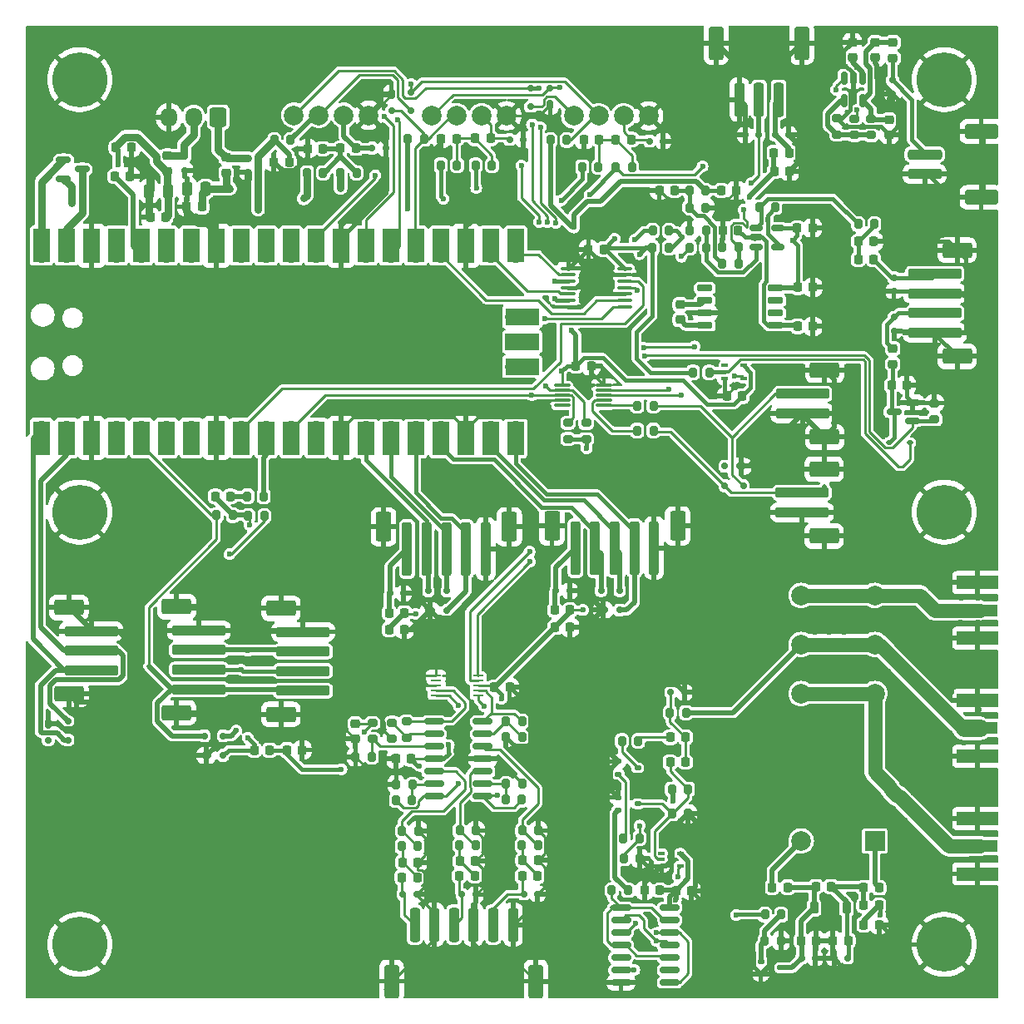
<source format=gbr>
%TF.GenerationSoftware,KiCad,Pcbnew,8.0.5*%
%TF.CreationDate,2024-11-15T14:38:43+00:00*%
%TF.ProjectId,HF PA Radio Interface,48462050-4120-4526-9164-696f20496e74,rev?*%
%TF.SameCoordinates,Original*%
%TF.FileFunction,Copper,L1,Top*%
%TF.FilePolarity,Positive*%
%FSLAX46Y46*%
G04 Gerber Fmt 4.6, Leading zero omitted, Abs format (unit mm)*
G04 Created by KiCad (PCBNEW 8.0.5) date 2024-11-15 14:38:43*
%MOMM*%
%LPD*%
G01*
G04 APERTURE LIST*
G04 Aperture macros list*
%AMRoundRect*
0 Rectangle with rounded corners*
0 $1 Rounding radius*
0 $2 $3 $4 $5 $6 $7 $8 $9 X,Y pos of 4 corners*
0 Add a 4 corners polygon primitive as box body*
4,1,4,$2,$3,$4,$5,$6,$7,$8,$9,$2,$3,0*
0 Add four circle primitives for the rounded corners*
1,1,$1+$1,$2,$3*
1,1,$1+$1,$4,$5*
1,1,$1+$1,$6,$7*
1,1,$1+$1,$8,$9*
0 Add four rect primitives between the rounded corners*
20,1,$1+$1,$2,$3,$4,$5,0*
20,1,$1+$1,$4,$5,$6,$7,0*
20,1,$1+$1,$6,$7,$8,$9,0*
20,1,$1+$1,$8,$9,$2,$3,0*%
G04 Aperture macros list end*
%TA.AperFunction,SMDPad,CuDef*%
%ADD10RoundRect,0.200000X0.200000X0.275000X-0.200000X0.275000X-0.200000X-0.275000X0.200000X-0.275000X0*%
%TD*%
%TA.AperFunction,SMDPad,CuDef*%
%ADD11RoundRect,0.200000X-0.200000X-0.275000X0.200000X-0.275000X0.200000X0.275000X-0.200000X0.275000X0*%
%TD*%
%TA.AperFunction,SMDPad,CuDef*%
%ADD12RoundRect,0.150000X-0.650000X-0.150000X0.650000X-0.150000X0.650000X0.150000X-0.650000X0.150000X0*%
%TD*%
%TA.AperFunction,SMDPad,CuDef*%
%ADD13RoundRect,0.225000X-0.250000X0.225000X-0.250000X-0.225000X0.250000X-0.225000X0.250000X0.225000X0*%
%TD*%
%TA.AperFunction,SMDPad,CuDef*%
%ADD14RoundRect,0.218750X-0.218750X-0.256250X0.218750X-0.256250X0.218750X0.256250X-0.218750X0.256250X0*%
%TD*%
%TA.AperFunction,SMDPad,CuDef*%
%ADD15RoundRect,0.225000X-0.225000X-0.250000X0.225000X-0.250000X0.225000X0.250000X-0.225000X0.250000X0*%
%TD*%
%TA.AperFunction,SMDPad,CuDef*%
%ADD16RoundRect,0.087500X-0.725000X-0.087500X0.725000X-0.087500X0.725000X0.087500X-0.725000X0.087500X0*%
%TD*%
%TA.AperFunction,ComponentPad*%
%ADD17C,2.000000*%
%TD*%
%TA.AperFunction,ComponentPad*%
%ADD18R,2.000000X2.000000*%
%TD*%
%TA.AperFunction,SMDPad,CuDef*%
%ADD19RoundRect,0.200000X-0.275000X0.200000X-0.275000X-0.200000X0.275000X-0.200000X0.275000X0.200000X0*%
%TD*%
%TA.AperFunction,SMDPad,CuDef*%
%ADD20RoundRect,0.225000X0.225000X0.375000X-0.225000X0.375000X-0.225000X-0.375000X0.225000X-0.375000X0*%
%TD*%
%TA.AperFunction,SMDPad,CuDef*%
%ADD21RoundRect,0.175000X0.325000X-0.175000X0.325000X0.175000X-0.325000X0.175000X-0.325000X-0.175000X0*%
%TD*%
%TA.AperFunction,SMDPad,CuDef*%
%ADD22RoundRect,0.150000X0.150000X-0.200000X0.150000X0.200000X-0.150000X0.200000X-0.150000X-0.200000X0*%
%TD*%
%TA.AperFunction,ComponentPad*%
%ADD23RoundRect,0.250000X0.600000X0.725000X-0.600000X0.725000X-0.600000X-0.725000X0.600000X-0.725000X0*%
%TD*%
%TA.AperFunction,ComponentPad*%
%ADD24O,1.700000X1.950000*%
%TD*%
%TA.AperFunction,SMDPad,CuDef*%
%ADD25RoundRect,0.250000X0.250000X1.500000X-0.250000X1.500000X-0.250000X-1.500000X0.250000X-1.500000X0*%
%TD*%
%TA.AperFunction,SMDPad,CuDef*%
%ADD26RoundRect,0.250001X0.499999X1.449999X-0.499999X1.449999X-0.499999X-1.449999X0.499999X-1.449999X0*%
%TD*%
%TA.AperFunction,SMDPad,CuDef*%
%ADD27RoundRect,0.112500X-0.187500X-0.112500X0.187500X-0.112500X0.187500X0.112500X-0.187500X0.112500X0*%
%TD*%
%TA.AperFunction,SMDPad,CuDef*%
%ADD28RoundRect,0.250000X2.500000X-0.250000X2.500000X0.250000X-2.500000X0.250000X-2.500000X-0.250000X0*%
%TD*%
%TA.AperFunction,SMDPad,CuDef*%
%ADD29RoundRect,0.250000X1.250000X-0.550000X1.250000X0.550000X-1.250000X0.550000X-1.250000X-0.550000X0*%
%TD*%
%TA.AperFunction,SMDPad,CuDef*%
%ADD30RoundRect,0.175000X-0.325000X0.175000X-0.325000X-0.175000X0.325000X-0.175000X0.325000X0.175000X0*%
%TD*%
%TA.AperFunction,SMDPad,CuDef*%
%ADD31RoundRect,0.150000X-0.150000X0.200000X-0.150000X-0.200000X0.150000X-0.200000X0.150000X0.200000X0*%
%TD*%
%TA.AperFunction,SMDPad,CuDef*%
%ADD32RoundRect,0.225000X0.225000X0.250000X-0.225000X0.250000X-0.225000X-0.250000X0.225000X-0.250000X0*%
%TD*%
%TA.AperFunction,SMDPad,CuDef*%
%ADD33RoundRect,0.250000X-0.250000X-2.500000X0.250000X-2.500000X0.250000X2.500000X-0.250000X2.500000X0*%
%TD*%
%TA.AperFunction,SMDPad,CuDef*%
%ADD34RoundRect,0.250000X-0.550000X-1.250000X0.550000X-1.250000X0.550000X1.250000X-0.550000X1.250000X0*%
%TD*%
%TA.AperFunction,ComponentPad*%
%ADD35C,5.600000*%
%TD*%
%TA.AperFunction,SMDPad,CuDef*%
%ADD36RoundRect,0.175000X-0.175000X-0.325000X0.175000X-0.325000X0.175000X0.325000X-0.175000X0.325000X0*%
%TD*%
%TA.AperFunction,SMDPad,CuDef*%
%ADD37RoundRect,0.150000X-0.200000X-0.150000X0.200000X-0.150000X0.200000X0.150000X-0.200000X0.150000X0*%
%TD*%
%TA.AperFunction,SMDPad,CuDef*%
%ADD38RoundRect,0.150000X0.150000X0.200000X-0.150000X0.200000X-0.150000X-0.200000X0.150000X-0.200000X0*%
%TD*%
%TA.AperFunction,SMDPad,CuDef*%
%ADD39RoundRect,0.100000X-0.225000X-0.100000X0.225000X-0.100000X0.225000X0.100000X-0.225000X0.100000X0*%
%TD*%
%TA.AperFunction,SMDPad,CuDef*%
%ADD40RoundRect,0.218750X-0.256250X0.218750X-0.256250X-0.218750X0.256250X-0.218750X0.256250X0.218750X0*%
%TD*%
%TA.AperFunction,SMDPad,CuDef*%
%ADD41RoundRect,0.200000X0.275000X-0.200000X0.275000X0.200000X-0.275000X0.200000X-0.275000X-0.200000X0*%
%TD*%
%TA.AperFunction,ComponentPad*%
%ADD42O,1.700000X1.700000*%
%TD*%
%TA.AperFunction,SMDPad,CuDef*%
%ADD43R,1.700000X3.500000*%
%TD*%
%TA.AperFunction,ComponentPad*%
%ADD44R,1.700000X1.700000*%
%TD*%
%TA.AperFunction,SMDPad,CuDef*%
%ADD45R,3.500000X1.700000*%
%TD*%
%TA.AperFunction,SMDPad,CuDef*%
%ADD46RoundRect,0.150000X-0.150000X0.512500X-0.150000X-0.512500X0.150000X-0.512500X0.150000X0.512500X0*%
%TD*%
%TA.AperFunction,SMDPad,CuDef*%
%ADD47RoundRect,0.112500X-0.237500X0.112500X-0.237500X-0.112500X0.237500X-0.112500X0.237500X0.112500X0*%
%TD*%
%TA.AperFunction,SMDPad,CuDef*%
%ADD48R,3.600000X1.270000*%
%TD*%
%TA.AperFunction,SMDPad,CuDef*%
%ADD49R,4.200000X1.350000*%
%TD*%
%TA.AperFunction,SMDPad,CuDef*%
%ADD50RoundRect,0.250000X-0.250000X-1.500000X0.250000X-1.500000X0.250000X1.500000X-0.250000X1.500000X0*%
%TD*%
%TA.AperFunction,SMDPad,CuDef*%
%ADD51RoundRect,0.250001X-0.499999X-1.449999X0.499999X-1.449999X0.499999X1.449999X-0.499999X1.449999X0*%
%TD*%
%TA.AperFunction,SMDPad,CuDef*%
%ADD52RoundRect,0.150000X0.587500X0.150000X-0.587500X0.150000X-0.587500X-0.150000X0.587500X-0.150000X0*%
%TD*%
%TA.AperFunction,SMDPad,CuDef*%
%ADD53RoundRect,0.218750X0.256250X-0.218750X0.256250X0.218750X-0.256250X0.218750X-0.256250X-0.218750X0*%
%TD*%
%TA.AperFunction,SMDPad,CuDef*%
%ADD54RoundRect,0.150000X-0.150000X-0.200000X0.150000X-0.200000X0.150000X0.200000X-0.150000X0.200000X0*%
%TD*%
%TA.AperFunction,SMDPad,CuDef*%
%ADD55RoundRect,0.225000X0.250000X-0.225000X0.250000X0.225000X-0.250000X0.225000X-0.250000X-0.225000X0*%
%TD*%
%TA.AperFunction,SMDPad,CuDef*%
%ADD56RoundRect,0.250000X1.500000X-0.250000X1.500000X0.250000X-1.500000X0.250000X-1.500000X-0.250000X0*%
%TD*%
%TA.AperFunction,SMDPad,CuDef*%
%ADD57RoundRect,0.250001X1.449999X-0.499999X1.449999X0.499999X-1.449999X0.499999X-1.449999X-0.499999X0*%
%TD*%
%TA.AperFunction,SMDPad,CuDef*%
%ADD58RoundRect,0.150000X-0.512500X-0.150000X0.512500X-0.150000X0.512500X0.150000X-0.512500X0.150000X0*%
%TD*%
%TA.AperFunction,SMDPad,CuDef*%
%ADD59RoundRect,0.218750X0.218750X0.256250X-0.218750X0.256250X-0.218750X-0.256250X0.218750X-0.256250X0*%
%TD*%
%TA.AperFunction,SMDPad,CuDef*%
%ADD60RoundRect,0.150000X0.200000X-0.150000X0.200000X0.150000X-0.200000X0.150000X-0.200000X-0.150000X0*%
%TD*%
%TA.AperFunction,SMDPad,CuDef*%
%ADD61RoundRect,0.250000X-2.500000X0.250000X-2.500000X-0.250000X2.500000X-0.250000X2.500000X0.250000X0*%
%TD*%
%TA.AperFunction,SMDPad,CuDef*%
%ADD62RoundRect,0.250000X-1.250000X0.550000X-1.250000X-0.550000X1.250000X-0.550000X1.250000X0.550000X0*%
%TD*%
%TA.AperFunction,SMDPad,CuDef*%
%ADD63RoundRect,0.175000X0.175000X0.325000X-0.175000X0.325000X-0.175000X-0.325000X0.175000X-0.325000X0*%
%TD*%
%TA.AperFunction,SMDPad,CuDef*%
%ADD64RoundRect,0.150000X0.200000X0.150000X-0.200000X0.150000X-0.200000X-0.150000X0.200000X-0.150000X0*%
%TD*%
%TA.AperFunction,SMDPad,CuDef*%
%ADD65RoundRect,0.250000X0.250000X0.475000X-0.250000X0.475000X-0.250000X-0.475000X0.250000X-0.475000X0*%
%TD*%
%TA.AperFunction,SMDPad,CuDef*%
%ADD66RoundRect,0.150000X-0.587500X-0.150000X0.587500X-0.150000X0.587500X0.150000X-0.587500X0.150000X0*%
%TD*%
%TA.AperFunction,SMDPad,CuDef*%
%ADD67R,1.100000X0.250000*%
%TD*%
%TA.AperFunction,SMDPad,CuDef*%
%ADD68RoundRect,0.150000X-0.200000X0.150000X-0.200000X-0.150000X0.200000X-0.150000X0.200000X0.150000X0*%
%TD*%
%TA.AperFunction,SMDPad,CuDef*%
%ADD69RoundRect,0.150000X-0.825000X-0.150000X0.825000X-0.150000X0.825000X0.150000X-0.825000X0.150000X0*%
%TD*%
%TA.AperFunction,SMDPad,CuDef*%
%ADD70RoundRect,0.100000X-0.637500X-0.100000X0.637500X-0.100000X0.637500X0.100000X-0.637500X0.100000X0*%
%TD*%
%TA.AperFunction,ViaPad*%
%ADD71C,0.600000*%
%TD*%
%TA.AperFunction,ViaPad*%
%ADD72C,0.800000*%
%TD*%
%TA.AperFunction,Conductor*%
%ADD73C,0.250000*%
%TD*%
%TA.AperFunction,Conductor*%
%ADD74C,0.500000*%
%TD*%
%TA.AperFunction,Conductor*%
%ADD75C,0.400000*%
%TD*%
%TA.AperFunction,Conductor*%
%ADD76C,0.800000*%
%TD*%
%TA.AperFunction,Conductor*%
%ADD77C,1.480000*%
%TD*%
%TA.AperFunction,Conductor*%
%ADD78C,1.800000*%
%TD*%
%TA.AperFunction,Conductor*%
%ADD79C,1.000000*%
%TD*%
%TA.AperFunction,Conductor*%
%ADD80C,1.200000*%
%TD*%
G04 APERTURE END LIST*
D10*
%TO.P,R22,1*%
%TO.N,Net-(U3B--)*%
X139840000Y-129320000D03*
%TO.P,R22,2*%
%TO.N,Net-(U4-AIN1)*%
X138190000Y-129320000D03*
%TD*%
D11*
%TO.P,R29,1*%
%TO.N,Net-(C13-Pad1)*%
X171405000Y-74760000D03*
%TO.P,R29,2*%
%TO.N,Net-(U5--)*%
X173055000Y-74760000D03*
%TD*%
D12*
%TO.P,U8,1,BOOST*%
%TO.N,unconnected-(U8-BOOST-Pad1)*%
X169640000Y-77195000D03*
%TO.P,U8,2,CAP+*%
%TO.N,Net-(U8-CAP+)*%
X169640000Y-78465000D03*
%TO.P,U8,3,GND*%
%TO.N,GND*%
X169640000Y-79735000D03*
%TO.P,U8,4,CAP-*%
%TO.N,Net-(U8-CAP-)*%
X169640000Y-81005000D03*
%TO.P,U8,5,VOUT*%
%TO.N,-VA*%
X176840000Y-81005000D03*
%TO.P,U8,6,LV*%
%TO.N,unconnected-(U8-LV-Pad6)*%
X176840000Y-79735000D03*
%TO.P,U8,7,OSC*%
%TO.N,unconnected-(U8-OSC-Pad7)*%
X176840000Y-78465000D03*
%TO.P,U8,8,V+*%
%TO.N,+VA*%
X176840000Y-77195000D03*
%TD*%
D13*
%TO.P,C5,1*%
%TO.N,Net-(C5-Pad1)*%
X134040000Y-121535000D03*
%TO.P,C5,2*%
%TO.N,GND*%
X134040000Y-123085000D03*
%TD*%
D14*
%TO.P,L17,1,1*%
%TO.N,Net-(C42-Pad1)*%
X160582500Y-62070000D03*
%TO.P,L17,2,2*%
%TO.N,Net-(D27-K)*%
X162157500Y-62070000D03*
%TD*%
D15*
%TO.P,C28,1*%
%TO.N,+VA*%
X179095000Y-77130000D03*
%TO.P,C28,2*%
%TO.N,GND*%
X180645000Y-77130000D03*
%TD*%
D16*
%TO.P,U6,1,VDD*%
%TO.N,+3.3V*%
X155130000Y-87120000D03*
%TO.P,U6,2,SCL*%
%TO.N,/SCL_INT*%
X155130000Y-87620000D03*
%TO.P,U6,3,SDA*%
%TO.N,/SDA_INT*%
X155130000Y-88120000D03*
%TO.P,U6,4,~{LDAC}*%
%TO.N,GND*%
X155130000Y-88620000D03*
%TO.P,U6,5,RDY/~{BSY}*%
%TO.N,unconnected-(U6-RDY{slash}~{BSY}-Pad5)*%
X155130000Y-89120000D03*
%TO.P,U6,6,VOUTA*%
%TO.N,Net-(U6-VOUTA)*%
X159355000Y-89120000D03*
%TO.P,U6,7,VOUTB*%
%TO.N,Net-(U6-VOUTB)*%
X159355000Y-88620000D03*
%TO.P,U6,8,VOUTC*%
%TO.N,/FAN_V*%
X159355000Y-88120000D03*
%TO.P,U6,9,VOUTD*%
%TO.N,/ALC_V*%
X159355000Y-87620000D03*
%TO.P,U6,10,VSS*%
%TO.N,GND*%
X159355000Y-87120000D03*
%TD*%
D17*
%TO.P,K1,11*%
%TO.N,Net-(J2-In)*%
X186937500Y-113477500D03*
X179437500Y-113477500D03*
%TO.P,K1,12*%
%TO.N,Net-(J3-In)*%
X186937500Y-118477500D03*
X179437500Y-118477500D03*
%TO.P,K1,14*%
%TO.N,Net-(J4-In)*%
X186937500Y-108477500D03*
X179437500Y-108477500D03*
D18*
%TO.P,K1,A1*%
%TO.N,Net-(K1-PadA1)*%
X186937500Y-133477500D03*
D17*
%TO.P,K1,A2*%
%TO.N,Net-(K1-PadA2)*%
X179437500Y-133477500D03*
%TD*%
D11*
%TO.P,R9,1*%
%TO.N,Net-(C6-Pad1)*%
X138785000Y-134030000D03*
%TO.P,R9,2*%
%TO.N,Net-(U3B-+)*%
X140435000Y-134030000D03*
%TD*%
%TO.P,R42,1*%
%TO.N,Net-(U6-VOUTB)*%
X162750000Y-91700000D03*
%TO.P,R42,2*%
%TO.N,Net-(J13-Pin_1)*%
X164400000Y-91700000D03*
%TD*%
D19*
%TO.P,R12,1*%
%TO.N,Net-(C5-Pad1)*%
X135830000Y-121440000D03*
%TO.P,R12,2*%
%TO.N,Net-(U3A-+)*%
X135830000Y-123090000D03*
%TD*%
D20*
%TO.P,D8,1,K*%
%TO.N,Net-(D8-K)*%
X184050000Y-140290000D03*
%TO.P,D8,2,A*%
%TO.N,Net-(D4-K)*%
X180750000Y-140290000D03*
%TD*%
D21*
%TO.P,D10,1,A*%
%TO.N,GND*%
X141680000Y-110020000D03*
D22*
%TO.P,D10,2,K*%
%TO.N,/EN1_SW*%
X143380000Y-110020000D03*
%TO.P,D10,3,K*%
%TO.N,/EN1_DT*%
X143380000Y-108020000D03*
%TO.P,D10,4,K*%
%TO.N,/EN1_CK*%
X141480000Y-108020000D03*
%TD*%
D23*
%TO.P,J7,1,Pin_1*%
%TO.N,Net-(D12-K)*%
X120100000Y-59800000D03*
D24*
%TO.P,J7,2,Pin_2*%
%TO.N,Net-(D15-K)*%
X117600000Y-59800000D03*
%TO.P,J7,3,Pin_3*%
%TO.N,GND*%
X115100000Y-59800000D03*
%TD*%
D11*
%TO.P,R47,1*%
%TO.N,+5V*%
X129135000Y-65480000D03*
%TO.P,R47,2*%
%TO.N,Net-(C40-Pad1)*%
X130785000Y-65480000D03*
%TD*%
D10*
%TO.P,R34,1*%
%TO.N,Net-(U5--)*%
X176815000Y-68990000D03*
%TO.P,R34,2*%
%TO.N,Net-(R34-Pad2)*%
X175165000Y-68990000D03*
%TD*%
D11*
%TO.P,R52,1*%
%TO.N,+12V*%
X160565000Y-64880000D03*
%TO.P,R52,2*%
%TO.N,Net-(C42-Pad1)*%
X162215000Y-64880000D03*
%TD*%
%TO.P,R53,1*%
%TO.N,+3.3V*%
X125815000Y-62140000D03*
%TO.P,R53,2*%
%TO.N,/RPM_2*%
X127465000Y-62140000D03*
%TD*%
D25*
%TO.P,J15,1,Pin_1*%
%TO.N,Net-(D28-K)*%
X177140000Y-58020000D03*
%TO.P,J15,2,Pin_2*%
%TO.N,Net-(D24-K)*%
X175140000Y-58020000D03*
%TO.P,J15,3,Pin_3*%
%TO.N,GND*%
X173140000Y-58020000D03*
D26*
%TO.P,J15,MP,MountPin*%
X179490000Y-52270000D03*
X170790000Y-52270000D03*
%TD*%
D11*
%TO.P,R26,1*%
%TO.N,Net-(C13-Pad1)*%
X168052500Y-67300000D03*
%TO.P,R26,2*%
%TO.N,+3.3V*%
X169702500Y-67300000D03*
%TD*%
D14*
%TO.P,L4,1,1*%
%TO.N,Net-(D1-K)*%
X151032500Y-137050000D03*
%TO.P,L4,2,2*%
%TO.N,Net-(C8-Pad1)*%
X152607500Y-137050000D03*
%TD*%
D15*
%TO.P,C14,1*%
%TO.N,+3.3V*%
X148205000Y-117840000D03*
%TO.P,C14,2*%
%TO.N,GND*%
X149755000Y-117840000D03*
%TD*%
D11*
%TO.P,R30,1*%
%TO.N,GND*%
X168105000Y-71340000D03*
%TO.P,R30,2*%
%TO.N,Net-(U5-+)*%
X169755000Y-71340000D03*
%TD*%
%TO.P,R11,1*%
%TO.N,Net-(C8-Pad1)*%
X150995000Y-133930000D03*
%TO.P,R11,2*%
%TO.N,Net-(U3D-+)*%
X152645000Y-133930000D03*
%TD*%
D10*
%TO.P,R27,1*%
%TO.N,GND*%
X169692500Y-69020000D03*
%TO.P,R27,2*%
%TO.N,Net-(C13-Pad1)*%
X168042500Y-69020000D03*
%TD*%
D15*
%TO.P,C31,1*%
%TO.N,Net-(D21-K)*%
X188625000Y-87090000D03*
%TO.P,C31,2*%
%TO.N,GND*%
X190175000Y-87090000D03*
%TD*%
D27*
%TO.P,D21,1,K*%
%TO.N,Net-(D21-K)*%
X188390000Y-92920000D03*
%TO.P,D21,2,A*%
%TO.N,Net-(D21-A)*%
X190490000Y-92920000D03*
%TD*%
D28*
%TO.P,J9,1,Pin_1*%
%TO.N,/SCL_EXT*%
X128740000Y-118190000D03*
%TO.P,J9,2,Pin_2*%
%TO.N,/SDA_EXT*%
X128740000Y-116190000D03*
%TO.P,J9,3,Pin_3*%
%TO.N,Net-(J8-Pin_3)*%
X128740000Y-114190000D03*
%TO.P,J9,4,Pin_4*%
%TO.N,GND*%
X128740000Y-112190000D03*
D29*
%TO.P,J9,MP,MountPin*%
X126490000Y-120590000D03*
X126490000Y-109790000D03*
%TD*%
D30*
%TO.P,D19,1,A*%
%TO.N,GND*%
X173365000Y-95335000D03*
D31*
%TO.P,D19,2,K*%
%TO.N,unconnected-(D19-K-Pad2)*%
X171665000Y-95335000D03*
%TO.P,D19,3,K*%
%TO.N,Net-(J13-Pin_1)*%
X171665000Y-97335000D03*
%TO.P,D19,4,K*%
%TO.N,Net-(J12-Pin_1)*%
X173565000Y-97335000D03*
%TD*%
D11*
%TO.P,R49,1*%
%TO.N,+5V*%
X142762500Y-64690000D03*
%TO.P,R49,2*%
%TO.N,Net-(C41-Pad1)*%
X144412500Y-64690000D03*
%TD*%
D28*
%TO.P,J8,1,Pin_1*%
%TO.N,/SCL_EXT*%
X118130000Y-118030000D03*
%TO.P,J8,2,Pin_2*%
%TO.N,/SDA_EXT*%
X118130000Y-116030000D03*
%TO.P,J8,3,Pin_3*%
%TO.N,Net-(J8-Pin_3)*%
X118130000Y-114030000D03*
%TO.P,J8,4,Pin_4*%
%TO.N,GND*%
X118130000Y-112030000D03*
D29*
%TO.P,J8,MP,MountPin*%
X115880000Y-120430000D03*
X115880000Y-109630000D03*
%TD*%
D19*
%TO.P,R40,1*%
%TO.N,GND*%
X183080000Y-59922592D03*
%TO.P,R40,2*%
%TO.N,Net-(U7-ADJ)*%
X183080000Y-61572592D03*
%TD*%
D14*
%TO.P,L2,1,1*%
%TO.N,Net-(D6-K)*%
X138792500Y-137180000D03*
%TO.P,L2,2,2*%
%TO.N,Net-(C6-Pad1)*%
X140367500Y-137180000D03*
%TD*%
D32*
%TO.P,C38,1*%
%TO.N,+3.3V*%
X127335000Y-64350000D03*
%TO.P,C38,2*%
%TO.N,GND*%
X125785000Y-64350000D03*
%TD*%
D17*
%TO.P,J16,1,Pin_1*%
%TO.N,GND*%
X135420000Y-59610000D03*
%TO.P,J16,2,Pin_2*%
%TO.N,Net-(D25-K)*%
X132880000Y-59610000D03*
%TO.P,J16,3,Pin_3*%
%TO.N,/RPM_2*%
X130340000Y-59610000D03*
%TO.P,J16,4,Pin_4*%
%TO.N,Net-(J16-Pin_4)*%
X127800000Y-59610000D03*
%TD*%
D33*
%TO.P,J6,1,Pin_1*%
%TO.N,Net-(D14-K)*%
X156470000Y-103660000D03*
%TO.P,J6,2,Pin_2*%
%TO.N,/EN2_CK*%
X158470000Y-103660000D03*
%TO.P,J6,3,Pin_3*%
%TO.N,/EN2_DT*%
X160470000Y-103660000D03*
%TO.P,J6,4,Pin_4*%
%TO.N,/EN2_SW*%
X162470000Y-103660000D03*
%TO.P,J6,5,Pin_5*%
%TO.N,GND*%
X164470000Y-103660000D03*
D34*
%TO.P,J6,MP,MountPin*%
X154070000Y-101410000D03*
X166870000Y-101410000D03*
%TD*%
D35*
%TO.P,H2,1,1*%
%TO.N,GND*%
X194000000Y-56000000D03*
%TD*%
D36*
%TO.P,D17,1,A*%
%TO.N,GND*%
X102800000Y-121500000D03*
D37*
%TO.P,D17,2,K*%
%TO.N,unconnected-(D17-K-Pad2)*%
X102800000Y-123200000D03*
%TO.P,D17,3,K*%
%TO.N,/TX*%
X104800000Y-123200000D03*
%TO.P,D17,4,K*%
%TO.N,/RX*%
X104800000Y-121300000D03*
%TD*%
D10*
%TO.P,R56,1*%
%TO.N,+3.3V*%
X121585000Y-100320000D03*
%TO.P,R56,2*%
%TO.N,/SCL_EXT*%
X119935000Y-100320000D03*
%TD*%
D28*
%TO.P,J10,1,Pin_1*%
%TO.N,/TX*%
X107170000Y-116120000D03*
%TO.P,J10,2,Pin_2*%
%TO.N,/RX*%
X107170000Y-114120000D03*
%TO.P,J10,3,Pin_3*%
%TO.N,GND*%
X107170000Y-112120000D03*
D29*
%TO.P,J10,MP,MountPin*%
X104920000Y-118520000D03*
X104920000Y-109720000D03*
%TD*%
D38*
%TO.P,D27,1,K*%
%TO.N,Net-(D27-K)*%
X163990000Y-62240000D03*
%TO.P,D27,2,A*%
%TO.N,GND*%
X165390000Y-62240000D03*
%TD*%
D11*
%TO.P,R8,1*%
%TO.N,Net-(D2-COM)*%
X166270000Y-130712500D03*
%TO.P,R8,2*%
%TO.N,GND*%
X167920000Y-130712500D03*
%TD*%
D35*
%TO.P,H6,1,1*%
%TO.N,GND*%
X106000000Y-100000000D03*
%TD*%
D17*
%TO.P,J18,1,Pin_1*%
%TO.N,GND*%
X163910000Y-59670000D03*
%TO.P,J18,2,Pin_2*%
%TO.N,Net-(D27-K)*%
X161370000Y-59670000D03*
%TO.P,J18,3,Pin_3*%
%TO.N,/RPM_3*%
X158830000Y-59670000D03*
%TO.P,J18,4,Pin_4*%
%TO.N,Net-(J18-Pin_4)*%
X156290000Y-59670000D03*
%TD*%
D10*
%TO.P,R18,1*%
%TO.N,GND*%
X151035000Y-127670000D03*
%TO.P,R18,2*%
%TO.N,Net-(U3C--)*%
X149385000Y-127670000D03*
%TD*%
D39*
%TO.P,U9,1,NC*%
%TO.N,unconnected-(U9-NC-Pad1)*%
X171680000Y-85080000D03*
%TO.P,U9,2*%
%TO.N,Net-(D21-A)*%
X171680000Y-85730000D03*
%TO.P,U9,3,GND*%
%TO.N,GND*%
X171680000Y-86380000D03*
%TO.P,U9,4*%
%TO.N,/SE_IN*%
X173580000Y-86380000D03*
%TO.P,U9,5,VCC*%
%TO.N,+3.3V*%
X173580000Y-85080000D03*
%TD*%
D10*
%TO.P,R13,1*%
%TO.N,GND*%
X140465000Y-132440000D03*
%TO.P,R13,2*%
%TO.N,Net-(U3B-+)*%
X138815000Y-132440000D03*
%TD*%
D11*
%TO.P,R10,1*%
%TO.N,Net-(C7-Pad1)*%
X144645000Y-133910000D03*
%TO.P,R10,2*%
%TO.N,Net-(U3C-+)*%
X146295000Y-133910000D03*
%TD*%
D40*
%TO.P,L8,1,1*%
%TO.N,Net-(D15-K)*%
X114920000Y-63732500D03*
%TO.P,L8,2,2*%
%TO.N,+5V*%
X114920000Y-65307500D03*
%TD*%
D14*
%TO.P,L12,1,1*%
%TO.N,Net-(C24-Pad1)*%
X185245000Y-74270000D03*
%TO.P,L12,2,2*%
%TO.N,Net-(D18-A2)*%
X186820000Y-74270000D03*
%TD*%
%TO.P,L16,1,1*%
%TO.N,Net-(C41-Pad1)*%
X146255000Y-61970000D03*
%TO.P,L16,2,2*%
%TO.N,Net-(D26-K)*%
X147830000Y-61970000D03*
%TD*%
D41*
%TO.P,R33,1*%
%TO.N,+3.3V*%
X155710000Y-92565000D03*
%TO.P,R33,2*%
%TO.N,/SDA_INT*%
X155710000Y-90915000D03*
%TD*%
D32*
%TO.P,C23,1*%
%TO.N,+5V*%
X114760000Y-69990000D03*
%TO.P,C23,2*%
%TO.N,GND*%
X113210000Y-69990000D03*
%TD*%
D15*
%TO.P,C24,1*%
%TO.N,Net-(C24-Pad1)*%
X185275000Y-72460000D03*
%TO.P,C24,2*%
%TO.N,GND*%
X186825000Y-72460000D03*
%TD*%
D14*
%TO.P,L6,1,1*%
%TO.N,Net-(D8-K)*%
X185792500Y-140030000D03*
%TO.P,L6,2,2*%
%TO.N,+12V*%
X187367500Y-140030000D03*
%TD*%
D41*
%TO.P,R31,1*%
%TO.N,+3.3V*%
X157550000Y-92575000D03*
%TO.P,R31,2*%
%TO.N,/SCL_INT*%
X157550000Y-90925000D03*
%TD*%
D42*
%TO.P,A1,1,GPIO0*%
%TO.N,/TX*%
X102120000Y-91560000D03*
D43*
X102120000Y-92460000D03*
D42*
%TO.P,A1,2,GPIO1*%
%TO.N,/RX*%
X104660000Y-91560000D03*
D43*
X104660000Y-92460000D03*
D44*
%TO.P,A1,3,GND*%
%TO.N,GND*%
X107200000Y-91560000D03*
D43*
X107200000Y-92460000D03*
D42*
%TO.P,A1,4,GPIO2*%
%TO.N,/SDA_EXT*%
X109740000Y-91560000D03*
D43*
X109740000Y-92460000D03*
D42*
%TO.P,A1,5,GPIO3*%
%TO.N,/SCL_EXT*%
X112280000Y-91560000D03*
D43*
X112280000Y-92460000D03*
D42*
%TO.P,A1,6,GPIO4*%
%TO.N,/RELAY*%
X114820000Y-91560000D03*
D43*
X114820000Y-92460000D03*
D42*
%TO.P,A1,7,GPIO5*%
%TO.N,/FREQ*%
X117360000Y-91560000D03*
D43*
X117360000Y-92460000D03*
D44*
%TO.P,A1,8,GND*%
%TO.N,GND*%
X119900000Y-91560000D03*
D43*
X119900000Y-92460000D03*
D42*
%TO.P,A1,9,GPIO6*%
%TO.N,/RGB*%
X122440000Y-91560000D03*
D43*
X122440000Y-92460000D03*
D42*
%TO.P,A1,10,GPIO7*%
%TO.N,/LED*%
X124980000Y-91560000D03*
D43*
X124980000Y-92460000D03*
D42*
%TO.P,A1,11,GPIO8*%
%TO.N,/SDA_INT*%
X127520000Y-91560000D03*
D43*
X127520000Y-92460000D03*
D42*
%TO.P,A1,12,GPIO9*%
%TO.N,/SCL_INT*%
X130060000Y-91560000D03*
D43*
X130060000Y-92460000D03*
D44*
%TO.P,A1,13,GND*%
%TO.N,GND*%
X132600000Y-91560000D03*
D43*
X132600000Y-92460000D03*
D42*
%TO.P,A1,14,GPIO10*%
%TO.N,/EN1_CK*%
X135140000Y-91560000D03*
D43*
X135140000Y-92460000D03*
D42*
%TO.P,A1,15,GPIO11*%
%TO.N,/EN1_DT*%
X137680000Y-91560000D03*
D43*
X137680000Y-92460000D03*
D42*
%TO.P,A1,16,GPIO12*%
%TO.N,/EN1_SW*%
X140220000Y-91560000D03*
D43*
X140220000Y-92460000D03*
D42*
%TO.P,A1,17,GPIO13*%
%TO.N,/EN2_CK*%
X142760000Y-91560000D03*
D43*
X142760000Y-92460000D03*
D44*
%TO.P,A1,18,GND*%
%TO.N,GND*%
X145300000Y-91560000D03*
D43*
X145300000Y-92460000D03*
D42*
%TO.P,A1,19,GPIO14*%
%TO.N,/EN2_DT*%
X147840000Y-91560000D03*
D43*
X147840000Y-92460000D03*
D42*
%TO.P,A1,20,GPIO15*%
%TO.N,/EN2_SW*%
X150380000Y-91560000D03*
D43*
X150380000Y-92460000D03*
D42*
%TO.P,A1,21,GPIO16*%
%TO.N,/PWM_1*%
X150380000Y-73780000D03*
D43*
X150380000Y-72880000D03*
D42*
%TO.P,A1,22,GPIO17*%
%TO.N,/PWM_2*%
X147840000Y-73780000D03*
D43*
X147840000Y-72880000D03*
D44*
%TO.P,A1,23,GND*%
%TO.N,GND*%
X145300000Y-73780000D03*
D43*
X145300000Y-72880000D03*
D42*
%TO.P,A1,24,GPIO18*%
%TO.N,/PWM_3*%
X142760000Y-73780000D03*
D43*
X142760000Y-72880000D03*
D42*
%TO.P,A1,25,GPIO19*%
%TO.N,/RPM_1*%
X140220000Y-73780000D03*
D43*
X140220000Y-72880000D03*
D42*
%TO.P,A1,26,GPIO20*%
%TO.N,/RPM_2*%
X137680000Y-73780000D03*
D43*
X137680000Y-72880000D03*
D42*
%TO.P,A1,27,GPIO21*%
%TO.N,/RPM_3*%
X135140000Y-73780000D03*
D43*
X135140000Y-72880000D03*
D44*
%TO.P,A1,28,GND*%
%TO.N,GND*%
X132600000Y-73780000D03*
D43*
X132600000Y-72880000D03*
D42*
%TO.P,A1,29,GPIO22*%
%TO.N,/FAN_EN*%
X130060000Y-73780000D03*
D43*
X130060000Y-72880000D03*
D42*
%TO.P,A1,30,RUN*%
%TO.N,unconnected-(A1-RUN-Pad30)*%
X127520000Y-73780000D03*
D43*
%TO.N,unconnected-(A1-RUN-Pad30)_1*%
X127520000Y-72880000D03*
D42*
%TO.P,A1,31,GPIO26_ADC0*%
%TO.N,/SE_IN*%
X124980000Y-73780000D03*
D43*
X124980000Y-72880000D03*
D42*
%TO.P,A1,32,GPIO27_ADC1*%
%TO.N,/SE_OUT*%
X122440000Y-73780000D03*
D43*
X122440000Y-72880000D03*
D44*
%TO.P,A1,33,AGND*%
%TO.N,GND*%
X119900000Y-73780000D03*
D43*
X119900000Y-72880000D03*
D42*
%TO.P,A1,34,GPIO28_ADC2*%
%TO.N,unconnected-(A1-GPIO28_ADC2-Pad34)*%
X117360000Y-73780000D03*
D43*
%TO.N,unconnected-(A1-GPIO28_ADC2-Pad34)_1*%
X117360000Y-72880000D03*
D42*
%TO.P,A1,35,ADC_VREF*%
%TO.N,unconnected-(A1-ADC_VREF-Pad35)_1*%
X114820000Y-73780000D03*
D43*
%TO.N,unconnected-(A1-ADC_VREF-Pad35)*%
X114820000Y-72880000D03*
D42*
%TO.P,A1,36,3V3*%
%TO.N,+3.3V*%
X112280000Y-73780000D03*
D43*
X112280000Y-72880000D03*
D42*
%TO.P,A1,37,3V3_EN*%
%TO.N,unconnected-(A1-3V3_EN-Pad37)_1*%
X109740000Y-73780000D03*
D43*
%TO.N,unconnected-(A1-3V3_EN-Pad37)*%
X109740000Y-72880000D03*
D44*
%TO.P,A1,38,GND*%
%TO.N,GND*%
X107200000Y-73780000D03*
D43*
X107200000Y-72880000D03*
D42*
%TO.P,A1,39,VSYS*%
%TO.N,Net-(A1-VSYS)*%
X104660000Y-73780000D03*
D43*
X104660000Y-72880000D03*
D42*
%TO.P,A1,40,VBUS*%
%TO.N,Net-(A1-VBUS)*%
X102120000Y-73780000D03*
D43*
X102120000Y-72880000D03*
D42*
%TO.P,A1,41*%
%TO.N,N/C*%
X150150000Y-85210000D03*
D45*
X151050000Y-85210000D03*
D44*
%TO.P,A1,42*%
X150150000Y-82670000D03*
D45*
X151050000Y-82670000D03*
D42*
%TO.P,A1,43*%
X150150000Y-80130000D03*
D45*
X151050000Y-80130000D03*
%TD*%
D46*
%TO.P,U7,1,VIN*%
%TO.N,+12V*%
X185690000Y-55832592D03*
%TO.P,U7,2,GND*%
%TO.N,GND*%
X184740000Y-55832592D03*
%TO.P,U7,3,EN*%
%TO.N,/FAN_EN*%
X183790000Y-55832592D03*
%TO.P,U7,4,ADJ*%
%TO.N,Net-(U7-ADJ)*%
X183790000Y-58107592D03*
%TO.P,U7,5,VOUT*%
%TO.N,Net-(U7-VOUT)*%
X185690000Y-58107592D03*
%TD*%
D38*
%TO.P,D25,1,K*%
%TO.N,Net-(D25-K)*%
X135760000Y-62960000D03*
%TO.P,D25,2,A*%
%TO.N,GND*%
X137160000Y-62960000D03*
%TD*%
D15*
%TO.P,C34,1*%
%TO.N,-VA*%
X179075000Y-81100000D03*
%TO.P,C34,2*%
%TO.N,GND*%
X180625000Y-81100000D03*
%TD*%
D11*
%TO.P,R16,1*%
%TO.N,GND*%
X134085000Y-124910000D03*
%TO.P,R16,2*%
%TO.N,Net-(U3A-+)*%
X135735000Y-124910000D03*
%TD*%
D32*
%TO.P,C39,1*%
%TO.N,+3.3V*%
X139725000Y-125130000D03*
%TO.P,C39,2*%
%TO.N,GND*%
X138175000Y-125130000D03*
%TD*%
D47*
%TO.P,D5,1,A*%
%TO.N,GND*%
X160800000Y-125372500D03*
%TO.P,D5,2,K*%
%TO.N,Net-(D5-K)*%
X160800000Y-126672500D03*
%TO.P,D5,3,COM*%
%TO.N,Net-(D5-COM)*%
X162800000Y-126022500D03*
%TD*%
D38*
%TO.P,D4,1,K*%
%TO.N,Net-(D4-K)*%
X179470000Y-145400000D03*
%TO.P,D4,2,A*%
%TO.N,GND*%
X180870000Y-145400000D03*
%TD*%
D11*
%TO.P,R41,1*%
%TO.N,Net-(U6-VOUTA)*%
X162750000Y-89190000D03*
%TO.P,R41,2*%
%TO.N,Net-(J12-Pin_1)*%
X164400000Y-89190000D03*
%TD*%
D48*
%TO.P,J2,1,In*%
%TO.N,Net-(J2-In)*%
X197600000Y-122000000D03*
D49*
%TO.P,J2,2,Ext*%
%TO.N,GND*%
X197400000Y-124825000D03*
X197400000Y-119175000D03*
%TD*%
D48*
%TO.P,J4,1,In*%
%TO.N,Net-(J4-In)*%
X197600000Y-110000000D03*
D49*
%TO.P,J4,2,Ext*%
%TO.N,GND*%
X197400000Y-112825000D03*
X197400000Y-107175000D03*
%TD*%
D50*
%TO.P,J1,1,Pin_1*%
%TO.N,Net-(D6-K)*%
X140100000Y-142000000D03*
%TO.P,J1,2,Pin_2*%
%TO.N,GND*%
X142100000Y-142000000D03*
%TO.P,J1,3,Pin_3*%
%TO.N,Net-(D3-K)*%
X144100000Y-142000000D03*
%TO.P,J1,4,Pin_4*%
%TO.N,GND*%
X146100000Y-142000000D03*
%TO.P,J1,5,Pin_5*%
%TO.N,Net-(D1-K)*%
X148100000Y-142000000D03*
%TO.P,J1,6,Pin_6*%
%TO.N,GND*%
X150100000Y-142000000D03*
D51*
%TO.P,J1,MP,MountPin*%
X137750000Y-147750000D03*
X152450000Y-147750000D03*
%TD*%
D32*
%TO.P,C40,1*%
%TO.N,Net-(C40-Pad1)*%
X130757500Y-63010000D03*
%TO.P,C40,2*%
%TO.N,GND*%
X129207500Y-63010000D03*
%TD*%
D14*
%TO.P,L15,1,1*%
%TO.N,Net-(C40-Pad1)*%
X132552500Y-62980000D03*
%TO.P,L15,2,2*%
%TO.N,Net-(D25-K)*%
X134127500Y-62980000D03*
%TD*%
D15*
%TO.P,C12,1*%
%TO.N,+3.3V*%
X171295000Y-67270000D03*
%TO.P,C12,2*%
%TO.N,GND*%
X172845000Y-67270000D03*
%TD*%
D36*
%TO.P,D29,1,A*%
%TO.N,GND*%
X137760000Y-57480000D03*
D37*
%TO.P,D29,2,K*%
%TO.N,/RPM_1*%
X137760000Y-59180000D03*
%TO.P,D29,3,K*%
%TO.N,/RPM_2*%
X139760000Y-59180000D03*
%TO.P,D29,4,K*%
%TO.N,/RPM_3*%
X139760000Y-57280000D03*
%TD*%
D11*
%TO.P,R6,1*%
%TO.N,Net-(C5-Pad1)*%
X161385000Y-135272500D03*
%TO.P,R6,2*%
%TO.N,GND*%
X163035000Y-135272500D03*
%TD*%
D15*
%TO.P,C16,1*%
%TO.N,+3.3V*%
X137515000Y-111950000D03*
%TO.P,C16,2*%
%TO.N,GND*%
X139065000Y-111950000D03*
%TD*%
%TO.P,C4,1*%
%TO.N,Net-(D4-K)*%
X180925000Y-138120000D03*
%TO.P,C4,2*%
%TO.N,Net-(D8-K)*%
X182475000Y-138120000D03*
%TD*%
%TO.P,C26,1*%
%TO.N,+3.3V*%
X156515000Y-85120000D03*
%TO.P,C26,2*%
%TO.N,GND*%
X158065000Y-85120000D03*
%TD*%
D52*
%TO.P,Q2,1,G*%
%TO.N,/SE_OUT*%
X190750000Y-90740000D03*
%TO.P,Q2,2,S*%
%TO.N,GND*%
X190750000Y-88840000D03*
%TO.P,Q2,3,D*%
%TO.N,Net-(D21-K)*%
X188875000Y-89790000D03*
%TD*%
D32*
%TO.P,C42,1*%
%TO.N,Net-(C42-Pad1)*%
X158895000Y-62100000D03*
%TO.P,C42,2*%
%TO.N,GND*%
X157345000Y-62100000D03*
%TD*%
D11*
%TO.P,R23,1*%
%TO.N,Net-(U3C--)*%
X149355000Y-129280000D03*
%TO.P,R23,2*%
%TO.N,Net-(U4-AIN2)*%
X151005000Y-129280000D03*
%TD*%
D14*
%TO.P,L3,1,1*%
%TO.N,Net-(D3-K)*%
X144632500Y-137030000D03*
%TO.P,L3,2,2*%
%TO.N,Net-(C7-Pad1)*%
X146207500Y-137030000D03*
%TD*%
D53*
%TO.P,L14,1,1*%
%TO.N,Net-(D21-K)*%
X188750000Y-84937500D03*
%TO.P,L14,2,2*%
%TO.N,/SEND*%
X188750000Y-83362500D03*
%TD*%
D38*
%TO.P,D3,1,K*%
%TO.N,Net-(D3-K)*%
X144910000Y-138940000D03*
%TO.P,D3,2,A*%
%TO.N,GND*%
X146310000Y-138940000D03*
%TD*%
D21*
%TO.P,D16,1,A*%
%TO.N,GND*%
X118900000Y-124770000D03*
D22*
%TO.P,D16,2,K*%
%TO.N,Net-(J8-Pin_3)*%
X120600000Y-124770000D03*
%TO.P,D16,3,K*%
%TO.N,/SDA_EXT*%
X120600000Y-122770000D03*
%TO.P,D16,4,K*%
%TO.N,/SCL_EXT*%
X118700000Y-122770000D03*
%TD*%
D32*
%TO.P,C19,1*%
%TO.N,+12V*%
X118445000Y-68920000D03*
%TO.P,C19,2*%
%TO.N,GND*%
X116895000Y-68920000D03*
%TD*%
D35*
%TO.P,H3,1,1*%
%TO.N,GND*%
X106000000Y-144000000D03*
%TD*%
D15*
%TO.P,C9,1*%
%TO.N,+3.3V*%
X166705000Y-138522500D03*
%TO.P,C9,2*%
%TO.N,GND*%
X168255000Y-138522500D03*
%TD*%
D41*
%TO.P,R39,1*%
%TO.N,Net-(U7-ADJ)*%
X186550000Y-61632592D03*
%TO.P,R39,2*%
%TO.N,Net-(U7-VOUT)*%
X186550000Y-59982592D03*
%TD*%
D15*
%TO.P,C6,1*%
%TO.N,Net-(C6-Pad1)*%
X138865000Y-135660000D03*
%TO.P,C6,2*%
%TO.N,GND*%
X140415000Y-135660000D03*
%TD*%
%TO.P,C8,1*%
%TO.N,Net-(C8-Pad1)*%
X151095000Y-135450000D03*
%TO.P,C8,2*%
%TO.N,GND*%
X152645000Y-135450000D03*
%TD*%
D11*
%TO.P,R4,1*%
%TO.N,Net-(D5-K)*%
X161335000Y-133192500D03*
%TO.P,R4,2*%
%TO.N,Net-(C5-Pad1)*%
X162985000Y-133192500D03*
%TD*%
D38*
%TO.P,D26,1,K*%
%TO.N,Net-(D26-K)*%
X149772500Y-62080000D03*
%TO.P,D26,2,A*%
%TO.N,GND*%
X151172500Y-62080000D03*
%TD*%
D54*
%TO.P,D24,1,K*%
%TO.N,Net-(D24-K)*%
X175147500Y-61630000D03*
%TO.P,D24,2,A*%
%TO.N,GND*%
X173747500Y-61630000D03*
%TD*%
D11*
%TO.P,R50,1*%
%TO.N,+12V*%
X146315000Y-64700000D03*
%TO.P,R50,2*%
%TO.N,Net-(C41-Pad1)*%
X147965000Y-64700000D03*
%TD*%
D55*
%TO.P,C25,1*%
%TO.N,+12V*%
X184650000Y-53732592D03*
%TO.P,C25,2*%
%TO.N,GND*%
X184650000Y-52182592D03*
%TD*%
D41*
%TO.P,R43,1*%
%TO.N,/SE_OUT*%
X193010000Y-90555000D03*
%TO.P,R43,2*%
%TO.N,GND*%
X193010000Y-88905000D03*
%TD*%
D33*
%TO.P,J5,1,Pin_1*%
%TO.N,Net-(D13-K)*%
X139330000Y-103750000D03*
%TO.P,J5,2,Pin_2*%
%TO.N,/EN1_CK*%
X141330000Y-103750000D03*
%TO.P,J5,3,Pin_3*%
%TO.N,/EN1_DT*%
X143330000Y-103750000D03*
%TO.P,J5,4,Pin_4*%
%TO.N,/EN1_SW*%
X145330000Y-103750000D03*
%TO.P,J5,5,Pin_5*%
%TO.N,GND*%
X147330000Y-103750000D03*
D34*
%TO.P,J5,MP,MountPin*%
X136930000Y-101500000D03*
X149730000Y-101500000D03*
%TD*%
D15*
%TO.P,C33,1*%
%TO.N,+5V*%
X109690000Y-62895000D03*
%TO.P,C33,2*%
%TO.N,GND*%
X111240000Y-62895000D03*
%TD*%
D32*
%TO.P,C35,1*%
%TO.N,+3.3V*%
X173405000Y-88220000D03*
%TO.P,C35,2*%
%TO.N,GND*%
X171855000Y-88220000D03*
%TD*%
D14*
%TO.P,L11,1,1*%
%TO.N,Net-(J8-Pin_3)*%
X123772500Y-124230000D03*
%TO.P,L11,2,2*%
%TO.N,+3.3V*%
X125347500Y-124230000D03*
%TD*%
D10*
%TO.P,R5,1*%
%TO.N,Net-(J2-In)*%
X167720000Y-120422500D03*
%TO.P,R5,2*%
%TO.N,Net-(D7-K)*%
X166070000Y-120422500D03*
%TD*%
D35*
%TO.P,H5,1,1*%
%TO.N,GND*%
X194000000Y-100000000D03*
%TD*%
D14*
%TO.P,L10,1,1*%
%TO.N,Net-(D14-K)*%
X154342500Y-109970000D03*
%TO.P,L10,2,2*%
%TO.N,+3.3V*%
X155917500Y-109970000D03*
%TD*%
D41*
%TO.P,R25,1*%
%TO.N,Net-(U3A--)*%
X139270000Y-122975000D03*
%TO.P,R25,2*%
%TO.N,Net-(U4-AIN0)*%
X139270000Y-121325000D03*
%TD*%
D47*
%TO.P,D2,1,A*%
%TO.N,GND*%
X160800000Y-129050000D03*
%TO.P,D2,2,K*%
%TO.N,+3.3V*%
X160800000Y-130350000D03*
%TO.P,D2,3,COM*%
%TO.N,Net-(D2-COM)*%
X162800000Y-129700000D03*
%TD*%
D19*
%TO.P,R38,1*%
%TO.N,/FAN_V*%
X184850000Y-59972592D03*
%TO.P,R38,2*%
%TO.N,Net-(U7-ADJ)*%
X184850000Y-61622592D03*
%TD*%
D14*
%TO.P,L1,1,1*%
%TO.N,Net-(K1-PadA2)*%
X176492500Y-138180000D03*
%TO.P,L1,2,2*%
%TO.N,Net-(D4-K)*%
X178067500Y-138180000D03*
%TD*%
D54*
%TO.P,D9,1,K*%
%TO.N,Net-(D8-K)*%
X184180000Y-145390000D03*
%TO.P,D9,2,A*%
%TO.N,GND*%
X182780000Y-145390000D03*
%TD*%
D56*
%TO.P,J14,1,Pin_1*%
%TO.N,GND*%
X192010000Y-65610000D03*
%TO.P,J14,2,Pin_2*%
%TO.N,Net-(D20-K)*%
X192010000Y-63610000D03*
D57*
%TO.P,J14,MP,MountPin*%
%TO.N,GND*%
X197760000Y-67960000D03*
X197760000Y-61260000D03*
%TD*%
D58*
%TO.P,U5,1*%
%TO.N,Net-(R34-Pad2)*%
X174822500Y-71100000D03*
%TO.P,U5,2,V-*%
%TO.N,-VA*%
X174822500Y-72050000D03*
%TO.P,U5,3,+*%
%TO.N,Net-(U5-+)*%
X174822500Y-73000000D03*
%TO.P,U5,4,-*%
%TO.N,Net-(U5--)*%
X177097500Y-73000000D03*
%TO.P,U5,5,V+*%
%TO.N,+VA*%
X177097500Y-71100000D03*
%TD*%
D32*
%TO.P,C2,1*%
%TO.N,Net-(D7-K)*%
X167650000Y-125442500D03*
%TO.P,C2,2*%
%TO.N,Net-(D2-COM)*%
X166100000Y-125442500D03*
%TD*%
D59*
%TO.P,D23,1,K*%
%TO.N,Net-(D23-K)*%
X121382500Y-98390000D03*
%TO.P,D23,2,A*%
%TO.N,+3.3V*%
X119807500Y-98390000D03*
%TD*%
D32*
%TO.P,C41,1*%
%TO.N,Net-(C41-Pad1)*%
X144347500Y-61980000D03*
%TO.P,C41,2*%
%TO.N,GND*%
X142797500Y-61980000D03*
%TD*%
D13*
%TO.P,C29,1*%
%TO.N,Net-(U7-VOUT)*%
X186990000Y-52197592D03*
%TO.P,C29,2*%
%TO.N,GND*%
X186990000Y-53747592D03*
%TD*%
D15*
%TO.P,C22,1*%
%TO.N,+3.3V*%
X127105000Y-124210000D03*
%TO.P,C22,2*%
%TO.N,GND*%
X128655000Y-124210000D03*
%TD*%
D10*
%TO.P,R14,1*%
%TO.N,GND*%
X146325000Y-132420000D03*
%TO.P,R14,2*%
%TO.N,Net-(U3C-+)*%
X144675000Y-132420000D03*
%TD*%
D14*
%TO.P,L9,1,1*%
%TO.N,Net-(D13-K)*%
X137502500Y-110260000D03*
%TO.P,L9,2,2*%
%TO.N,+3.3V*%
X139077500Y-110260000D03*
%TD*%
D32*
%TO.P,C18,1*%
%TO.N,-VA*%
X173005000Y-71340000D03*
%TO.P,C18,2*%
%TO.N,GND*%
X171455000Y-71340000D03*
%TD*%
D38*
%TO.P,D7,1,K*%
%TO.N,Net-(D7-K)*%
X166155000Y-118342500D03*
%TO.P,D7,2,A*%
%TO.N,GND*%
X167555000Y-118342500D03*
%TD*%
D60*
%TO.P,D20,1,K*%
%TO.N,Net-(D20-K)*%
X188740000Y-56037592D03*
%TO.P,D20,2,A*%
%TO.N,GND*%
X188740000Y-57437592D03*
%TD*%
D10*
%TO.P,R21,1*%
%TO.N,+3.3V*%
X161815000Y-138502500D03*
%TO.P,R21,2*%
%TO.N,Net-(U2A-~{R})*%
X160165000Y-138502500D03*
%TD*%
D32*
%TO.P,C37,1*%
%TO.N,+5V*%
X159345000Y-73240000D03*
%TO.P,C37,2*%
%TO.N,GND*%
X157795000Y-73240000D03*
%TD*%
D14*
%TO.P,L18,1,1*%
%TO.N,+5V*%
X176662500Y-63420000D03*
%TO.P,L18,2,2*%
%TO.N,Net-(D28-K)*%
X178237500Y-63420000D03*
%TD*%
D38*
%TO.P,D6,1,K*%
%TO.N,Net-(D6-K)*%
X138912500Y-138890000D03*
%TO.P,D6,2,A*%
%TO.N,GND*%
X140312500Y-138890000D03*
%TD*%
D39*
%TO.P,U1,1,NC*%
%TO.N,unconnected-(U1-NC-Pad1)*%
X165220000Y-134712500D03*
%TO.P,U1,2*%
%TO.N,Net-(D2-COM)*%
X165220000Y-135362500D03*
%TO.P,U1,3,GND*%
%TO.N,GND*%
X165220000Y-136012500D03*
%TO.P,U1,4*%
%TO.N,Net-(U2A-C)*%
X167120000Y-136012500D03*
%TO.P,U1,5,VCC*%
%TO.N,+3.3V*%
X167120000Y-134712500D03*
%TD*%
D11*
%TO.P,R54,1*%
%TO.N,+3.3V*%
X153915000Y-62140000D03*
%TO.P,R54,2*%
%TO.N,/RPM_3*%
X155565000Y-62140000D03*
%TD*%
D61*
%TO.P,J13,1,Pin_1*%
%TO.N,Net-(J13-Pin_1)*%
X179520000Y-98030000D03*
%TO.P,J13,2,Pin_2*%
%TO.N,GND*%
X179520000Y-100030000D03*
D62*
%TO.P,J13,MP,MountPin*%
X181770000Y-95630000D03*
X181770000Y-102430000D03*
%TD*%
D63*
%TO.P,D30,1,A*%
%TO.N,GND*%
X153900000Y-58540000D03*
D64*
%TO.P,D30,2,K*%
%TO.N,Net-(J17-Pin_4)*%
X153900000Y-56840000D03*
%TO.P,D30,3,K*%
%TO.N,Net-(J16-Pin_4)*%
X151900000Y-56840000D03*
%TO.P,D30,4,K*%
%TO.N,Net-(J18-Pin_4)*%
X151900000Y-58740000D03*
%TD*%
D11*
%TO.P,R51,1*%
%TO.N,+5V*%
X157160000Y-64880000D03*
%TO.P,R51,2*%
%TO.N,Net-(C42-Pad1)*%
X158810000Y-64880000D03*
%TD*%
D40*
%TO.P,L13,1,1*%
%TO.N,Net-(U7-VOUT)*%
X188780000Y-52205092D03*
%TO.P,L13,2,2*%
%TO.N,Net-(D20-K)*%
X188780000Y-53780092D03*
%TD*%
D11*
%TO.P,R35,1*%
%TO.N,Net-(R34-Pad2)*%
X185245000Y-70690000D03*
%TO.P,R35,2*%
%TO.N,Net-(C24-Pad1)*%
X186895000Y-70690000D03*
%TD*%
%TO.P,R28,1*%
%TO.N,/ALC_V*%
X168105000Y-73080000D03*
%TO.P,R28,2*%
%TO.N,Net-(U5-+)*%
X169755000Y-73080000D03*
%TD*%
D65*
%TO.P,C21,1*%
%TO.N,+5V*%
X114980000Y-67340000D03*
%TO.P,C21,2*%
%TO.N,GND*%
X113080000Y-67340000D03*
%TD*%
D15*
%TO.P,C3,1*%
%TO.N,Net-(D4-K)*%
X179425000Y-143610000D03*
%TO.P,C3,2*%
%TO.N,GND*%
X180975000Y-143610000D03*
%TD*%
D66*
%TO.P,Q3,1,G*%
%TO.N,Net-(A1-VBUS)*%
X104370000Y-64150000D03*
%TO.P,Q3,2,S*%
%TO.N,+5V*%
X104370000Y-66050000D03*
%TO.P,Q3,3,D*%
%TO.N,Net-(A1-VSYS)*%
X106245000Y-65100000D03*
%TD*%
D32*
%TO.P,C1,1*%
%TO.N,Net-(D7-K)*%
X167650000Y-122932500D03*
%TO.P,C1,2*%
%TO.N,Net-(C1-Pad2)*%
X166100000Y-122932500D03*
%TD*%
D38*
%TO.P,D1,1,K*%
%TO.N,Net-(D1-K)*%
X151200000Y-138880000D03*
%TO.P,D1,2,A*%
%TO.N,GND*%
X152600000Y-138880000D03*
%TD*%
D11*
%TO.P,R1,1*%
%TO.N,/RELAY*%
X175745000Y-140970000D03*
%TO.P,R1,2*%
%TO.N,Net-(Q1-B)*%
X177395000Y-140970000D03*
%TD*%
%TO.P,R46,1*%
%TO.N,+3.3V*%
X139405000Y-62030000D03*
%TO.P,R46,2*%
%TO.N,/RPM_1*%
X141055000Y-62030000D03*
%TD*%
D15*
%TO.P,C15,1*%
%TO.N,+3.3V*%
X154355000Y-111730000D03*
%TO.P,C15,2*%
%TO.N,GND*%
X155905000Y-111730000D03*
%TD*%
D32*
%TO.P,C36,1*%
%TO.N,+3.3V*%
X165055000Y-138502500D03*
%TO.P,C36,2*%
%TO.N,GND*%
X163505000Y-138502500D03*
%TD*%
D13*
%TO.P,C32,1*%
%TO.N,Net-(U8-CAP+)*%
X167120000Y-78880000D03*
%TO.P,C32,2*%
%TO.N,Net-(U8-CAP-)*%
X167120000Y-80430000D03*
%TD*%
D15*
%TO.P,C20,1*%
%TO.N,+VA*%
X179042500Y-71080000D03*
%TO.P,C20,2*%
%TO.N,GND*%
X180592500Y-71080000D03*
%TD*%
D11*
%TO.P,R24,1*%
%TO.N,Net-(U3D--)*%
X149375000Y-121290000D03*
%TO.P,R24,2*%
%TO.N,Net-(U4-AIN3)*%
X151025000Y-121290000D03*
%TD*%
D15*
%TO.P,C7,1*%
%TO.N,Net-(C7-Pad1)*%
X144725000Y-135540000D03*
%TO.P,C7,2*%
%TO.N,GND*%
X146275000Y-135540000D03*
%TD*%
D38*
%TO.P,D14,1,K*%
%TO.N,Net-(D14-K)*%
X154487500Y-108010000D03*
%TO.P,D14,2,A*%
%TO.N,GND*%
X155887500Y-108010000D03*
%TD*%
D10*
%TO.P,R15,1*%
%TO.N,GND*%
X152695000Y-132420000D03*
%TO.P,R15,2*%
%TO.N,Net-(U3D-+)*%
X151045000Y-132420000D03*
%TD*%
D60*
%TO.P,D22,1,K*%
%TO.N,/SEND*%
X188900000Y-80170000D03*
%TO.P,D22,2,A*%
%TO.N,GND*%
X188900000Y-81570000D03*
%TD*%
D35*
%TO.P,H1,1,1*%
%TO.N,GND*%
X106000000Y-56000000D03*
%TD*%
D41*
%TO.P,R20,1*%
%TO.N,GND*%
X137810000Y-123085000D03*
%TO.P,R20,2*%
%TO.N,Net-(U3A--)*%
X137810000Y-121435000D03*
%TD*%
D59*
%TO.P,L5,1,1*%
%TO.N,Net-(K1-PadA1)*%
X187377500Y-138230000D03*
%TO.P,L5,2,2*%
%TO.N,Net-(D8-K)*%
X185802500Y-138230000D03*
%TD*%
D11*
%TO.P,R2,1*%
%TO.N,Net-(Q1-B)*%
X175725000Y-143630000D03*
%TO.P,R2,2*%
%TO.N,GND*%
X177375000Y-143630000D03*
%TD*%
D15*
%TO.P,C11,1*%
%TO.N,+12V*%
X185815000Y-142000000D03*
%TO.P,C11,2*%
%TO.N,GND*%
X187365000Y-142000000D03*
%TD*%
D11*
%TO.P,R36,1*%
%TO.N,+5V*%
X164305000Y-73110000D03*
%TO.P,R36,2*%
%TO.N,+VA*%
X165955000Y-73110000D03*
%TD*%
D61*
%TO.P,J12,1,Pin_1*%
%TO.N,Net-(J12-Pin_1)*%
X179585000Y-87965000D03*
%TO.P,J12,2,Pin_2*%
%TO.N,GND*%
X179585000Y-89965000D03*
D62*
%TO.P,J12,MP,MountPin*%
X181835000Y-85565000D03*
X181835000Y-92365000D03*
%TD*%
D35*
%TO.P,H4,1,1*%
%TO.N,GND*%
X194000000Y-144000000D03*
%TD*%
D11*
%TO.P,R7,1*%
%TO.N,+3.3V*%
X166270000Y-128202500D03*
%TO.P,R7,2*%
%TO.N,Net-(D2-COM)*%
X167920000Y-128202500D03*
%TD*%
D32*
%TO.P,C13,1*%
%TO.N,Net-(C13-Pad1)*%
X166545000Y-67240000D03*
%TO.P,C13,2*%
%TO.N,GND*%
X164995000Y-67240000D03*
%TD*%
D17*
%TO.P,J17,1,Pin_1*%
%TO.N,GND*%
X149460000Y-59670000D03*
%TO.P,J17,2,Pin_2*%
%TO.N,Net-(D26-K)*%
X146920000Y-59670000D03*
%TO.P,J17,3,Pin_3*%
%TO.N,/RPM_1*%
X144380000Y-59670000D03*
%TO.P,J17,4,Pin_4*%
%TO.N,Net-(J17-Pin_4)*%
X141840000Y-59670000D03*
%TD*%
D67*
%TO.P,U4,1,ADDR*%
%TO.N,GND*%
X142265000Y-116672500D03*
%TO.P,U4,2,ALERT/RDY*%
%TO.N,unconnected-(U4-ALERT{slash}RDY-Pad2)*%
X142265000Y-117172500D03*
%TO.P,U4,3,GND*%
%TO.N,GND*%
X142265000Y-117672500D03*
%TO.P,U4,4,AIN0*%
%TO.N,Net-(U4-AIN0)*%
X142265000Y-118172500D03*
%TO.P,U4,5,AIN1*%
%TO.N,Net-(U4-AIN1)*%
X142265000Y-118672500D03*
%TO.P,U4,6,AIN2*%
%TO.N,Net-(U4-AIN2)*%
X146565000Y-118672500D03*
%TO.P,U4,7,AIN3*%
%TO.N,Net-(U4-AIN3)*%
X146565000Y-118172500D03*
%TO.P,U4,8,VDD*%
%TO.N,+3.3V*%
X146565000Y-117672500D03*
%TO.P,U4,9,SDA*%
%TO.N,/SDA_INT*%
X146565000Y-117172500D03*
%TO.P,U4,10,SCL*%
%TO.N,/SCL_INT*%
X146565000Y-116672500D03*
%TD*%
D11*
%TO.P,R55,1*%
%TO.N,+3.3V*%
X123155000Y-100390000D03*
%TO.P,R55,2*%
%TO.N,/SDA_EXT*%
X124805000Y-100390000D03*
%TD*%
D21*
%TO.P,D11,1,A*%
%TO.N,GND*%
X159267500Y-109980000D03*
D22*
%TO.P,D11,2,K*%
%TO.N,/EN2_SW*%
X160967500Y-109980000D03*
%TO.P,D11,3,K*%
%TO.N,/EN2_DT*%
X160967500Y-107980000D03*
%TO.P,D11,4,K*%
%TO.N,/EN2_CK*%
X159067500Y-107980000D03*
%TD*%
D11*
%TO.P,R48,1*%
%TO.N,+12V*%
X132545000Y-65480000D03*
%TO.P,R48,2*%
%TO.N,Net-(C40-Pad1)*%
X134195000Y-65480000D03*
%TD*%
D68*
%TO.P,D18,1,A1*%
%TO.N,GND*%
X188870000Y-77520000D03*
%TO.P,D18,2,A2*%
%TO.N,Net-(D18-A2)*%
X188870000Y-76120000D03*
%TD*%
D38*
%TO.P,D13,1,K*%
%TO.N,Net-(D13-K)*%
X137590000Y-108280000D03*
%TO.P,D13,2,A*%
%TO.N,GND*%
X138990000Y-108280000D03*
%TD*%
D11*
%TO.P,R19,1*%
%TO.N,GND*%
X149380000Y-122910000D03*
%TO.P,R19,2*%
%TO.N,Net-(U3D--)*%
X151030000Y-122910000D03*
%TD*%
D69*
%TO.P,U3,1*%
%TO.N,Net-(U4-AIN0)*%
X142060000Y-121310000D03*
%TO.P,U3,2,-*%
%TO.N,Net-(U3A--)*%
X142060000Y-122580000D03*
%TO.P,U3,3,+*%
%TO.N,Net-(U3A-+)*%
X142060000Y-123850000D03*
%TO.P,U3,4,V+*%
%TO.N,+3.3V*%
X142060000Y-125120000D03*
%TO.P,U3,5,+*%
%TO.N,Net-(U3B-+)*%
X142060000Y-126390000D03*
%TO.P,U3,6,-*%
%TO.N,Net-(U3B--)*%
X142060000Y-127660000D03*
%TO.P,U3,7*%
%TO.N,Net-(U4-AIN1)*%
X142060000Y-128930000D03*
%TO.P,U3,8*%
%TO.N,Net-(U4-AIN2)*%
X147010000Y-128930000D03*
%TO.P,U3,9,-*%
%TO.N,Net-(U3C--)*%
X147010000Y-127660000D03*
%TO.P,U3,10,+*%
%TO.N,Net-(U3C-+)*%
X147010000Y-126390000D03*
%TO.P,U3,11,V-*%
%TO.N,GND*%
X147010000Y-125120000D03*
%TO.P,U3,12,+*%
%TO.N,Net-(U3D-+)*%
X147010000Y-123850000D03*
%TO.P,U3,13,-*%
%TO.N,Net-(U3D--)*%
X147010000Y-122580000D03*
%TO.P,U3,14*%
%TO.N,Net-(U4-AIN3)*%
X147010000Y-121310000D03*
%TD*%
D11*
%TO.P,R32,1*%
%TO.N,GND*%
X171395000Y-73060000D03*
%TO.P,R32,2*%
%TO.N,Net-(U5--)*%
X173045000Y-73060000D03*
%TD*%
D32*
%TO.P,C10,1*%
%TO.N,Net-(D8-K)*%
X184225000Y-143620000D03*
%TO.P,C10,2*%
%TO.N,GND*%
X182675000Y-143620000D03*
%TD*%
D60*
%TO.P,D12,1,K*%
%TO.N,Net-(D12-K)*%
X123090000Y-64000000D03*
%TO.P,D12,2,A*%
%TO.N,GND*%
X123090000Y-65400000D03*
%TD*%
D38*
%TO.P,D28,1,K*%
%TO.N,Net-(D28-K)*%
X176780000Y-61590000D03*
%TO.P,D28,2,A*%
%TO.N,GND*%
X178180000Y-61590000D03*
%TD*%
D60*
%TO.P,D15,1,K*%
%TO.N,Net-(D15-K)*%
X116720000Y-63812500D03*
%TO.P,D15,2,A*%
%TO.N,GND*%
X116720000Y-65212500D03*
%TD*%
D65*
%TO.P,C17,1*%
%TO.N,+12V*%
X118820000Y-67110000D03*
%TO.P,C17,2*%
%TO.N,GND*%
X116920000Y-67110000D03*
%TD*%
D15*
%TO.P,C30,1*%
%TO.N,+3.3V*%
X109590000Y-65825000D03*
%TO.P,C30,2*%
%TO.N,GND*%
X111140000Y-65825000D03*
%TD*%
D40*
%TO.P,L7,1,1*%
%TO.N,Net-(D12-K)*%
X120910000Y-63922500D03*
%TO.P,L7,2,2*%
%TO.N,+12V*%
X120910000Y-65497500D03*
%TD*%
D47*
%TO.P,Q1,1,B*%
%TO.N,Net-(Q1-B)*%
X175340000Y-145732500D03*
%TO.P,Q1,2,E*%
%TO.N,GND*%
X175340000Y-147032500D03*
%TO.P,Q1,3,C*%
%TO.N,Net-(D4-K)*%
X177340000Y-146382500D03*
%TD*%
D11*
%TO.P,R45,1*%
%TO.N,Net-(D23-K)*%
X123080000Y-98390000D03*
%TO.P,R45,2*%
%TO.N,/LED*%
X124730000Y-98390000D03*
%TD*%
%TO.P,R37,1*%
%TO.N,+12V*%
X164325000Y-71370000D03*
%TO.P,R37,2*%
%TO.N,+VA*%
X165975000Y-71370000D03*
%TD*%
D15*
%TO.P,C43,1*%
%TO.N,+5V*%
X176715000Y-65320000D03*
%TO.P,C43,2*%
%TO.N,GND*%
X178265000Y-65320000D03*
%TD*%
D69*
%TO.P,U2,1,~{R}*%
%TO.N,Net-(U2A-~{R})*%
X161100000Y-140262500D03*
%TO.P,U2,2,D*%
%TO.N,Net-(U2A-D)*%
X161100000Y-141532500D03*
%TO.P,U2,3,C*%
%TO.N,Net-(U2A-C)*%
X161100000Y-142802500D03*
%TO.P,U2,4,~{S}*%
%TO.N,Net-(U2A-~{R})*%
X161100000Y-144072500D03*
%TO.P,U2,5,Q*%
%TO.N,unconnected-(U2A-Q-Pad5)*%
X161100000Y-145342500D03*
%TO.P,U2,6,~{Q}*%
%TO.N,Net-(U2A-D)*%
X161100000Y-146612500D03*
%TO.P,U2,7,GND*%
%TO.N,GND*%
X161100000Y-147882500D03*
%TO.P,U2,8,~{Q}*%
%TO.N,/FREQ*%
X166050000Y-147882500D03*
%TO.P,U2,9,Q*%
%TO.N,unconnected-(U2B-Q-Pad9)*%
X166050000Y-146612500D03*
%TO.P,U2,10,~{S}*%
%TO.N,Net-(U2A-~{R})*%
X166050000Y-145342500D03*
%TO.P,U2,11,C*%
%TO.N,Net-(U2A-D)*%
X166050000Y-144072500D03*
%TO.P,U2,12,D*%
%TO.N,/FREQ*%
X166050000Y-142802500D03*
%TO.P,U2,13,~{R}*%
%TO.N,Net-(U2A-~{R})*%
X166050000Y-141532500D03*
%TO.P,U2,14,VCC*%
%TO.N,+3.3V*%
X166050000Y-140262500D03*
%TD*%
D70*
%TO.P,U10,1*%
%TO.N,GND*%
X155757500Y-75210000D03*
%TO.P,U10,2*%
%TO.N,/PWM_1*%
X155757500Y-75860000D03*
%TO.P,U10,3*%
%TO.N,Net-(J17-Pin_4)*%
X155757500Y-76510000D03*
%TO.P,U10,4*%
%TO.N,GND*%
X155757500Y-77160000D03*
%TO.P,U10,5*%
%TO.N,/PWM_2*%
X155757500Y-77810000D03*
%TO.P,U10,6*%
%TO.N,Net-(J16-Pin_4)*%
X155757500Y-78460000D03*
%TO.P,U10,7,GND*%
%TO.N,GND*%
X155757500Y-79110000D03*
%TO.P,U10,8*%
%TO.N,Net-(J18-Pin_4)*%
X161482500Y-79110000D03*
%TO.P,U10,9*%
%TO.N,/PWM_3*%
X161482500Y-78460000D03*
%TO.P,U10,10*%
%TO.N,GND*%
X161482500Y-77810000D03*
%TO.P,U10,11*%
%TO.N,Net-(D24-K)*%
X161482500Y-77160000D03*
%TO.P,U10,12*%
%TO.N,/RGB*%
X161482500Y-76510000D03*
%TO.P,U10,13*%
%TO.N,GND*%
X161482500Y-75860000D03*
%TO.P,U10,14,VCC*%
%TO.N,+5V*%
X161482500Y-75210000D03*
%TD*%
D10*
%TO.P,R3,1*%
%TO.N,Net-(C1-Pad2)*%
X162845000Y-123290000D03*
%TO.P,R3,2*%
%TO.N,Net-(D5-COM)*%
X161195000Y-123290000D03*
%TD*%
D11*
%TO.P,R44,1*%
%TO.N,+5V*%
X168425000Y-85780000D03*
%TO.P,R44,2*%
%TO.N,Net-(D21-A)*%
X170075000Y-85780000D03*
%TD*%
D48*
%TO.P,J3,1,In*%
%TO.N,Net-(J3-In)*%
X197600000Y-134000000D03*
D49*
%TO.P,J3,2,Ext*%
%TO.N,GND*%
X197400000Y-136825000D03*
X197400000Y-131175000D03*
%TD*%
D13*
%TO.P,C27,1*%
%TO.N,Net-(U7-VOUT)*%
X188390000Y-60052592D03*
%TO.P,C27,2*%
%TO.N,GND*%
X188390000Y-61602592D03*
%TD*%
D11*
%TO.P,R17,1*%
%TO.N,GND*%
X138235000Y-127730000D03*
%TO.P,R17,2*%
%TO.N,Net-(U3B--)*%
X139885000Y-127730000D03*
%TD*%
D61*
%TO.P,J11,1,Pin_1*%
%TO.N,Net-(D18-A2)*%
X193060000Y-75750000D03*
%TO.P,J11,2,Pin_2*%
%TO.N,GND*%
X193060000Y-77750000D03*
%TO.P,J11,3,Pin_3*%
%TO.N,/SEND*%
X193060000Y-79750000D03*
%TO.P,J11,4,Pin_4*%
%TO.N,GND*%
X193060000Y-81750000D03*
D62*
%TO.P,J11,MP,MountPin*%
X195310000Y-73350000D03*
X195310000Y-84150000D03*
%TD*%
D71*
%TO.N,GND*%
X175510000Y-115360000D03*
X194110000Y-131710000D03*
X180860000Y-107010000D03*
X197390000Y-114560000D03*
X186880000Y-116630000D03*
X142130000Y-52860000D03*
X175950000Y-119070000D03*
X188260000Y-125130000D03*
X183820000Y-119980000D03*
X153960000Y-135440000D03*
X193110000Y-111760000D03*
X189970000Y-131370000D03*
X151920000Y-124220000D03*
X182340000Y-116860000D03*
X145340000Y-89680000D03*
X195650000Y-111250000D03*
X185580000Y-109800000D03*
X197510000Y-123450000D03*
X180820000Y-120000000D03*
X190537168Y-114142832D03*
X194757168Y-118362832D03*
X177720000Y-108590000D03*
X188630000Y-109820000D03*
X194250000Y-112820000D03*
X197490000Y-108730000D03*
X197390000Y-135380000D03*
X182360000Y-109870000D03*
X192670000Y-107740000D03*
X179480000Y-110430000D03*
X163940000Y-144310000D03*
X197390000Y-132580000D03*
X180840000Y-114750000D03*
X188290000Y-123820000D03*
X177060000Y-114150000D03*
X174450000Y-120300000D03*
X151820000Y-141930000D03*
X179440000Y-106700000D03*
X198860000Y-138510000D03*
X190030000Y-107160000D03*
X191820000Y-119870000D03*
X198890000Y-117280000D03*
X189450000Y-113150000D03*
X182320000Y-114800000D03*
X190890000Y-132330000D03*
X195870000Y-105390000D03*
X193812168Y-117417832D03*
X182320000Y-120000000D03*
X125800000Y-75710000D03*
X198850000Y-135310000D03*
X194080000Y-107280000D03*
X183860000Y-109850000D03*
X186900000Y-111710000D03*
X191632168Y-115237832D03*
X118400000Y-63090000D03*
X198730000Y-132690000D03*
X142030000Y-63260000D03*
X132600000Y-75600000D03*
X188660000Y-107160000D03*
X172590000Y-87330000D03*
X195810000Y-126400000D03*
X199060000Y-108680000D03*
X191900000Y-110690000D03*
X159030000Y-85170000D03*
X157320000Y-63130000D03*
X161990000Y-69000000D03*
X173170000Y-121610000D03*
X169170000Y-119160000D03*
X194270000Y-111760000D03*
X153020000Y-52520000D03*
X188050000Y-72460000D03*
X185560000Y-112140000D03*
X196210000Y-117320000D03*
X195810000Y-138490000D03*
X124910000Y-57070000D03*
X182340000Y-112210000D03*
X193070000Y-130670000D03*
X188370000Y-112180000D03*
X185550000Y-121160000D03*
X195580000Y-132670000D03*
X194430000Y-124880000D03*
X198430000Y-120770000D03*
X191990000Y-133440000D03*
X148250000Y-76540000D03*
X192787168Y-116392832D03*
X188800000Y-126360000D03*
X194270000Y-113960000D03*
X180860000Y-109870000D03*
X189484695Y-117485305D03*
X151270000Y-117800000D03*
X193060000Y-134590000D03*
X180840000Y-112210000D03*
X197540000Y-105340000D03*
X183950000Y-114810000D03*
X171300000Y-118990000D03*
X141540000Y-135690000D03*
X183840000Y-116840000D03*
X190730000Y-118690000D03*
X185530000Y-126770000D03*
D72*
X113200000Y-65580000D03*
D71*
X134480000Y-57760000D03*
X187010000Y-106600000D03*
X197440000Y-111220000D03*
X193640000Y-108710000D03*
X185550000Y-125200000D03*
X183840000Y-112190000D03*
X169250000Y-121780000D03*
X186850000Y-115210000D03*
X185580000Y-106940000D03*
X178980000Y-116020000D03*
X185580000Y-123890000D03*
X194030000Y-105710000D03*
X136450000Y-57550000D03*
X198990000Y-111250000D03*
X185620000Y-114820000D03*
X172610000Y-117690000D03*
X192821705Y-121149952D03*
X162350000Y-85300000D03*
X195750000Y-108760000D03*
X188840000Y-130140000D03*
X189820000Y-127430000D03*
X168710000Y-90820000D03*
X182360000Y-107010000D03*
X123090000Y-66100000D03*
X195670000Y-135380000D03*
X192010000Y-129630000D03*
X197310000Y-138440000D03*
X188310000Y-116240000D03*
X122410000Y-109790000D03*
X185560000Y-116790000D03*
X188340000Y-122510000D03*
X177430000Y-117610000D03*
X137280000Y-77730000D03*
X185540000Y-119930000D03*
X186430000Y-127850000D03*
X191560000Y-107130000D03*
X188600000Y-118440000D03*
X195080000Y-117320000D03*
X133100000Y-70340000D03*
X194550000Y-122510000D03*
X197420000Y-117310000D03*
X178150000Y-106990000D03*
X154070000Y-81330000D03*
X187550393Y-129069065D03*
X196011518Y-123449490D03*
X194340000Y-136910000D03*
X178200000Y-109800000D03*
X147490000Y-135490000D03*
X199060000Y-123240000D03*
X110680000Y-57600000D03*
X159140000Y-81610000D03*
X147800000Y-82570000D03*
X190880000Y-128590000D03*
X180840000Y-116860000D03*
X185580000Y-122510000D03*
X184740000Y-57057592D03*
X197531300Y-120106964D03*
X183860000Y-106990000D03*
X187030000Y-110140000D03*
X197330000Y-126470000D03*
X171330000Y-121700000D03*
X188290000Y-119680000D03*
X198960000Y-126440000D03*
X190620000Y-109850000D03*
X198840000Y-105340000D03*
X174090000Y-116480000D03*
X125690000Y-65730000D03*
X199090000Y-114560000D03*
X171340000Y-79750000D03*
X166440000Y-104700000D03*
X141012500Y-116672500D03*
X156480000Y-134120000D03*
X188290000Y-121010000D03*
X194190000Y-135630000D03*
X188430000Y-58077592D03*
X195580000Y-114660000D03*
X148485000Y-125120000D03*
X164580000Y-141860000D03*
X137630000Y-113750000D03*
%TO.N,Net-(C5-Pad1)*%
X134940000Y-122370000D03*
X162985000Y-131915000D03*
%TO.N,+3.3V*%
X140600000Y-125820000D03*
X140190000Y-110370000D03*
X123310000Y-101320000D03*
X157610000Y-93490000D03*
X156330000Y-71030000D03*
X160800000Y-130350000D03*
X132640000Y-126170000D03*
X148940000Y-119010000D03*
X166680000Y-139470000D03*
X156057261Y-81521137D03*
X155040000Y-85680000D03*
X166410000Y-129390000D03*
X139405000Y-69150000D03*
X143560000Y-123700000D03*
X157220000Y-109970000D03*
X124154999Y-69215001D03*
%TO.N,+12V*%
X169400000Y-64820000D03*
X185126296Y-54703704D03*
X146370000Y-67010000D03*
X121300000Y-67060000D03*
X162525000Y-72295000D03*
X187470000Y-141020000D03*
X157930000Y-67700000D03*
X132549998Y-67010000D03*
%TO.N,+VA*%
X178577298Y-72347298D03*
X167345000Y-71970000D03*
%TO.N,+5V*%
X155010693Y-68262236D03*
X105195000Y-68537537D03*
X160460000Y-72170000D03*
X143020000Y-68110000D03*
X162990000Y-73750000D03*
X128820000Y-68070000D03*
X174170000Y-67990000D03*
X109890000Y-64620000D03*
X114980000Y-68580000D03*
%TO.N,/FAN_EN*%
X183010000Y-57010000D03*
X136090000Y-65720000D03*
%TO.N,/SDA_EXT*%
X122420000Y-116030000D03*
X121260000Y-104280000D03*
X121949296Y-122229575D03*
%TO.N,Net-(J8-Pin_3)*%
X123120000Y-114120000D03*
X123120000Y-122967323D03*
%TO.N,Net-(D24-K)*%
X174361814Y-66541814D03*
X162740000Y-77400000D03*
%TO.N,/RPM_2*%
X138328536Y-60111521D03*
%TO.N,/RPM_3*%
X137040000Y-59770000D03*
X139750000Y-56420000D03*
%TO.N,Net-(J16-Pin_4)*%
X152050000Y-60540000D03*
X153619888Y-70493979D03*
X154394999Y-78305001D03*
X152770000Y-56850000D03*
%TO.N,Net-(J17-Pin_4)*%
X154370000Y-76490000D03*
X152900000Y-60830000D03*
X154840000Y-56810000D03*
X154466529Y-70569503D03*
%TO.N,Net-(J18-Pin_4)*%
X150970000Y-64730000D03*
X152770000Y-70480000D03*
X153320000Y-80310000D03*
%TO.N,/SE_OUT*%
X163489157Y-84113752D03*
%TO.N,/RELAY*%
X172800000Y-141010000D03*
%TO.N,Net-(U4-AIN1)*%
X144580000Y-119680000D03*
X144585000Y-127616298D03*
%TO.N,Net-(U4-AIN2)*%
X147189669Y-119760000D03*
X148487685Y-128783306D03*
%TO.N,/ALC_V*%
X167260000Y-74000000D03*
X165930000Y-87490000D03*
%TO.N,Net-(U5--)*%
X173588253Y-69240000D03*
X176060000Y-70250000D03*
%TO.N,/SCL_INT*%
X151820000Y-105050000D03*
X153404299Y-87182109D03*
%TO.N,/SDA_INT*%
X151790000Y-104040000D03*
X152035000Y-88120000D03*
%TO.N,/FAN_V*%
X167200000Y-88120000D03*
X185110000Y-59070000D03*
%TO.N,/FREQ*%
X164730000Y-142830000D03*
%TO.N,/SE_IN*%
X168567298Y-83147298D03*
X172640000Y-86190000D03*
X163460000Y-83270000D03*
%TO.N,Net-(U2A-C)*%
X166880000Y-137090000D03*
X162598380Y-141850000D03*
%TO.N,Net-(U2A-D)*%
X164701823Y-143653199D03*
X162450000Y-146612500D03*
%TD*%
D73*
%TO.N,Net-(C1-Pad2)*%
X163202500Y-122932500D02*
X162845000Y-123290000D01*
X166100000Y-122932500D02*
X163202500Y-122932500D01*
%TO.N,Net-(D7-K)*%
X166070000Y-121352500D02*
X167650000Y-122932500D01*
X166070000Y-120422500D02*
X166070000Y-121352500D01*
D74*
X166155000Y-120337500D02*
X166070000Y-120422500D01*
D73*
X167650000Y-122932500D02*
X167650000Y-125442500D01*
X166155000Y-118342500D02*
X166155000Y-120337500D01*
%TO.N,Net-(D2-COM)*%
X164835122Y-135362500D02*
X164495000Y-135022378D01*
X167920000Y-128202500D02*
X167920000Y-129062500D01*
X166100000Y-126382500D02*
X167920000Y-128202500D01*
X164495000Y-135022378D02*
X164495000Y-132487500D01*
X164495000Y-132487500D02*
X166270000Y-130712500D01*
X165220000Y-135362500D02*
X164835122Y-135362500D01*
X167920000Y-129062500D02*
X166270000Y-130712500D01*
X162800000Y-129700000D02*
X165257500Y-129700000D01*
X165257500Y-129700000D02*
X166270000Y-130712500D01*
X166100000Y-125442500D02*
X166100000Y-126382500D01*
D74*
%TO.N,Net-(D4-K)*%
X177340000Y-146382500D02*
X178487500Y-146382500D01*
X180750000Y-138295000D02*
X180925000Y-138120000D01*
X179425000Y-141615000D02*
X180750000Y-140290000D01*
X179470000Y-145400000D02*
X179470000Y-143655000D01*
X178487500Y-146382500D02*
X179470000Y-145400000D01*
X180750000Y-140290000D02*
X180750000Y-138295000D01*
X180865000Y-138180000D02*
X180925000Y-138120000D01*
X179470000Y-143655000D02*
X179425000Y-143610000D01*
X179425000Y-143610000D02*
X179425000Y-141615000D01*
X178067500Y-138180000D02*
X180865000Y-138180000D01*
D75*
%TO.N,GND*%
X171395000Y-73060000D02*
X171395000Y-71400000D01*
D73*
X168105000Y-70350000D02*
X164995000Y-67240000D01*
D75*
X156494999Y-77160000D02*
X157795000Y-75859999D01*
D73*
X146275000Y-135540000D02*
X146970000Y-136235000D01*
D75*
X189580000Y-144000000D02*
X194000000Y-144000000D01*
D74*
X119630000Y-120590000D02*
X116040000Y-120590000D01*
D75*
X193060000Y-77750000D02*
X195810000Y-77750000D01*
D74*
X157517500Y-111730000D02*
X159267500Y-109980000D01*
D75*
X132600000Y-73780000D02*
X132600000Y-70850000D01*
X132600000Y-70840000D02*
X133100000Y-70340000D01*
D74*
X157297500Y-108010000D02*
X159267500Y-109980000D01*
D75*
X183940000Y-60782592D02*
X187570000Y-60782592D01*
D73*
X147010000Y-125120000D02*
X148485000Y-125120000D01*
D74*
X139065000Y-111950000D02*
X139750000Y-111950000D01*
X104920000Y-118520000D02*
X105720000Y-119320000D01*
D73*
X146325000Y-132420000D02*
X147020000Y-133115000D01*
X148485000Y-125120000D02*
X151035000Y-127670000D01*
D74*
X173747500Y-58627500D02*
X173140000Y-58020000D01*
D75*
X137160000Y-67560000D02*
X132600000Y-72120000D01*
D73*
X134085000Y-124910000D02*
X136905000Y-127730000D01*
D74*
X107170000Y-111970000D02*
X104920000Y-109720000D01*
D75*
X192420000Y-65620000D02*
X194770000Y-67970000D01*
D74*
X136420000Y-61731371D02*
X137160000Y-62471371D01*
D75*
X187570000Y-60782592D02*
X188390000Y-61602592D01*
X156900000Y-79110000D02*
X157795000Y-78215000D01*
X187365000Y-143375000D02*
X187365000Y-142000000D01*
D74*
X178265000Y-65320000D02*
X179125000Y-64460000D01*
D75*
X194420000Y-72460000D02*
X195310000Y-73350000D01*
D73*
X153960000Y-88620000D02*
X155130000Y-88620000D01*
D74*
X180975000Y-143610000D02*
X182665000Y-143610000D01*
X142480000Y-110820000D02*
X143860000Y-110820000D01*
D73*
X137760000Y-57480000D02*
X135630000Y-59610000D01*
D75*
X188430000Y-58077592D02*
X188430000Y-57747592D01*
X195810000Y-77750000D02*
X196160000Y-78100000D01*
D76*
X118960000Y-70580000D02*
X119900000Y-71520000D01*
D74*
X128580000Y-112030000D02*
X128740000Y-112190000D01*
D73*
X152770000Y-59670000D02*
X149460000Y-59670000D01*
D75*
X147440000Y-135540000D02*
X147490000Y-135490000D01*
D73*
X131545000Y-120590000D02*
X126490000Y-120590000D01*
D75*
X141540000Y-135690000D02*
X140445000Y-135690000D01*
D74*
X168255000Y-138522500D02*
X168650000Y-138127500D01*
D75*
X183775000Y-54373118D02*
X184740000Y-55338118D01*
D74*
X159497500Y-117542500D02*
X159497500Y-124070000D01*
D73*
X147020000Y-133115000D02*
X147020000Y-134795000D01*
D75*
X155757500Y-77160000D02*
X156494999Y-77160000D01*
D73*
X153370000Y-133095000D02*
X153370000Y-134725000D01*
D74*
X107170000Y-112120000D02*
X107170000Y-111970000D01*
X116040000Y-109790000D02*
X115880000Y-109630000D01*
D73*
X141160000Y-133135000D02*
X141160000Y-134915000D01*
D75*
X193060000Y-81750000D02*
X193060000Y-81900000D01*
D74*
X118130000Y-112030000D02*
X128580000Y-112030000D01*
D76*
X118080000Y-70580000D02*
X118960000Y-70580000D01*
D74*
X164470000Y-103660000D02*
X164470000Y-108832684D01*
X160000000Y-128250000D02*
X160800000Y-129050000D01*
D75*
X150255000Y-123785000D02*
X151575000Y-123785000D01*
X196160000Y-78100000D02*
X196160000Y-78360000D01*
D74*
X166755000Y-117542500D02*
X166530000Y-117542500D01*
D73*
X142100000Y-143460000D02*
X137000001Y-148559999D01*
D74*
X187140000Y-55837592D02*
X188740000Y-57437592D01*
D75*
X196160000Y-74200000D02*
X196160000Y-78360000D01*
D74*
X159497500Y-124070000D02*
X160800000Y-125372500D01*
D75*
X137760000Y-57480000D02*
X137690000Y-57550000D01*
D73*
X153370000Y-138110000D02*
X152600000Y-138880000D01*
D74*
X126710000Y-65275000D02*
X127875000Y-65275000D01*
D73*
X146310000Y-141850000D02*
X146100000Y-142060000D01*
D74*
X119630000Y-124040000D02*
X119630000Y-120590000D01*
D75*
X186825000Y-72460000D02*
X188050000Y-72460000D01*
D73*
X171095000Y-69020000D02*
X172845000Y-67270000D01*
D74*
X166530000Y-117542500D02*
X159497500Y-117542500D01*
D75*
X192880000Y-81570000D02*
X193060000Y-81750000D01*
D73*
X134040000Y-123085000D02*
X134040000Y-124865000D01*
D75*
X188390000Y-61602592D02*
X189265000Y-60727592D01*
X146275000Y-135540000D02*
X147440000Y-135540000D01*
X151575000Y-123785000D02*
X151575000Y-123875000D01*
X157345000Y-63105000D02*
X157320000Y-63130000D01*
D73*
X161100000Y-147882500D02*
X152522500Y-147882500D01*
X150100000Y-147810000D02*
X152450000Y-147810000D01*
D75*
X151440000Y-70380000D02*
X154300000Y-73240000D01*
X159890000Y-76908812D02*
X157795000Y-74813812D01*
D73*
X146970000Y-136235000D02*
X146970000Y-138280000D01*
X135630000Y-59610000D02*
X135420000Y-59610000D01*
D74*
X111140000Y-113270000D02*
X109990000Y-112120000D01*
X178180000Y-61590000D02*
X178180000Y-53580000D01*
D73*
X145300000Y-91580000D02*
X146475000Y-90405000D01*
D74*
X142757500Y-62532500D02*
X142030000Y-63260000D01*
D73*
X141012500Y-117220000D02*
X141012500Y-116672500D01*
D75*
X151920000Y-124220000D02*
X158047500Y-124220000D01*
X155757500Y-75210000D02*
X157727500Y-73240000D01*
D73*
X140415000Y-136430000D02*
X140796830Y-136430000D01*
D74*
X168650000Y-138127500D02*
X168650000Y-131442500D01*
D75*
X154300000Y-73240000D02*
X157727500Y-73240000D01*
D73*
X150100000Y-145460000D02*
X152450000Y-147810000D01*
D75*
X145300000Y-91560000D02*
X145300000Y-89720000D01*
D74*
X147330000Y-107350000D02*
X147330000Y-103750000D01*
D73*
X159355000Y-87120000D02*
X158065000Y-85830000D01*
D75*
X188050000Y-72460000D02*
X194420000Y-72460000D01*
D76*
X119955000Y-72070000D02*
X120015000Y-72130000D01*
D73*
X155757500Y-75210000D02*
X155595405Y-75210000D01*
D75*
X171680000Y-88045000D02*
X171855000Y-88220000D01*
D73*
X144125000Y-90405000D02*
X145300000Y-91580000D01*
X136905000Y-127730000D02*
X138235000Y-127730000D01*
X134040000Y-123085000D02*
X131545000Y-120590000D01*
D74*
X125785000Y-64350000D02*
X126710000Y-65275000D01*
D73*
X152522500Y-147882500D02*
X152450000Y-147810000D01*
D76*
X119900000Y-71520000D02*
X119900000Y-73780000D01*
D75*
X145300000Y-70940000D02*
X145860000Y-70380000D01*
D73*
X171855000Y-88065000D02*
X172590000Y-87330000D01*
D74*
X141680000Y-110020000D02*
X142480000Y-110820000D01*
D75*
X158047500Y-124220000D02*
X160000000Y-126172500D01*
X157795000Y-75859999D02*
X157795000Y-75050000D01*
D74*
X187140000Y-54485092D02*
X187140000Y-55837592D01*
D76*
X113200000Y-65580000D02*
X113200000Y-67220000D01*
D74*
X179585000Y-89965000D02*
X179585000Y-90115000D01*
X105720000Y-119320000D02*
X108917767Y-119320000D01*
D75*
X188430000Y-57747592D02*
X188740000Y-57437592D01*
D74*
X155887500Y-108010000D02*
X157297500Y-108010000D01*
D73*
X153900000Y-58540000D02*
X152770000Y-59670000D01*
D74*
X173747500Y-61630000D02*
X173747500Y-58627500D01*
D76*
X123090000Y-65400000D02*
X123090000Y-66100000D01*
D75*
X184440000Y-57357592D02*
X184740000Y-57057592D01*
D74*
X167555000Y-118342500D02*
X166755000Y-117542500D01*
D73*
X140312500Y-138982500D02*
X142100000Y-140770000D01*
D74*
X126490000Y-120590000D02*
X119630000Y-120590000D01*
X103797316Y-121500000D02*
X104347316Y-122050000D01*
D73*
X142265000Y-117672500D02*
X141465000Y-117672500D01*
X137810000Y-124765000D02*
X138175000Y-125130000D01*
D75*
X192100000Y-65750000D02*
X192230000Y-65620000D01*
D73*
X152600000Y-139560000D02*
X150100000Y-142060000D01*
X140415000Y-135660000D02*
X140415000Y-136430000D01*
D75*
X171680000Y-86380000D02*
X171680000Y-88045000D01*
X151575000Y-123875000D02*
X151920000Y-124220000D01*
D73*
X147020000Y-134795000D02*
X146275000Y-135540000D01*
X153370000Y-136175000D02*
X153370000Y-138110000D01*
D75*
X193060000Y-81900000D02*
X195310000Y-84150000D01*
D73*
X171455000Y-71340000D02*
X171455000Y-69380000D01*
D75*
X194770000Y-67970000D02*
X197980000Y-67970000D01*
D74*
X164470000Y-108832684D02*
X161182684Y-112120000D01*
X180645000Y-77130000D02*
X180645000Y-81080000D01*
X105310000Y-122050000D02*
X105720000Y-121640000D01*
D76*
X113200000Y-67220000D02*
X113080000Y-67340000D01*
D73*
X141080000Y-136713170D02*
X141080000Y-138122500D01*
X132600000Y-91580000D02*
X133775000Y-90405000D01*
X140796830Y-136430000D02*
X141080000Y-136713170D01*
D74*
X173140000Y-58020000D02*
X173140000Y-54620000D01*
X173140000Y-54620000D02*
X170790000Y-52270000D01*
X178180000Y-53580000D02*
X179490000Y-52270000D01*
D75*
X132600000Y-93340000D02*
X132600000Y-91580000D01*
D74*
X161182684Y-112120000D02*
X160340000Y-112120000D01*
D73*
X141160000Y-134915000D02*
X140415000Y-135660000D01*
X137010000Y-122285000D02*
X137010000Y-121370000D01*
D75*
X168255000Y-138522500D02*
X174590000Y-144857500D01*
X183080000Y-59922592D02*
X183940000Y-60782592D01*
X171395000Y-71400000D02*
X171455000Y-71340000D01*
X189265000Y-57962592D02*
X188740000Y-57437592D01*
D74*
X174215000Y-95335000D02*
X179585000Y-89965000D01*
X118900000Y-124770000D02*
X119630000Y-124040000D01*
X137160000Y-62471371D02*
X137160000Y-62960000D01*
X122410000Y-109790000D02*
X116040000Y-109790000D01*
D73*
X141465000Y-117672500D02*
X141012500Y-117220000D01*
X142100000Y-140770000D02*
X142100000Y-143460000D01*
D74*
X104347316Y-122050000D02*
X105310000Y-122050000D01*
D73*
X157727500Y-73240000D02*
X157795000Y-73240000D01*
D74*
X105720000Y-121640000D02*
X105720000Y-119320000D01*
D73*
X146100000Y-143810000D02*
X150100000Y-147810000D01*
X136230000Y-120590000D02*
X126490000Y-120590000D01*
D75*
X151830000Y-123530000D02*
X151830000Y-119915000D01*
D73*
X153370000Y-134725000D02*
X152645000Y-135450000D01*
D75*
X184740000Y-55338118D02*
X184740000Y-55832592D01*
D74*
X179585000Y-90115000D02*
X181835000Y-92365000D01*
D75*
X196160000Y-81610000D02*
X196020000Y-81750000D01*
D73*
X140312500Y-138890000D02*
X140312500Y-138982500D01*
D74*
X181835000Y-85565000D02*
X182785000Y-86515000D01*
D75*
X151575000Y-123785000D02*
X151830000Y-123530000D01*
X183530000Y-146140000D02*
X184600000Y-146140000D01*
X152645000Y-135450000D02*
X153950000Y-135450000D01*
D74*
X126490000Y-109790000D02*
X122410000Y-109790000D01*
D75*
X145300000Y-89720000D02*
X145340000Y-89680000D01*
X161482500Y-75860000D02*
X160415000Y-75860000D01*
X157795000Y-75050000D02*
X157795000Y-74813812D01*
D73*
X134040000Y-124865000D02*
X134085000Y-124910000D01*
D75*
X184740000Y-55832592D02*
X184740000Y-57057592D01*
D74*
X138990000Y-108280000D02*
X139940000Y-108280000D01*
X180870000Y-145400000D02*
X180870000Y-143715000D01*
X139750000Y-111950000D02*
X141680000Y-110020000D01*
D73*
X146970000Y-138280000D02*
X146310000Y-138940000D01*
D75*
X160130000Y-77810000D02*
X159890000Y-77570000D01*
D73*
X124542728Y-120590000D02*
X126490000Y-120590000D01*
X142265000Y-116672500D02*
X141012500Y-116672500D01*
D74*
X139940000Y-108280000D02*
X141680000Y-110020000D01*
X142797500Y-62532500D02*
X142757500Y-62532500D01*
D75*
X184650000Y-52182592D02*
X183775000Y-53057592D01*
D73*
X146310000Y-138940000D02*
X146310000Y-141850000D01*
X137810000Y-123085000D02*
X137010000Y-122285000D01*
D74*
X186990000Y-53747592D02*
X186990000Y-54335092D01*
X135420000Y-59610000D02*
X136420000Y-60610000D01*
X180645000Y-81080000D02*
X180625000Y-81100000D01*
X177375000Y-144997500D02*
X177375000Y-143630000D01*
D75*
X184600000Y-146140000D02*
X187365000Y-143375000D01*
X189265000Y-60727592D02*
X189265000Y-57962592D01*
D74*
X180870000Y-143715000D02*
X180975000Y-143610000D01*
D73*
X152645000Y-135450000D02*
X153370000Y-136175000D01*
X146475000Y-90405000D02*
X152175000Y-90405000D01*
D74*
X165220000Y-136012500D02*
X165675588Y-136012500D01*
D75*
X195310000Y-73350000D02*
X196160000Y-74200000D01*
X153950000Y-135450000D02*
X153960000Y-135440000D01*
D73*
X141080000Y-138122500D02*
X140312500Y-138890000D01*
D75*
X163775000Y-136012500D02*
X165220000Y-136012500D01*
D74*
X175340000Y-147032500D02*
X177375000Y-144997500D01*
D75*
X163035000Y-135272500D02*
X163775000Y-136012500D01*
D74*
X186990000Y-54335092D02*
X187140000Y-54485092D01*
D75*
X137160000Y-62960000D02*
X137160000Y-67560000D01*
D76*
X116895000Y-69395000D02*
X118080000Y-70580000D01*
D75*
X140445000Y-135690000D02*
X140415000Y-135660000D01*
D74*
X159267500Y-111047500D02*
X159267500Y-109980000D01*
X182785000Y-91415000D02*
X181835000Y-92365000D01*
D75*
X188870000Y-77520000D02*
X192830000Y-77520000D01*
D74*
X168650000Y-131442500D02*
X167920000Y-130712500D01*
D73*
X138175000Y-125185000D02*
X138235000Y-125245000D01*
D74*
X111140000Y-117097767D02*
X111140000Y-113270000D01*
D73*
X169692500Y-69020000D02*
X171095000Y-69020000D01*
D75*
X137690000Y-57550000D02*
X136450000Y-57550000D01*
X183080000Y-59922592D02*
X183555000Y-59922592D01*
D74*
X197980000Y-61270000D02*
X197980000Y-67970000D01*
D73*
X158065000Y-85830000D02*
X158065000Y-85120000D01*
D75*
X188900000Y-81570000D02*
X192880000Y-81570000D01*
D73*
X152175000Y-90405000D02*
X153960000Y-88620000D01*
D75*
X192230000Y-65620000D02*
X192420000Y-65620000D01*
X155757500Y-79110000D02*
X156900000Y-79110000D01*
D74*
X182665000Y-143610000D02*
X182675000Y-143620000D01*
X182785000Y-86515000D02*
X182785000Y-91415000D01*
D76*
X113080000Y-69860000D02*
X113210000Y-69990000D01*
X116895000Y-68920000D02*
X116895000Y-69395000D01*
D74*
X142797500Y-61980000D02*
X142797500Y-62532500D01*
X163505000Y-137727500D02*
X165220000Y-136012500D01*
X102800000Y-121500000D02*
X103797316Y-121500000D01*
X173365000Y-95335000D02*
X174215000Y-95335000D01*
D73*
X137010000Y-121370000D02*
X136230000Y-120590000D01*
D74*
X192102500Y-65747500D02*
X192230000Y-65620000D01*
D75*
X157795000Y-74813812D02*
X157795000Y-73240000D01*
D73*
X152600000Y-138880000D02*
X152600000Y-139560000D01*
D74*
X129207500Y-63942500D02*
X129207500Y-63010000D01*
D75*
X145860000Y-70380000D02*
X151440000Y-70380000D01*
X132600000Y-73780000D02*
X132600000Y-75600000D01*
D73*
X133775000Y-90405000D02*
X144125000Y-90405000D01*
D75*
X174590000Y-144857500D02*
X174590000Y-146282500D01*
X160415000Y-75860000D02*
X157795000Y-73240000D01*
X183555000Y-59922592D02*
X184440000Y-59037592D01*
X196020000Y-81750000D02*
X193060000Y-81750000D01*
D73*
X138175000Y-125130000D02*
X138175000Y-125185000D01*
D75*
X149380000Y-122910000D02*
X150255000Y-123785000D01*
X132600000Y-72120000D02*
X132600000Y-73780000D01*
X161482500Y-77810000D02*
X160130000Y-77810000D01*
X187580000Y-142000000D02*
X189580000Y-144000000D01*
D74*
X160000000Y-126172500D02*
X160000000Y-128250000D01*
X109990000Y-112120000D02*
X107170000Y-112120000D01*
X136420000Y-60610000D02*
X136420000Y-61731371D01*
D75*
X151830000Y-119915000D02*
X149755000Y-117840000D01*
X182780000Y-145390000D02*
X183530000Y-146140000D01*
D73*
X140465000Y-132440000D02*
X141160000Y-133135000D01*
D75*
X190750000Y-88840000D02*
X192945000Y-88840000D01*
D74*
X160800000Y-125372500D02*
X160000000Y-126172500D01*
D73*
X171855000Y-88220000D02*
X171855000Y-88065000D01*
D74*
X160340000Y-112120000D02*
X159267500Y-111047500D01*
D73*
X168105000Y-71340000D02*
X168105000Y-70350000D01*
X171455000Y-69380000D02*
X171095000Y-69020000D01*
D75*
X192945000Y-88840000D02*
X193010000Y-88905000D01*
X190175000Y-87090000D02*
X190175000Y-88265000D01*
X192830000Y-77520000D02*
X193060000Y-77750000D01*
X159890000Y-77570000D02*
X159890000Y-76908812D01*
D74*
X182675000Y-143620000D02*
X182675000Y-145285000D01*
D75*
X145300000Y-73780000D02*
X145300000Y-70940000D01*
D74*
X111240000Y-62895000D02*
X111240000Y-65725000D01*
X116040000Y-120590000D02*
X115880000Y-120430000D01*
D73*
X138235000Y-125245000D02*
X138235000Y-127730000D01*
D76*
X113080000Y-67340000D02*
X113080000Y-69860000D01*
D74*
X182675000Y-145285000D02*
X182780000Y-145390000D01*
X108917767Y-119320000D02*
X111140000Y-117097767D01*
D73*
X150100000Y-142060000D02*
X150100000Y-145460000D01*
D74*
X127875000Y-65275000D02*
X129207500Y-63942500D01*
X170790000Y-52270000D02*
X179490000Y-52270000D01*
D73*
X152695000Y-132420000D02*
X153370000Y-133095000D01*
D74*
X111240000Y-65725000D02*
X111140000Y-65825000D01*
D75*
X196160000Y-78360000D02*
X196160000Y-81610000D01*
X157345000Y-62100000D02*
X157345000Y-63105000D01*
X157795000Y-78215000D02*
X157795000Y-75050000D01*
D74*
X143860000Y-110820000D02*
X147330000Y-107350000D01*
D75*
X132600000Y-70850000D02*
X132600000Y-70840000D01*
D74*
X179125000Y-62535000D02*
X178180000Y-61590000D01*
D75*
X184440000Y-59037592D02*
X184440000Y-57357592D01*
D74*
X165675588Y-136012500D02*
X166345000Y-135343088D01*
D75*
X183775000Y-53057592D02*
X183775000Y-54373118D01*
X190175000Y-88265000D02*
X190750000Y-88840000D01*
D73*
X146100000Y-142060000D02*
X146100000Y-143810000D01*
D74*
X166345000Y-135343088D02*
X166345000Y-132287500D01*
D75*
X187365000Y-142000000D02*
X187580000Y-142000000D01*
D74*
X163505000Y-138502500D02*
X163505000Y-137727500D01*
X155905000Y-111730000D02*
X157517500Y-111730000D01*
X166345000Y-132287500D02*
X167920000Y-130712500D01*
X179125000Y-64460000D02*
X179125000Y-62535000D01*
D75*
X174590000Y-146282500D02*
X175340000Y-147032500D01*
D74*
%TO.N,Net-(D8-K)*%
X185802500Y-138230000D02*
X185802500Y-140020000D01*
D75*
X184050000Y-143445000D02*
X184225000Y-143620000D01*
D74*
X184050000Y-139695000D02*
X182475000Y-138120000D01*
X185802500Y-140020000D02*
X185792500Y-140030000D01*
X182475000Y-138120000D02*
X185692500Y-138120000D01*
X185692500Y-138120000D02*
X185802500Y-138230000D01*
X184050000Y-140290000D02*
X184050000Y-139695000D01*
D75*
X184225000Y-145345000D02*
X184180000Y-145390000D01*
X184225000Y-143620000D02*
X184225000Y-145345000D01*
X184050000Y-140290000D02*
X184050000Y-143445000D01*
D73*
%TO.N,Net-(C5-Pad1)*%
X134940000Y-122330000D02*
X135830000Y-121440000D01*
D75*
X134940000Y-122370000D02*
X134940000Y-122330000D01*
D73*
X135735000Y-121535000D02*
X135830000Y-121440000D01*
X162985000Y-133192500D02*
X162985000Y-131915000D01*
X161385000Y-135272500D02*
X161385000Y-134792500D01*
X161385000Y-134792500D02*
X162985000Y-133192500D01*
X134040000Y-121535000D02*
X135735000Y-121535000D01*
%TO.N,Net-(C6-Pad1)*%
X140367500Y-137162500D02*
X138865000Y-135660000D01*
X138865000Y-134110000D02*
X138785000Y-134030000D01*
X138865000Y-135660000D02*
X138865000Y-134110000D01*
X140367500Y-137180000D02*
X140367500Y-137162500D01*
%TO.N,Net-(C7-Pad1)*%
X144725000Y-135547500D02*
X146207500Y-137030000D01*
X144645000Y-133910000D02*
X144645000Y-135460000D01*
X144645000Y-135460000D02*
X144725000Y-135540000D01*
X144725000Y-135540000D02*
X144725000Y-135547500D01*
%TO.N,Net-(C8-Pad1)*%
X151095000Y-134030000D02*
X150995000Y-133930000D01*
X152607500Y-137050000D02*
X152607500Y-136962500D01*
X151095000Y-135450000D02*
X151095000Y-134030000D01*
X152607500Y-136962500D02*
X151095000Y-135450000D01*
D75*
%TO.N,+3.3V*%
X143580000Y-124574999D02*
X143560000Y-124554999D01*
D74*
X121585000Y-100320000D02*
X123085000Y-100320000D01*
X156515000Y-81978876D02*
X156057261Y-81521137D01*
D75*
X148940000Y-118575000D02*
X148205000Y-117840000D01*
D74*
X165055000Y-138502500D02*
X166685000Y-138502500D01*
D75*
X173580000Y-85080000D02*
X174305000Y-85805000D01*
X140415000Y-125820000D02*
X139725000Y-125130000D01*
D74*
X139405000Y-62030000D02*
X139405000Y-69150000D01*
D73*
X142060000Y-125120000D02*
X139735000Y-125120000D01*
D74*
X153915000Y-62140000D02*
X153915000Y-68762538D01*
D75*
X127105000Y-124210000D02*
X127105000Y-124685000D01*
D74*
X168767500Y-66365000D02*
X161035000Y-66365000D01*
X127335000Y-63660000D02*
X125815000Y-62140000D01*
X161815000Y-138502500D02*
X160485000Y-137172500D01*
D75*
X155620000Y-85120000D02*
X155600000Y-85120000D01*
X142060000Y-125120000D02*
X143034999Y-125120000D01*
D74*
X148205000Y-117840000D02*
X148245000Y-117840000D01*
D73*
X155917500Y-109970000D02*
X157220000Y-109970000D01*
D74*
X166705000Y-139445000D02*
X166680000Y-139470000D01*
D75*
X174305000Y-87320000D02*
X173405000Y-88220000D01*
D74*
X137515000Y-111822500D02*
X139077500Y-110260000D01*
D75*
X156515000Y-85120000D02*
X155620000Y-85120000D01*
X169702500Y-67300000D02*
X171265000Y-67300000D01*
X157340000Y-84295000D02*
X159245000Y-84295000D01*
D76*
X124154999Y-63800001D02*
X124154999Y-69215001D01*
D74*
X157640050Y-68400000D02*
X156330000Y-69710050D01*
X155917500Y-110167500D02*
X154355000Y-111730000D01*
X137515000Y-111950000D02*
X137515000Y-111822500D01*
D75*
X155710000Y-92565000D02*
X157540000Y-92565000D01*
D73*
X123310000Y-100545000D02*
X123155000Y-100390000D01*
D74*
X166705000Y-138522500D02*
X166705000Y-139445000D01*
X166050000Y-139177500D02*
X166705000Y-138522500D01*
X111450000Y-67685000D02*
X111450000Y-72970000D01*
X109590000Y-65825000D02*
X111450000Y-67685000D01*
D73*
X146565000Y-117672500D02*
X148037500Y-117672500D01*
D74*
X156515000Y-85120000D02*
X156515000Y-81978876D01*
D73*
X157585000Y-92610000D02*
X157550000Y-92575000D01*
D75*
X128590000Y-126170000D02*
X132640000Y-126170000D01*
D74*
X166685000Y-138502500D02*
X166705000Y-138522500D01*
D76*
X125815000Y-62140000D02*
X124154999Y-63800001D01*
D73*
X155130000Y-87120000D02*
X155130000Y-85770000D01*
D75*
X127105000Y-124685000D02*
X128590000Y-126170000D01*
D74*
X166705000Y-138522500D02*
X167900000Y-137327500D01*
D75*
X172565000Y-89060000D02*
X173405000Y-88220000D01*
X148940000Y-119010000D02*
X148940000Y-118575000D01*
X174305000Y-85805000D02*
X174305000Y-87320000D01*
X143560000Y-124554999D02*
X143560000Y-123700000D01*
X169892182Y-89060000D02*
X172565000Y-89060000D01*
X156515000Y-85120000D02*
X157340000Y-84295000D01*
X157540000Y-92565000D02*
X157550000Y-92575000D01*
D74*
X153915000Y-68762538D02*
X156182462Y-71030000D01*
X119807500Y-98390000D02*
X119807500Y-98542500D01*
D75*
X167442182Y-86610000D02*
X169892182Y-89060000D01*
D74*
X155917500Y-109970000D02*
X155917500Y-110167500D01*
D73*
X123310000Y-101320000D02*
X123310000Y-100545000D01*
D74*
X111450000Y-72970000D02*
X112280000Y-73800000D01*
X127335000Y-64350000D02*
X127335000Y-63660000D01*
D75*
X140600000Y-125820000D02*
X140415000Y-125820000D01*
D74*
X166410000Y-128342500D02*
X166270000Y-128202500D01*
X169702500Y-67300000D02*
X168767500Y-66365000D01*
X167900000Y-137327500D02*
X167900000Y-135492500D01*
D73*
X155130000Y-85770000D02*
X155040000Y-85680000D01*
D74*
X166410000Y-129390000D02*
X166410000Y-128342500D01*
D75*
X171265000Y-67300000D02*
X171295000Y-67270000D01*
D74*
X160485000Y-130665000D02*
X160800000Y-130350000D01*
X159000000Y-68400000D02*
X157640050Y-68400000D01*
X166050000Y-140262500D02*
X166050000Y-139177500D01*
D75*
X157610000Y-92635000D02*
X157610000Y-93490000D01*
D74*
X167900000Y-135492500D02*
X167120000Y-134712500D01*
X161035000Y-66365000D02*
X159000000Y-68400000D01*
D75*
X157585000Y-92610000D02*
X157610000Y-92635000D01*
X159245000Y-84295000D02*
X161560000Y-86610000D01*
D74*
X156330000Y-69710050D02*
X156330000Y-71030000D01*
D75*
X161560000Y-86610000D02*
X167442182Y-86610000D01*
X125347500Y-124230000D02*
X127085000Y-124230000D01*
D73*
X140190000Y-110370000D02*
X139187500Y-110370000D01*
D74*
X119807500Y-98542500D02*
X121585000Y-100320000D01*
X148245000Y-117840000D02*
X154355000Y-111730000D01*
X160485000Y-137172500D02*
X160485000Y-130665000D01*
D73*
X139735000Y-125120000D02*
X139725000Y-125130000D01*
D74*
X156182462Y-71030000D02*
X156330000Y-71030000D01*
D75*
X127085000Y-124230000D02*
X127105000Y-124210000D01*
D73*
X139187500Y-110370000D02*
X139077500Y-110260000D01*
X148037500Y-117672500D02*
X148205000Y-117840000D01*
D74*
X123085000Y-100320000D02*
X123155000Y-100390000D01*
D75*
X143034999Y-125120000D02*
X143580000Y-124574999D01*
X155600000Y-85120000D02*
X155040000Y-85680000D01*
D73*
%TO.N,+12V*%
X160565000Y-64880000D02*
X161315000Y-65630000D01*
D75*
X160565000Y-64880000D02*
X160565000Y-65025000D01*
D74*
X185815000Y-141582500D02*
X187367500Y-140030000D01*
D75*
X157930000Y-67660000D02*
X157930000Y-67700000D01*
X146315000Y-64700000D02*
X146315000Y-66955000D01*
D76*
X121300000Y-67060000D02*
X118870000Y-67060000D01*
D75*
X163450000Y-71370000D02*
X162525000Y-72295000D01*
X187470000Y-140132500D02*
X187367500Y-140030000D01*
X164325000Y-71370000D02*
X163450000Y-71370000D01*
D76*
X118445000Y-67485000D02*
X118820000Y-67110000D01*
D75*
X160565000Y-65025000D02*
X157930000Y-67660000D01*
D76*
X132545000Y-67005002D02*
X132549998Y-67010000D01*
X120910000Y-66670000D02*
X121300000Y-67060000D01*
D74*
X185815000Y-142000000D02*
X185815000Y-141582500D01*
X185690000Y-55267408D02*
X185690000Y-55832592D01*
D76*
X118445000Y-68920000D02*
X118445000Y-67485000D01*
D75*
X146315000Y-66955000D02*
X146370000Y-67010000D01*
D76*
X120910000Y-65497500D02*
X120910000Y-66670000D01*
X118870000Y-67060000D02*
X118820000Y-67110000D01*
D75*
X187470000Y-141020000D02*
X187470000Y-140132500D01*
D74*
X184650000Y-53732592D02*
X184650000Y-54227408D01*
D76*
X132545000Y-65480000D02*
X132545000Y-67005002D01*
D74*
X184650000Y-54227408D02*
X185690000Y-55267408D01*
D73*
X161315000Y-65630000D02*
X168590000Y-65630000D01*
X168590000Y-65630000D02*
X169400000Y-64820000D01*
D75*
%TO.N,Net-(C13-Pad1)*%
X166545000Y-67240000D02*
X167992500Y-67240000D01*
X168052500Y-67300000D02*
X168052500Y-69010000D01*
X168867500Y-69845000D02*
X169518358Y-69845000D01*
X169518358Y-69845000D02*
X170630000Y-70956642D01*
X170630000Y-73985000D02*
X171405000Y-74760000D01*
X170630000Y-70956642D02*
X170630000Y-73985000D01*
X167992500Y-67240000D02*
X168052500Y-67300000D01*
X168052500Y-69010000D02*
X168042500Y-69020000D01*
X168042500Y-69020000D02*
X168867500Y-69845000D01*
%TO.N,-VA*%
X174682500Y-72190000D02*
X174822500Y-72050000D01*
X173715000Y-72050000D02*
X174822500Y-72050000D01*
X174822500Y-72050000D02*
X175484999Y-72050000D01*
X173005000Y-71340000D02*
X173715000Y-72050000D01*
X175910000Y-76530000D02*
X175640000Y-76800000D01*
X175910000Y-72475001D02*
X175910000Y-76530000D01*
D74*
X178980000Y-81005000D02*
X179075000Y-81100000D01*
D75*
X175484999Y-72050000D02*
X175910000Y-72475001D01*
X175640000Y-76800000D02*
X175640000Y-80604999D01*
D74*
X176840000Y-81005000D02*
X178980000Y-81005000D01*
D75*
X175640000Y-80604999D02*
X176040001Y-81005000D01*
X176840000Y-81005000D02*
X176040001Y-81005000D01*
%TO.N,+VA*%
X179022500Y-71100000D02*
X179042500Y-71080000D01*
X176997500Y-71200000D02*
X177097500Y-71100000D01*
D74*
X179030000Y-77195000D02*
X179095000Y-77130000D01*
D75*
X177097500Y-71100000D02*
X179022500Y-71100000D01*
X179095000Y-72865000D02*
X178577298Y-72347298D01*
X166745000Y-71370000D02*
X167345000Y-71970000D01*
X165975000Y-71370000D02*
X166745000Y-71370000D01*
X179095000Y-77130000D02*
X179095000Y-72865000D01*
X179042500Y-71080000D02*
X179042500Y-71882096D01*
X179042500Y-71882096D02*
X178577298Y-72347298D01*
X166205000Y-73110000D02*
X167345000Y-71970000D01*
X165955000Y-73110000D02*
X166205000Y-73110000D01*
D74*
X176840000Y-77195000D02*
X179030000Y-77195000D01*
D75*
%TO.N,+5V*%
X168425000Y-85780000D02*
X164094744Y-85780000D01*
D76*
X113845000Y-63820000D02*
X113845000Y-64296450D01*
D74*
X176662500Y-65267500D02*
X176715000Y-65320000D01*
D75*
X160415000Y-72170000D02*
X159345000Y-73240000D01*
X142762500Y-67852500D02*
X143020000Y-68110000D01*
D76*
X114980000Y-67340000D02*
X114980000Y-69770000D01*
X114980000Y-69770000D02*
X114760000Y-69990000D01*
X105195000Y-66875000D02*
X105195000Y-68537537D01*
D75*
X161482500Y-75210000D02*
X159512500Y-73240000D01*
X162680000Y-81649339D02*
X164305000Y-80024339D01*
D76*
X129135000Y-65480000D02*
X129135000Y-67755000D01*
X114856050Y-65307500D02*
X114920000Y-65307500D01*
X109690000Y-62895000D02*
X109690000Y-62750000D01*
X110620000Y-61820000D02*
X111845000Y-61820000D01*
D73*
X159512500Y-73240000D02*
X159345000Y-73240000D01*
D76*
X114920000Y-67280000D02*
X114980000Y-67340000D01*
X129135000Y-67755000D02*
X128820000Y-68070000D01*
X111845000Y-61820000D02*
X113845000Y-63820000D01*
D75*
X157160000Y-64880000D02*
X157160000Y-66112929D01*
D76*
X104370000Y-66050000D02*
X105195000Y-66875000D01*
D75*
X142762500Y-64690000D02*
X142762500Y-67852500D01*
D74*
X109690000Y-62895000D02*
X109890000Y-63095000D01*
D75*
X164305000Y-73110000D02*
X159475000Y-73110000D01*
D74*
X174170000Y-67990000D02*
X174170000Y-67865000D01*
D76*
X114920000Y-65307500D02*
X114920000Y-67280000D01*
D74*
X174170000Y-67865000D02*
X176715000Y-65320000D01*
X109890000Y-63095000D02*
X109890000Y-64620000D01*
D75*
X160460000Y-72170000D02*
X160415000Y-72170000D01*
X164094744Y-85780000D02*
X162680000Y-84365256D01*
D74*
X163630000Y-73110000D02*
X162990000Y-73750000D01*
X164305000Y-73110000D02*
X163640000Y-73110000D01*
X163914070Y-73110000D02*
X163630000Y-73110000D01*
D75*
X159475000Y-73110000D02*
X159345000Y-73240000D01*
D74*
X163640000Y-73110000D02*
X163914070Y-73110000D01*
D75*
X157160000Y-66112929D02*
X155010693Y-68262236D01*
X164305000Y-80024339D02*
X164305000Y-73110000D01*
D76*
X109690000Y-62750000D02*
X110620000Y-61820000D01*
D75*
X162680000Y-84365256D02*
X162680000Y-81649339D01*
D76*
X113845000Y-64296450D02*
X114856050Y-65307500D01*
D74*
X176662500Y-63420000D02*
X176662500Y-65267500D01*
D73*
%TO.N,/FAN_EN*%
X130060000Y-73780000D02*
X130060000Y-72020000D01*
X183010000Y-56612592D02*
X183790000Y-55832592D01*
X183010000Y-57010000D02*
X183010000Y-56612592D01*
X136090000Y-65990000D02*
X136090000Y-65720000D01*
X130060000Y-72020000D02*
X136090000Y-65990000D01*
D74*
%TO.N,Net-(U7-VOUT)*%
X186550000Y-58967592D02*
X186550000Y-59982592D01*
X186440000Y-54787592D02*
X186060000Y-54407592D01*
X185690000Y-58107592D02*
X186440000Y-57357592D01*
X186060000Y-54407592D02*
X186060000Y-53127592D01*
X186060000Y-53127592D02*
X186990000Y-52197592D01*
X186620000Y-60052592D02*
X186550000Y-59982592D01*
X188390000Y-60052592D02*
X186620000Y-60052592D01*
X186990000Y-52197592D02*
X188772500Y-52197592D01*
X188772500Y-52197592D02*
X188780000Y-52205092D01*
X185690000Y-58107592D02*
X186550000Y-58967592D01*
X186440000Y-57357592D02*
X186440000Y-54787592D01*
D75*
%TO.N,Net-(D20-K)*%
X190710000Y-58007592D02*
X190710000Y-62100000D01*
X188740000Y-56037592D02*
X188740000Y-53820092D01*
X190710000Y-62100000D02*
X192230000Y-63620000D01*
X188740000Y-56037592D02*
X190710000Y-58007592D01*
X188740000Y-53820092D02*
X188780000Y-53780092D01*
D74*
%TO.N,Net-(U8-CAP+)*%
X167120000Y-78880000D02*
X169225000Y-78880000D01*
X169225000Y-78880000D02*
X169640000Y-78465000D01*
%TO.N,Net-(U8-CAP-)*%
X167695000Y-81005000D02*
X169640000Y-81005000D01*
X167120000Y-80430000D02*
X167695000Y-81005000D01*
D73*
%TO.N,Net-(C41-Pad1)*%
X146255000Y-61970000D02*
X144357500Y-61970000D01*
X147965000Y-64700000D02*
X147965000Y-63680000D01*
X144357500Y-61970000D02*
X144347500Y-61980000D01*
X144347500Y-64625000D02*
X144412500Y-64690000D01*
X144347500Y-61980000D02*
X144347500Y-64625000D01*
X147965000Y-63680000D02*
X146255000Y-61970000D01*
%TO.N,Net-(C42-Pad1)*%
X162215000Y-63702500D02*
X160582500Y-62070000D01*
X158925000Y-62070000D02*
X158895000Y-62100000D01*
X158895000Y-62100000D02*
X158895000Y-64795000D01*
X162215000Y-64880000D02*
X162215000Y-63702500D01*
X158895000Y-64795000D02*
X158810000Y-64880000D01*
X160582500Y-62070000D02*
X158925000Y-62070000D01*
%TO.N,Net-(D1-K)*%
X149530000Y-138880000D02*
X148100000Y-140310000D01*
X151032500Y-138712500D02*
X151200000Y-138880000D01*
X148100000Y-140310000D02*
X148100000Y-142060000D01*
X151200000Y-138880000D02*
X149530000Y-138880000D01*
X151032500Y-137050000D02*
X151032500Y-138712500D01*
%TO.N,Net-(D3-K)*%
X144632500Y-138662500D02*
X144910000Y-138940000D01*
X144910000Y-138940000D02*
X144910000Y-141250000D01*
X144910000Y-141250000D02*
X144100000Y-142060000D01*
X144632500Y-137030000D02*
X144632500Y-138662500D01*
%TO.N,Net-(D5-COM)*%
X161195000Y-124417500D02*
X162800000Y-126022500D01*
X161195000Y-123290000D02*
X161195000Y-124417500D01*
%TO.N,Net-(D5-K)*%
X161600000Y-127472500D02*
X161600000Y-132927500D01*
X160800000Y-126672500D02*
X161600000Y-127472500D01*
X161600000Y-132927500D02*
X161335000Y-133192500D01*
%TO.N,Net-(D6-K)*%
X139040000Y-141000000D02*
X140100000Y-142060000D01*
X138792500Y-137180000D02*
X138792500Y-138862500D01*
X138792500Y-138862500D02*
X139040000Y-139110000D01*
X139040000Y-139110000D02*
X139040000Y-141000000D01*
D75*
%TO.N,/EN1_SW*%
X145330000Y-102073834D02*
X145330000Y-103750000D01*
X142790000Y-100600000D02*
X143856166Y-100600000D01*
X140220000Y-98030000D02*
X142790000Y-100600000D01*
X143856166Y-100600000D02*
X145330000Y-102073834D01*
D74*
X143380000Y-110020000D02*
X145330000Y-108070000D01*
X145330000Y-108070000D02*
X145330000Y-103750000D01*
D75*
X140220000Y-91580000D02*
X140220000Y-98030000D01*
%TO.N,/EN1_DT*%
X143330000Y-102073834D02*
X143330000Y-103750000D01*
X137680000Y-91580000D02*
X137680000Y-96423834D01*
D74*
X143380000Y-103800000D02*
X143330000Y-103750000D01*
X143380000Y-108020000D02*
X143380000Y-103800000D01*
D75*
X137680000Y-96423834D02*
X143330000Y-102073834D01*
%TO.N,/EN1_CK*%
X135140000Y-94732362D02*
X141330000Y-100922362D01*
X135140000Y-91580000D02*
X135140000Y-94732362D01*
D74*
X141480000Y-103900000D02*
X141330000Y-103750000D01*
D75*
X141330000Y-100922362D02*
X141330000Y-103750000D01*
D74*
X141480000Y-108020000D02*
X141480000Y-103900000D01*
D75*
%TO.N,/EN2_SW*%
X150380000Y-91580000D02*
X150380000Y-95031472D01*
X158686166Y-98200000D02*
X162470000Y-101983834D01*
D74*
X160967500Y-109980000D02*
X161640000Y-109980000D01*
D75*
X162470000Y-101983834D02*
X162470000Y-103660000D01*
D74*
X162470000Y-109150000D02*
X162470000Y-103660000D01*
D75*
X150380000Y-95031472D02*
X153548528Y-98200000D01*
D74*
X161640000Y-109980000D02*
X162470000Y-109150000D01*
D75*
X153548528Y-98200000D02*
X158686166Y-98200000D01*
%TO.N,/EN2_CK*%
X156020000Y-99510000D02*
X158470000Y-101960000D01*
X153030000Y-99510000D02*
X156020000Y-99510000D01*
X158470000Y-101960000D02*
X158470000Y-103660000D01*
D74*
X159067500Y-104257500D02*
X158470000Y-103660000D01*
D75*
X142760000Y-93340000D02*
X144050000Y-94630000D01*
X142760000Y-91580000D02*
X142760000Y-93340000D01*
D74*
X159110000Y-104300000D02*
X158470000Y-103660000D01*
X159067500Y-107980000D02*
X159067500Y-104257500D01*
D75*
X148150000Y-94630000D02*
X153030000Y-99510000D01*
X144050000Y-94630000D02*
X148150000Y-94630000D01*
D74*
%TO.N,/EN2_DT*%
X161010000Y-104200000D02*
X160470000Y-103660000D01*
X160470000Y-103660000D02*
X160470000Y-101374949D01*
D75*
X147840000Y-93340000D02*
X153300000Y-98800000D01*
D74*
X160967500Y-107980000D02*
X160967500Y-104157500D01*
D75*
X157320000Y-98800000D02*
X160470000Y-101950000D01*
X153300000Y-98800000D02*
X157320000Y-98800000D01*
X160470000Y-101950000D02*
X160470000Y-103660000D01*
X147840000Y-91580000D02*
X147840000Y-93340000D01*
D74*
X160967500Y-104157500D02*
X160470000Y-103660000D01*
%TO.N,Net-(D13-K)*%
X137590000Y-105490000D02*
X139330000Y-103750000D01*
X137502500Y-110260000D02*
X137502500Y-108367500D01*
X137590000Y-108280000D02*
X137590000Y-105490000D01*
X137502500Y-108367500D02*
X137590000Y-108280000D01*
%TO.N,Net-(D14-K)*%
X154487500Y-105642500D02*
X156470000Y-103660000D01*
X154342500Y-109970000D02*
X154342500Y-108155000D01*
X154342500Y-108155000D02*
X154487500Y-108010000D01*
X154487500Y-108010000D02*
X154487500Y-105642500D01*
D75*
%TO.N,/SDA_EXT*%
X122420000Y-116030000D02*
X122580000Y-116190000D01*
X122410000Y-116020000D02*
X122420000Y-116030000D01*
D73*
X124805000Y-100390000D02*
X124805000Y-100885000D01*
D75*
X118130000Y-116030000D02*
X118140000Y-116020000D01*
D74*
X128570000Y-116020000D02*
X128740000Y-116190000D01*
D75*
X122580000Y-116190000D02*
X128740000Y-116190000D01*
X118140000Y-116020000D02*
X122410000Y-116020000D01*
D73*
X124805000Y-100885000D02*
X121410000Y-104280000D01*
D74*
X130486878Y-116190000D02*
X128740000Y-116190000D01*
X120600000Y-122770000D02*
X121408871Y-122770000D01*
X121408871Y-122770000D02*
X121949296Y-122229575D01*
%TO.N,Net-(J8-Pin_3)*%
X128580000Y-114030000D02*
X128740000Y-114190000D01*
D75*
X123772500Y-123619823D02*
X123120000Y-122967323D01*
D74*
X120600000Y-124770000D02*
X120599999Y-124769999D01*
D75*
X123772500Y-124230000D02*
X123772500Y-123619823D01*
D74*
X118130000Y-114030000D02*
X128580000Y-114030000D01*
D75*
X123772500Y-124230000D02*
X121139998Y-124230000D01*
X121139998Y-124230000D02*
X120599999Y-124769999D01*
D74*
%TO.N,/SCL_EXT*%
X115380000Y-118030000D02*
X113040000Y-115690000D01*
D73*
X112280000Y-93190000D02*
X112280000Y-91580000D01*
X113040000Y-115690000D02*
X113040000Y-109673122D01*
X119410000Y-100320000D02*
X112280000Y-93190000D01*
D74*
X115360000Y-118030000D02*
X118130000Y-118030000D01*
X115423122Y-122770000D02*
X113930000Y-121276878D01*
X113930000Y-119460000D02*
X115360000Y-118030000D01*
D73*
X119935000Y-100320000D02*
X119410000Y-100320000D01*
D74*
X128580000Y-118030000D02*
X128740000Y-118190000D01*
X118130000Y-118030000D02*
X128580000Y-118030000D01*
D73*
X119935000Y-102778122D02*
X119935000Y-100320000D01*
D74*
X118130000Y-118030000D02*
X115380000Y-118030000D01*
X118700000Y-122770000D02*
X115423122Y-122770000D01*
X113930000Y-121276878D02*
X113930000Y-119460000D01*
D73*
X113040000Y-109673122D02*
X119935000Y-102778122D01*
D74*
%TO.N,/TX*%
X104800000Y-123200000D02*
X104450001Y-123200000D01*
X102000000Y-122310000D02*
X102000000Y-117650000D01*
X101240000Y-92460000D02*
X102120000Y-91580000D01*
X102000000Y-117650000D02*
X103530000Y-116120000D01*
X101240000Y-112940000D02*
X101240000Y-92460000D01*
X107170000Y-116120000D02*
X104420000Y-116120000D01*
X104450001Y-123200000D02*
X103700001Y-122450000D01*
X104420000Y-116120000D02*
X101240000Y-112940000D01*
X103530000Y-116120000D02*
X104420000Y-116120000D01*
X102140000Y-122450000D02*
X102000000Y-122310000D01*
X103700001Y-122450000D02*
X102140000Y-122450000D01*
%TO.N,/RX*%
X102970000Y-117670000D02*
X103570000Y-117070000D01*
X102000000Y-111700000D02*
X102000000Y-96860000D01*
X104660000Y-94200000D02*
X104660000Y-91580000D01*
X104420000Y-114120000D02*
X102000000Y-111700000D01*
X102970000Y-119470000D02*
X102970000Y-117670000D01*
X103570000Y-117070000D02*
X109966878Y-117070000D01*
X109920000Y-114120000D02*
X107170000Y-114120000D01*
X102000000Y-96860000D02*
X104660000Y-94200000D01*
X104800000Y-121300000D02*
X102970000Y-119470000D01*
X107170000Y-114120000D02*
X104420000Y-114120000D01*
X110400000Y-116636878D02*
X110400000Y-114600000D01*
X110400000Y-114600000D02*
X109920000Y-114120000D01*
X109966878Y-117070000D02*
X110400000Y-116636878D01*
D75*
%TO.N,Net-(D18-A2)*%
X192690000Y-76120000D02*
X193060000Y-75750000D01*
X188670000Y-76120000D02*
X186820000Y-74270000D01*
X188870000Y-76120000D02*
X188670000Y-76120000D01*
X188870000Y-76120000D02*
X192690000Y-76120000D01*
%TO.N,/SEND*%
X188150000Y-80920000D02*
X188150000Y-82762500D01*
X193060000Y-79750000D02*
X189320000Y-79750000D01*
X188150000Y-82762500D02*
X188750000Y-83362500D01*
X189320000Y-79750000D02*
X188900000Y-80170000D01*
X188900000Y-80170000D02*
X188150000Y-80920000D01*
D74*
%TO.N,Net-(D23-K)*%
X121382500Y-98390000D02*
X123080000Y-98390000D01*
D73*
%TO.N,Net-(D24-K)*%
X162240000Y-77160000D02*
X162500000Y-77160000D01*
X175147500Y-61630000D02*
X175147500Y-65756128D01*
X162500000Y-77160000D02*
X162740000Y-77400000D01*
D74*
X175147500Y-61630000D02*
X175147500Y-58027500D01*
X175147500Y-58027500D02*
X175140000Y-58020000D01*
D73*
X161482500Y-77160000D02*
X162240000Y-77160000D01*
X175147500Y-65756128D02*
X174361814Y-66541814D01*
X175140000Y-61637500D02*
X175147500Y-61630000D01*
D74*
%TO.N,Net-(D25-K)*%
X134127500Y-62980000D02*
X135740000Y-62980000D01*
X132880000Y-59610000D02*
X132880000Y-61732500D01*
X132880000Y-61732500D02*
X134127500Y-62980000D01*
X135740000Y-62980000D02*
X135760000Y-62960000D01*
D73*
%TO.N,Net-(D26-K)*%
X146920000Y-59670000D02*
X147830000Y-60580000D01*
X147830000Y-61970000D02*
X149662500Y-61970000D01*
X147830000Y-60580000D02*
X147830000Y-61970000D01*
X149662500Y-61970000D02*
X149772500Y-62080000D01*
%TO.N,/RPM_2*%
X138385000Y-56035000D02*
X137820000Y-55470000D01*
X134480000Y-55470000D02*
X130340000Y-59610000D01*
X139760000Y-59180000D02*
X138385000Y-57805000D01*
X138530000Y-60312985D02*
X138328536Y-60111521D01*
X137820000Y-55470000D02*
X134480000Y-55470000D01*
D74*
X127465000Y-62140000D02*
X129995000Y-59610000D01*
D73*
X137680000Y-73800000D02*
X138530000Y-72950000D01*
X138385000Y-57805000D02*
X138385000Y-56035000D01*
D74*
X129995000Y-59610000D02*
X130340000Y-59610000D01*
D73*
X138530000Y-72950000D02*
X138530000Y-60312985D01*
%TO.N,/RPM_1*%
X138680000Y-59180000D02*
X141055000Y-61555000D01*
X141055000Y-62030000D02*
X140100000Y-62985000D01*
X143815000Y-59670000D02*
X144380000Y-59670000D01*
X140100000Y-73680000D02*
X140220000Y-73800000D01*
X141055000Y-62030000D02*
X141455000Y-62030000D01*
X141055000Y-61555000D02*
X141055000Y-62030000D01*
X140100000Y-62985000D02*
X140100000Y-73680000D01*
X141455000Y-62030000D02*
X143815000Y-59670000D01*
X137760000Y-59180000D02*
X138680000Y-59180000D01*
%TO.N,/RPM_3*%
X155565000Y-62140000D02*
X155965000Y-62140000D01*
X135140000Y-73800000D02*
X135140000Y-70251752D01*
X139750000Y-56420000D02*
X139750000Y-57270000D01*
X137925000Y-60655000D02*
X137040000Y-59770000D01*
X155375000Y-56215000D02*
X158830000Y-59670000D01*
X139750000Y-57270000D02*
X139760000Y-57280000D01*
X140820000Y-56220000D02*
X151494092Y-56220000D01*
X151494092Y-56220000D02*
X151499092Y-56215000D01*
X158435000Y-59670000D02*
X158830000Y-59670000D01*
X139760000Y-57280000D02*
X140820000Y-56220000D01*
X155965000Y-62140000D02*
X158435000Y-59670000D01*
X151499092Y-56215000D02*
X155375000Y-56215000D01*
X135140000Y-70251752D02*
X137925000Y-67466752D01*
X137925000Y-67466752D02*
X137925000Y-60655000D01*
D74*
%TO.N,Net-(D28-K)*%
X176780000Y-58380000D02*
X177140000Y-58020000D01*
X178237500Y-63420000D02*
X178237500Y-63047500D01*
X176780000Y-61590000D02*
X176780000Y-58380000D01*
X178237500Y-63047500D02*
X176780000Y-61590000D01*
%TO.N,Net-(J12-Pin_1)*%
X179885000Y-87665000D02*
X179585000Y-87965000D01*
D73*
X164400000Y-89190000D02*
X169220000Y-89190000D01*
X172415000Y-92385000D02*
X172415000Y-96185000D01*
X169220000Y-89190000D02*
X172415000Y-92385000D01*
X176835000Y-87965000D02*
X172415000Y-92385000D01*
X172415000Y-96185000D02*
X173565000Y-97335000D01*
X179585000Y-87965000D02*
X176835000Y-87965000D01*
%TO.N,Net-(J13-Pin_1)*%
X179500000Y-98010000D02*
X172340000Y-98010000D01*
X164400000Y-91700000D02*
X164540000Y-91840000D01*
X166170000Y-91840000D02*
X170775000Y-96445000D01*
X164540000Y-91840000D02*
X166170000Y-91840000D01*
X170775000Y-96445000D02*
X171665000Y-97335000D01*
X172340000Y-98010000D02*
X171665000Y-97335000D01*
X179520000Y-98030000D02*
X179500000Y-98010000D01*
D74*
X181835000Y-97415000D02*
X181795000Y-97455000D01*
%TO.N,Net-(J2-In)*%
X167720000Y-120422500D02*
X172492500Y-120422500D01*
D77*
X186937498Y-113477500D02*
X187397500Y-113477500D01*
D78*
X197600000Y-122000000D02*
X196050000Y-122000000D01*
D77*
X179437500Y-113477500D02*
X186937500Y-113477500D01*
D79*
X186937500Y-113477500D02*
X186937498Y-113477500D01*
D74*
X172492500Y-120422500D02*
X179437500Y-113477500D01*
D77*
X195920000Y-122000000D02*
X197600000Y-122000000D01*
X187397500Y-113477500D02*
X195920000Y-122000000D01*
%TO.N,Net-(J3-In)*%
X189380000Y-128910000D02*
X194480000Y-134010000D01*
X194480000Y-134010000D02*
X196425000Y-134010000D01*
X186937500Y-126467500D02*
X188460000Y-127990000D01*
X196435000Y-134000000D02*
X197600000Y-134000000D01*
X186937500Y-118477500D02*
X186937500Y-126467500D01*
X189215664Y-128910000D02*
X189380000Y-128910000D01*
X179437500Y-118477500D02*
X186937500Y-118477500D01*
D80*
X196425000Y-134010000D02*
X196435000Y-134000000D01*
D77*
X188460000Y-127990000D02*
X188460000Y-128154336D01*
X188460000Y-128154336D02*
X189215664Y-128910000D01*
%TO.N,Net-(J4-In)*%
X193070000Y-110000000D02*
X197600000Y-110000000D01*
X186937500Y-108477500D02*
X191547500Y-108477500D01*
X191547500Y-108477500D02*
X193070000Y-110000000D01*
X179437500Y-108477500D02*
X186937500Y-108477500D01*
D76*
%TO.N,Net-(D12-K)*%
X120080000Y-59820000D02*
X120100000Y-59800000D01*
X120080000Y-63092500D02*
X120080000Y-59820000D01*
X120910000Y-63922500D02*
X120080000Y-63092500D01*
X123090000Y-64000000D02*
X120987500Y-64000000D01*
X120987500Y-64000000D02*
X120910000Y-63922500D01*
%TO.N,Net-(D15-K)*%
X117600000Y-61620000D02*
X116640000Y-62580000D01*
X116640000Y-62580000D02*
X116640000Y-63732500D01*
X117600000Y-61620000D02*
X117600000Y-59800000D01*
X114920000Y-63732500D02*
X116640000Y-63732500D01*
D73*
%TO.N,Net-(J16-Pin_4)*%
X153619888Y-69881640D02*
X153619888Y-70493979D01*
X138885000Y-55969314D02*
X137985686Y-55070000D01*
X132340000Y-55070000D02*
X127800000Y-59610000D01*
X140160908Y-57905000D02*
X139135000Y-57905000D01*
D75*
X151910000Y-56850000D02*
X151900000Y-56840000D01*
D73*
X151900000Y-56840000D02*
X141225908Y-56840000D01*
X139135000Y-57905000D02*
X138885000Y-57655000D01*
X138885000Y-57655000D02*
X138885000Y-55969314D01*
D75*
X154549998Y-78460000D02*
X154394999Y-78305001D01*
X152770000Y-56850000D02*
X151910000Y-56850000D01*
D73*
X152050000Y-60540000D02*
X152050000Y-68311752D01*
X141225908Y-56840000D02*
X140160908Y-57905000D01*
X137985686Y-55070000D02*
X132340000Y-55070000D01*
X152050000Y-68311752D02*
X153619888Y-69881640D01*
D75*
X155757500Y-78460000D02*
X154549998Y-78460000D01*
D73*
%TO.N,Net-(J17-Pin_4)*%
X144010000Y-57500000D02*
X141840000Y-59670000D01*
X154466529Y-70056529D02*
X154466529Y-70569503D01*
X153734595Y-56840000D02*
X153074595Y-57500000D01*
X153900000Y-56840000D02*
X153734595Y-56840000D01*
X152900000Y-60830000D02*
X152910000Y-60840000D01*
D75*
X154390000Y-76510000D02*
X154370000Y-76490000D01*
D73*
X153930000Y-56810000D02*
X153900000Y-56840000D01*
X154840000Y-56810000D02*
X153930000Y-56810000D01*
X152910000Y-60840000D02*
X152910000Y-68500000D01*
X152910000Y-68500000D02*
X154466529Y-70056529D01*
D75*
X155757500Y-76510000D02*
X154390000Y-76510000D01*
D73*
X153074595Y-57500000D02*
X144010000Y-57500000D01*
%TO.N,Net-(J18-Pin_4)*%
X153513044Y-57715000D02*
X154335000Y-57715000D01*
X160294271Y-79110000D02*
X159094271Y-80310000D01*
X153225000Y-58003044D02*
X153513044Y-57715000D01*
X159094271Y-80310000D02*
X153320000Y-80310000D01*
X150970000Y-68009569D02*
X150970000Y-64730000D01*
X153225000Y-58559595D02*
X153225000Y-58003044D01*
X154335000Y-57715000D02*
X156290000Y-59670000D01*
X161482500Y-79110000D02*
X160294271Y-79110000D01*
X151900000Y-58740000D02*
X153044595Y-58740000D01*
X152770000Y-70480000D02*
X152770000Y-69809569D01*
X152770000Y-69809569D02*
X150970000Y-68009569D01*
X153044595Y-58740000D02*
X153225000Y-58559595D01*
D74*
%TO.N,Net-(K1-PadA2)*%
X176492500Y-136422500D02*
X179437500Y-133477500D01*
X176492500Y-138180000D02*
X176492500Y-136422500D01*
%TO.N,Net-(K1-PadA1)*%
X186937500Y-137790000D02*
X187377500Y-138230000D01*
X186937500Y-133477500D02*
X186937500Y-137790000D01*
%TO.N,Net-(Q1-B)*%
X175725000Y-143630000D02*
X175725000Y-142640000D01*
X175340000Y-145732500D02*
X175340000Y-144015000D01*
X175725000Y-142640000D02*
X177395000Y-140970000D01*
X175340000Y-144015000D02*
X175725000Y-143630000D01*
D75*
%TO.N,/SE_OUT*%
X192825000Y-90740000D02*
X193010000Y-90555000D01*
D73*
X163542909Y-84060000D02*
X163489157Y-84113752D01*
D75*
X190750000Y-90740000D02*
X192825000Y-90740000D01*
D73*
X186360000Y-91830000D02*
X186360000Y-84544314D01*
X186360000Y-84544314D02*
X185875686Y-84060000D01*
X185875686Y-84060000D02*
X163542909Y-84060000D01*
X187950000Y-93420000D02*
X186360000Y-91830000D01*
X190750000Y-91411126D02*
X188741126Y-93420000D01*
X188741126Y-93420000D02*
X187950000Y-93420000D01*
X190750000Y-90740000D02*
X190750000Y-91411126D01*
D76*
%TO.N,Net-(A1-VBUS)*%
X102120000Y-66400000D02*
X104370000Y-64150000D01*
X102120000Y-73800000D02*
X102120000Y-66400000D01*
%TO.N,Net-(A1-VSYS)*%
X104660000Y-71130000D02*
X106245000Y-69545000D01*
X106245000Y-69545000D02*
X106245000Y-65100000D01*
X104660000Y-73800000D02*
X104660000Y-71130000D01*
D75*
%TO.N,/RELAY*%
X175745000Y-140970000D02*
X172840000Y-140970000D01*
X172840000Y-140970000D02*
X172800000Y-141010000D01*
D73*
%TO.N,Net-(U4-AIN1)*%
X138940000Y-130070000D02*
X140242292Y-130070000D01*
X140242292Y-130070000D02*
X140515000Y-129797292D01*
X143572500Y-118672500D02*
X144580000Y-119680000D01*
X140515000Y-129797292D02*
X140515000Y-129379314D01*
X138190000Y-129320000D02*
X138940000Y-130070000D01*
X143271298Y-128930000D02*
X144585000Y-127616298D01*
X140964314Y-128930000D02*
X142060000Y-128930000D01*
X142265000Y-118672500D02*
X143572500Y-118672500D01*
X142060000Y-128930000D02*
X143271298Y-128930000D01*
X140515000Y-129379314D02*
X140964314Y-128930000D01*
%TO.N,Net-(U4-AIN2)*%
X147156694Y-128783306D02*
X147010000Y-128930000D01*
X146565000Y-119135331D02*
X147189669Y-119760000D01*
X151005000Y-129280000D02*
X150205000Y-130080000D01*
X148160000Y-130080000D02*
X147010000Y-128930000D01*
X146565000Y-118672500D02*
X146565000Y-119135331D01*
X148487685Y-128783306D02*
X147156694Y-128783306D01*
X150205000Y-130080000D02*
X148160000Y-130080000D01*
%TO.N,Net-(U4-AIN3)*%
X147365000Y-118172500D02*
X147390000Y-118197500D01*
X147915000Y-120405000D02*
X147830000Y-120490000D01*
X147830000Y-120490000D02*
X150225000Y-120490000D01*
X147390000Y-118197500D02*
X147390000Y-118365405D01*
X150225000Y-120490000D02*
X151025000Y-121290000D01*
X146565000Y-118172500D02*
X147365000Y-118172500D01*
X147915000Y-118890405D02*
X147915000Y-120405000D01*
X147010000Y-121310000D02*
X147830000Y-120490000D01*
X147390000Y-118365405D02*
X147915000Y-118890405D01*
%TO.N,Net-(U4-AIN0)*%
X145255000Y-119400405D02*
X145255000Y-119959595D01*
X143904595Y-121310000D02*
X142060000Y-121310000D01*
X142045000Y-121325000D02*
X142060000Y-121310000D01*
X139270000Y-121325000D02*
X142045000Y-121325000D01*
X145255000Y-119959595D02*
X143904595Y-121310000D01*
X144027095Y-118172500D02*
X145255000Y-119400405D01*
X142265000Y-118172500D02*
X144027095Y-118172500D01*
%TO.N,/ALC_V*%
X167260000Y-73925000D02*
X168105000Y-73080000D01*
X159355000Y-87620000D02*
X165880000Y-87620000D01*
X165880000Y-87540000D02*
X165930000Y-87490000D01*
X167260000Y-74000000D02*
X167260000Y-73925000D01*
X165880000Y-87620000D02*
X165880000Y-87540000D01*
D75*
%TO.N,Net-(U5-+)*%
X169755000Y-74368358D02*
X170971642Y-75585000D01*
X169755000Y-73080000D02*
X169755000Y-74368358D01*
X170971642Y-75585000D02*
X173495000Y-75585000D01*
X173495000Y-75585000D02*
X174822500Y-74257500D01*
X174822500Y-74257500D02*
X174822500Y-73000000D01*
X169755000Y-71340000D02*
X169755000Y-73080000D01*
D73*
%TO.N,Net-(U5--)*%
X173443342Y-70590000D02*
X173885000Y-71031658D01*
X173885000Y-71031658D02*
X173885000Y-70405000D01*
X172566658Y-70590000D02*
X173443342Y-70590000D01*
D75*
X176035000Y-71637501D02*
X177097500Y-72700001D01*
D73*
X172280000Y-72295000D02*
X172280000Y-70876658D01*
X172280000Y-70876658D02*
X172566658Y-70590000D01*
D75*
X173055000Y-74760000D02*
X173055000Y-73070000D01*
D73*
X173045000Y-73060000D02*
X172280000Y-72295000D01*
D75*
X177097500Y-72700001D02*
X177097500Y-73000000D01*
D73*
X173588253Y-70108253D02*
X173588253Y-69240000D01*
D75*
X176035000Y-69770000D02*
X176815000Y-68990000D01*
D73*
X173885000Y-70405000D02*
X173588253Y-70108253D01*
D75*
X173055000Y-73070000D02*
X173045000Y-73060000D01*
X176035000Y-71637501D02*
X176035000Y-69770000D01*
D73*
%TO.N,/SCL_INT*%
X155130000Y-87620000D02*
X153842190Y-87620000D01*
X157310000Y-90685000D02*
X157550000Y-90925000D01*
X146450000Y-116557500D02*
X146565000Y-116672500D01*
X155130000Y-87620000D02*
X156164684Y-87620000D01*
X157310000Y-88765316D02*
X157310000Y-90685000D01*
X153842190Y-87620000D02*
X153404299Y-87182109D01*
X151820000Y-105050000D02*
X146450000Y-110420000D01*
X156164684Y-87620000D02*
X157310000Y-88765316D01*
X146450000Y-110420000D02*
X146450000Y-116557500D01*
%TO.N,/SDA_INT*%
X145690000Y-117122500D02*
X145690000Y-110140000D01*
X127520000Y-91580000D02*
X130980000Y-88120000D01*
X145690000Y-110140000D02*
X151790000Y-104040000D01*
X146565000Y-117172500D02*
X145740000Y-117172500D01*
X156028288Y-88120000D02*
X156267500Y-88359212D01*
X155130000Y-88120000D02*
X156028288Y-88120000D01*
X130980000Y-88120000D02*
X152035000Y-88120000D01*
X155130000Y-88120000D02*
X152035000Y-88120000D01*
X145740000Y-117172500D02*
X145690000Y-117122500D01*
X156267500Y-90357500D02*
X155710000Y-90915000D01*
X156267500Y-88359212D02*
X156267500Y-90357500D01*
D75*
%TO.N,Net-(R34-Pad2)*%
X175165000Y-68990000D02*
X176040000Y-68115000D01*
X182670000Y-68115000D02*
X185245000Y-70690000D01*
X175349473Y-70573027D02*
X175349473Y-69174473D01*
X174822500Y-71100000D02*
X175349473Y-70573027D01*
X176040000Y-68115000D02*
X182670000Y-68115000D01*
X175349473Y-69174473D02*
X175165000Y-68990000D01*
D74*
%TO.N,Net-(U7-ADJ)*%
X186550000Y-61632592D02*
X184860000Y-61632592D01*
X184850000Y-61622592D02*
X183130000Y-61622592D01*
X183490001Y-58107592D02*
X182155000Y-59442593D01*
X182155000Y-60647592D02*
X183080000Y-61572592D01*
X183790000Y-58107592D02*
X183490001Y-58107592D01*
X183130000Y-61622592D02*
X183080000Y-61572592D01*
X184860000Y-61632592D02*
X184850000Y-61622592D01*
X182155000Y-59442593D02*
X182155000Y-60647592D01*
D73*
%TO.N,/FAN_V*%
X185110000Y-59070000D02*
X185110000Y-59712592D01*
X159355000Y-88120000D02*
X167200000Y-88120000D01*
X185110000Y-59712592D02*
X184850000Y-59972592D01*
%TO.N,Net-(U6-VOUTA)*%
X159355000Y-89120000D02*
X162680000Y-89120000D01*
X162680000Y-89120000D02*
X162750000Y-89190000D01*
%TO.N,Net-(U6-VOUTB)*%
X158217500Y-88859212D02*
X158217500Y-89733100D01*
X159355000Y-88620000D02*
X158456712Y-88620000D01*
X158217500Y-89733100D02*
X160184400Y-91700000D01*
X158456712Y-88620000D02*
X158217500Y-88859212D01*
X160184400Y-91700000D02*
X162750000Y-91700000D01*
D74*
%TO.N,/LED*%
X124980000Y-91580000D02*
X124980000Y-94160000D01*
X124730000Y-94410000D02*
X124730000Y-98390000D01*
X124980000Y-94160000D02*
X124730000Y-94410000D01*
D73*
%TO.N,/FREQ*%
X166050000Y-147882500D02*
X167024999Y-147882500D01*
X167024999Y-142802500D02*
X166050000Y-142802500D01*
X167024999Y-147882500D02*
X167950000Y-146957499D01*
X164757500Y-142802500D02*
X164730000Y-142830000D01*
X165254399Y-142802500D02*
X164757500Y-142802500D01*
X167950000Y-146957499D02*
X167950000Y-143727501D01*
D75*
X166050000Y-142802500D02*
X165254399Y-142802500D01*
D73*
X167950000Y-143727501D02*
X167024999Y-142802500D01*
%TO.N,/SE_IN*%
X172640000Y-86190000D02*
X173390000Y-86190000D01*
X168554596Y-83160000D02*
X163570000Y-83160000D01*
X173390000Y-86190000D02*
X173580000Y-86380000D01*
X163570000Y-83160000D02*
X163460000Y-83270000D01*
X168567298Y-83147298D02*
X168554596Y-83160000D01*
%TO.N,/PWM_2*%
X154960659Y-77810000D02*
X154705660Y-77555001D01*
X155757500Y-77810000D02*
X154960659Y-77810000D01*
X154705660Y-77555001D02*
X151595001Y-77555001D01*
X151595001Y-77555001D02*
X147840000Y-73800000D01*
%TO.N,/RGB*%
X154940000Y-84670000D02*
X154940000Y-80835000D01*
X163315000Y-77020405D02*
X162804595Y-76510000D01*
X152165000Y-87445000D02*
X154940000Y-84670000D01*
X154940000Y-80835000D02*
X161459595Y-80835000D01*
X161459595Y-80835000D02*
X163315000Y-78979595D01*
X162804595Y-76510000D02*
X161482500Y-76510000D01*
X122440000Y-91580000D02*
X126575000Y-87445000D01*
X126575000Y-87445000D02*
X152165000Y-87445000D01*
X163315000Y-78979595D02*
X163315000Y-77020405D01*
%TO.N,/PWM_3*%
X147370000Y-78410000D02*
X142760000Y-73800000D01*
X158640000Y-78460000D02*
X157340000Y-79760000D01*
X161482500Y-78460000D02*
X158640000Y-78460000D01*
X154060000Y-79760000D02*
X152710000Y-78410000D01*
X152710000Y-78410000D02*
X147370000Y-78410000D01*
X157340000Y-79760000D02*
X154060000Y-79760000D01*
%TO.N,/PWM_1*%
X152710661Y-73800000D02*
X154770661Y-75860000D01*
X154770661Y-75860000D02*
X155757500Y-75860000D01*
X150380000Y-73800000D02*
X152710661Y-73800000D01*
D76*
%TO.N,unconnected-(A1-ADC_VREF-Pad35)*%
X114760000Y-71955000D02*
X114865000Y-72060000D01*
D75*
%TO.N,Net-(C24-Pad1)*%
X186895000Y-70690000D02*
X186895000Y-70840000D01*
X185275000Y-72460000D02*
X185275000Y-74240000D01*
X185275000Y-74240000D02*
X185245000Y-74270000D01*
X186895000Y-70840000D02*
X185275000Y-72460000D01*
%TO.N,Net-(D21-K)*%
X188625000Y-89540000D02*
X188875000Y-89790000D01*
X188625000Y-87090000D02*
X188625000Y-89540000D01*
X188875000Y-92435000D02*
X188390000Y-92920000D01*
X188750000Y-84937500D02*
X188750000Y-86965000D01*
X188750000Y-86965000D02*
X188625000Y-87090000D01*
X188875000Y-89790000D02*
X188875000Y-92435000D01*
D74*
%TO.N,Net-(C40-Pad1)*%
X132552500Y-62980000D02*
X132552500Y-63837500D01*
X130785000Y-65480000D02*
X130910000Y-65480000D01*
X130910000Y-65480000D02*
X132552500Y-63837500D01*
X130757500Y-63010000D02*
X132522500Y-63010000D01*
X132522500Y-63010000D02*
X132552500Y-62980000D01*
X132552500Y-63837500D02*
X134195000Y-65480000D01*
D73*
%TO.N,Net-(D21-A)*%
X190490000Y-92920000D02*
X190490000Y-94600000D01*
X189720000Y-95370000D02*
X189334314Y-95370000D01*
X173244999Y-84490000D02*
X172004999Y-85730000D01*
X189334314Y-95370000D02*
X185960000Y-91995686D01*
D75*
X171680000Y-85730000D02*
X170125000Y-85730000D01*
X170125000Y-85730000D02*
X170075000Y-85780000D01*
D73*
X172004999Y-85730000D02*
X171680000Y-85730000D01*
X190490000Y-94600000D02*
X189720000Y-95370000D01*
X185960000Y-84710000D02*
X185740000Y-84490000D01*
X185960000Y-91995686D02*
X185960000Y-84710000D01*
X185740000Y-84490000D02*
X173244999Y-84490000D01*
%TO.N,Net-(D27-K)*%
X162157500Y-62070000D02*
X163820000Y-62070000D01*
X161370000Y-61282500D02*
X162157500Y-62070000D01*
X163820000Y-62070000D02*
X163990000Y-62240000D01*
X161370000Y-59670000D02*
X161370000Y-61282500D01*
%TO.N,Net-(U3B-+)*%
X142987304Y-130470000D02*
X145260000Y-128197304D01*
X140405000Y-134030000D02*
X138815000Y-132440000D01*
X138815000Y-132440000D02*
X138815000Y-131445000D01*
X138815000Y-131445000D02*
X139790000Y-130470000D01*
X145260000Y-127394744D02*
X144255256Y-126390000D01*
X144255256Y-126390000D02*
X142060000Y-126390000D01*
X145260000Y-128197304D02*
X145260000Y-127394744D01*
X139790000Y-130470000D02*
X142987304Y-130470000D01*
X140435000Y-134030000D02*
X140405000Y-134030000D01*
%TO.N,Net-(U3C-+)*%
X145710000Y-128010908D02*
X145710000Y-126715001D01*
X145780420Y-128508672D02*
X145780420Y-128081328D01*
X144675000Y-132420000D02*
X144675000Y-129614092D01*
X145710000Y-126715001D02*
X146035001Y-126390000D01*
X146035001Y-126390000D02*
X147010000Y-126390000D01*
X146165000Y-133910000D02*
X144675000Y-132420000D01*
X146295000Y-133910000D02*
X146165000Y-133910000D01*
X145780420Y-128081328D02*
X145710000Y-128010908D01*
X144675000Y-129614092D02*
X145780420Y-128508672D01*
%TO.N,Net-(U3D-+)*%
X148738003Y-124149999D02*
X147309999Y-124149999D01*
X152555000Y-133930000D02*
X151045000Y-132420000D01*
X152650000Y-129700000D02*
X152650000Y-128061996D01*
X151045000Y-132420000D02*
X151045000Y-131305000D01*
X152645000Y-133930000D02*
X152555000Y-133930000D01*
X147309999Y-124149999D02*
X147010000Y-123850000D01*
X152650000Y-128061996D02*
X148738003Y-124149999D01*
X151045000Y-131305000D02*
X152650000Y-129700000D01*
%TO.N,Net-(U3A-+)*%
X136590000Y-123850000D02*
X142060000Y-123850000D01*
X135735000Y-124910000D02*
X135735000Y-123185000D01*
X135830000Y-123090000D02*
X136590000Y-123850000D01*
X135735000Y-123185000D02*
X135830000Y-123090000D01*
%TO.N,Net-(U3B--)*%
X139840000Y-127775000D02*
X139885000Y-127730000D01*
X139840000Y-129320000D02*
X139840000Y-127775000D01*
X139885000Y-127730000D02*
X141990000Y-127730000D01*
X141990000Y-127730000D02*
X142060000Y-127660000D01*
%TO.N,Net-(U3C--)*%
X147010000Y-127660000D02*
X149375000Y-127660000D01*
X149385000Y-129250000D02*
X149355000Y-129280000D01*
X149385000Y-127670000D02*
X149385000Y-129250000D01*
X149375000Y-127660000D02*
X149385000Y-127670000D01*
%TO.N,Net-(U3D--)*%
X149375000Y-121290000D02*
X149410000Y-121290000D01*
X147010000Y-122580000D02*
X148085000Y-122580000D01*
X148085000Y-122580000D02*
X149375000Y-121290000D01*
X149410000Y-121290000D02*
X151030000Y-122910000D01*
%TO.N,Net-(U3A--)*%
X139665000Y-122580000D02*
X139270000Y-122975000D01*
X139270000Y-122975000D02*
X139270000Y-122895000D01*
X142060000Y-122580000D02*
X139665000Y-122580000D01*
X139270000Y-122895000D02*
X137810000Y-121435000D01*
%TO.N,Net-(U2A-~{R})*%
X161100000Y-144072500D02*
X161632500Y-144072500D01*
X160125001Y-144072500D02*
X159675000Y-143622499D01*
X159675000Y-140815000D02*
X160227500Y-140262500D01*
X165837500Y-145130000D02*
X166050000Y-145342500D01*
X164222316Y-140262500D02*
X165492316Y-141532500D01*
X160165000Y-139327500D02*
X161100000Y-140262500D01*
D74*
X165492316Y-141532500D02*
X166050000Y-141532500D01*
D73*
X161632500Y-144072500D02*
X162690000Y-145130000D01*
X160165000Y-138502500D02*
X160165000Y-139327500D01*
X161100000Y-140262500D02*
X164222316Y-140262500D01*
X159675000Y-143622499D02*
X159675000Y-140815000D01*
X162690000Y-145130000D02*
X165837500Y-145130000D01*
X161100000Y-144072500D02*
X160125001Y-144072500D01*
D74*
X160227500Y-140262500D02*
X161100000Y-140262500D01*
D73*
%TO.N,Net-(U2A-C)*%
X166880000Y-136252500D02*
X167120000Y-136012500D01*
X162598380Y-141850000D02*
X161645880Y-142802500D01*
X166880000Y-137090000D02*
X166880000Y-136252500D01*
X161645880Y-142802500D02*
X161100000Y-142802500D01*
%TO.N,Net-(U2A-D)*%
X163398380Y-142349756D02*
X164701823Y-143653199D01*
X165630699Y-143653199D02*
X164701823Y-143653199D01*
X161100000Y-146612500D02*
X162450000Y-146612500D01*
X161582500Y-141050000D02*
X162929751Y-141050000D01*
X162929751Y-141050000D02*
X163398380Y-141518629D01*
X161100000Y-141532500D02*
X161582500Y-141050000D01*
X163398380Y-141518629D02*
X163398380Y-142349756D01*
X166050000Y-144072500D02*
X165630699Y-143653199D01*
%TD*%
%TA.AperFunction,Conductor*%
%TO.N,GND*%
G36*
X162959504Y-142428855D02*
G01*
X162994783Y-142487516D01*
X163001877Y-142513994D01*
X163001878Y-142513995D01*
X163057895Y-142611019D01*
X163057897Y-142611021D01*
X164065780Y-143618904D01*
X164099265Y-143680227D01*
X164101038Y-143690399D01*
X164113198Y-143782762D01*
X164115798Y-143802513D01*
X164116779Y-143809960D01*
X164116779Y-143809961D01*
X164158687Y-143911137D01*
X164177287Y-143956040D01*
X164273541Y-144081481D01*
X164398982Y-144177735D01*
X164545061Y-144238243D01*
X164687624Y-144257011D01*
X164751520Y-144285277D01*
X164788479Y-144338994D01*
X164819651Y-144428077D01*
X164822207Y-144435382D01*
X164874965Y-144506867D01*
X164898936Y-144572495D01*
X164883621Y-144640665D01*
X164833881Y-144689734D01*
X164775195Y-144704500D01*
X162917610Y-144704500D01*
X162850571Y-144684815D01*
X162829929Y-144668181D01*
X162411819Y-144250071D01*
X162378334Y-144188748D01*
X162375500Y-144162390D01*
X162375500Y-143868230D01*
X162372646Y-143837800D01*
X162372646Y-143837798D01*
X162327793Y-143709619D01*
X162327792Y-143709617D01*
X162306101Y-143680227D01*
X162247150Y-143600350D01*
X162161677Y-143537268D01*
X162119428Y-143481623D01*
X162113969Y-143411967D01*
X162147036Y-143350417D01*
X162161670Y-143337736D01*
X162247150Y-143274650D01*
X162327793Y-143165382D01*
X162362707Y-143065603D01*
X162372646Y-143037201D01*
X162372646Y-143037199D01*
X162375500Y-143006769D01*
X162375500Y-142725989D01*
X162395185Y-142658950D01*
X162411810Y-142638317D01*
X162564087Y-142486039D01*
X162625407Y-142452557D01*
X162635567Y-142450786D01*
X162755142Y-142435044D01*
X162827556Y-142405048D01*
X162897024Y-142397580D01*
X162959504Y-142428855D01*
G37*
%TD.AperFunction*%
%TA.AperFunction,Conductor*%
G36*
X164061745Y-140707685D02*
G01*
X164082387Y-140724319D01*
X164738181Y-141380112D01*
X164771666Y-141441435D01*
X164774500Y-141467793D01*
X164774500Y-141736769D01*
X164777353Y-141767199D01*
X164777353Y-141767201D01*
X164814725Y-141874000D01*
X164822207Y-141895382D01*
X164902850Y-142004650D01*
X164915862Y-142014253D01*
X164958113Y-142069901D01*
X164963571Y-142139557D01*
X164930503Y-142201106D01*
X164869409Y-142235007D01*
X164826043Y-142236962D01*
X164730001Y-142224318D01*
X164729999Y-142224318D01*
X164573239Y-142244955D01*
X164573237Y-142244956D01*
X164427160Y-142305463D01*
X164394727Y-142330350D01*
X164301718Y-142401718D01*
X164279409Y-142430790D01*
X164222984Y-142471991D01*
X164153238Y-142476146D01*
X164093355Y-142442983D01*
X163860199Y-142209827D01*
X163826714Y-142148504D01*
X163823880Y-142122146D01*
X163823880Y-141462610D01*
X163823314Y-141460499D01*
X163823309Y-141460480D01*
X163806166Y-141396502D01*
X163794883Y-141354392D01*
X163779781Y-141328234D01*
X163738865Y-141257366D01*
X163659643Y-141178144D01*
X163381180Y-140899681D01*
X163347695Y-140838358D01*
X163352679Y-140768666D01*
X163394551Y-140712733D01*
X163460015Y-140688316D01*
X163468861Y-140688000D01*
X163994706Y-140688000D01*
X164061745Y-140707685D01*
G37*
%TD.AperFunction*%
%TA.AperFunction,Conductor*%
G36*
X185757560Y-60314147D02*
G01*
X185806966Y-60363552D01*
X185814317Y-60379647D01*
X185831202Y-60424920D01*
X185831206Y-60424927D01*
X185917452Y-60540136D01*
X185917455Y-60540139D01*
X186032664Y-60626385D01*
X186032671Y-60626389D01*
X186077618Y-60643153D01*
X186167517Y-60676683D01*
X186227127Y-60683092D01*
X186872872Y-60683091D01*
X186932483Y-60676683D01*
X186950275Y-60670047D01*
X187067329Y-60626389D01*
X187075112Y-60622139D01*
X187076050Y-60623856D01*
X187130875Y-60603408D01*
X187139722Y-60603092D01*
X187589833Y-60603092D01*
X187656872Y-60622777D01*
X187702627Y-60675581D01*
X187712571Y-60744739D01*
X187683546Y-60808295D01*
X187677514Y-60814773D01*
X187567427Y-60924859D01*
X187567424Y-60924863D01*
X187478457Y-61069099D01*
X187478449Y-61069116D01*
X187460978Y-61121841D01*
X187421205Y-61179286D01*
X187356689Y-61206108D01*
X187287913Y-61193792D01*
X187244008Y-61157148D01*
X187182546Y-61075046D01*
X187153716Y-61053464D01*
X187067335Y-60988798D01*
X187067328Y-60988794D01*
X186932486Y-60938502D01*
X186932485Y-60938501D01*
X186932483Y-60938501D01*
X186872873Y-60932092D01*
X186872863Y-60932092D01*
X186227129Y-60932092D01*
X186227123Y-60932093D01*
X186167516Y-60938500D01*
X186032671Y-60988794D01*
X186032668Y-60988796D01*
X185941080Y-61057359D01*
X185875615Y-61081776D01*
X185866769Y-61082092D01*
X185546588Y-61082092D01*
X185479549Y-61062407D01*
X185472283Y-61057363D01*
X185385055Y-60992064D01*
X185367330Y-60978795D01*
X185367328Y-60978794D01*
X185232486Y-60928502D01*
X185232485Y-60928501D01*
X185232483Y-60928501D01*
X185172873Y-60922092D01*
X185172863Y-60922092D01*
X184527129Y-60922092D01*
X184527123Y-60922093D01*
X184467516Y-60928500D01*
X184332671Y-60978794D01*
X184332668Y-60978796D01*
X184241080Y-61047359D01*
X184175615Y-61071776D01*
X184166769Y-61072092D01*
X183817320Y-61072092D01*
X183750281Y-61052407D01*
X183718052Y-61022401D01*
X183712548Y-61015049D01*
X183712545Y-61015045D01*
X183645003Y-60964483D01*
X183603133Y-60908549D01*
X183598149Y-60838857D01*
X183631635Y-60777535D01*
X183655166Y-60759100D01*
X183789874Y-60677666D01*
X183789878Y-60677663D01*
X183910071Y-60557470D01*
X183910074Y-60557466D01*
X183961383Y-60472591D01*
X184012910Y-60425403D01*
X184081770Y-60413564D01*
X184146098Y-60440832D01*
X184166766Y-60462428D01*
X184217455Y-60530139D01*
X184332664Y-60616385D01*
X184332671Y-60616389D01*
X184359472Y-60626385D01*
X184467517Y-60666683D01*
X184527127Y-60673092D01*
X185172872Y-60673091D01*
X185232483Y-60666683D01*
X185367331Y-60616388D01*
X185482546Y-60530138D01*
X185568796Y-60414923D01*
X185569303Y-60413564D01*
X185581953Y-60379648D01*
X185623823Y-60323714D01*
X185689287Y-60299296D01*
X185757560Y-60314147D01*
G37*
%TD.AperFunction*%
%TA.AperFunction,Conductor*%
G36*
X184478765Y-58887271D02*
G01*
X184512667Y-58948364D01*
X184514622Y-58991732D01*
X184504318Y-59069998D01*
X184504318Y-59070001D01*
X184515875Y-59157788D01*
X184505109Y-59226823D01*
X184458729Y-59279079D01*
X184436269Y-59290155D01*
X184332671Y-59328794D01*
X184332664Y-59328798D01*
X184217455Y-59415044D01*
X184217453Y-59415046D01*
X184200210Y-59438080D01*
X184144276Y-59479950D01*
X184074584Y-59484933D01*
X184013261Y-59451446D01*
X183994828Y-59427917D01*
X183910072Y-59287714D01*
X183904631Y-59282273D01*
X183871146Y-59220950D01*
X183876130Y-59151258D01*
X183918002Y-59095325D01*
X183983466Y-59070908D01*
X183992312Y-59070592D01*
X183994270Y-59070592D01*
X184024699Y-59067738D01*
X184024701Y-59067738D01*
X184098903Y-59041773D01*
X184152882Y-59022885D01*
X184262150Y-58942242D01*
X184291914Y-58901911D01*
X184347559Y-58859663D01*
X184417215Y-58854204D01*
X184478765Y-58887271D01*
G37*
%TD.AperFunction*%
%TA.AperFunction,Conductor*%
G36*
X184933039Y-55602277D02*
G01*
X184978794Y-55655081D01*
X184990000Y-55706592D01*
X184990000Y-56992387D01*
X184990001Y-56992387D01*
X184992486Y-56992192D01*
X185150198Y-56946373D01*
X185291550Y-56862778D01*
X185291558Y-56862772D01*
X185330788Y-56823542D01*
X185392111Y-56790056D01*
X185447425Y-56793447D01*
X185447932Y-56791128D01*
X185455306Y-56792739D01*
X185485730Y-56795592D01*
X185485734Y-56795592D01*
X185765500Y-56795592D01*
X185832539Y-56815277D01*
X185878294Y-56868081D01*
X185889500Y-56919592D01*
X185889500Y-57020592D01*
X185869815Y-57087631D01*
X185817011Y-57133386D01*
X185765500Y-57144592D01*
X185485730Y-57144592D01*
X185455300Y-57147445D01*
X185455298Y-57147445D01*
X185327119Y-57192298D01*
X185327117Y-57192299D01*
X185217850Y-57272942D01*
X185137207Y-57382209D01*
X185137206Y-57382211D01*
X185092353Y-57510390D01*
X185092353Y-57510392D01*
X185089500Y-57540822D01*
X185089500Y-58358271D01*
X185069815Y-58425310D01*
X185017011Y-58471065D01*
X184981688Y-58481210D01*
X184953238Y-58484956D01*
X184807160Y-58545463D01*
X184788456Y-58559815D01*
X184681718Y-58641718D01*
X184681717Y-58641719D01*
X184681716Y-58641720D01*
X184612875Y-58731435D01*
X184556447Y-58772637D01*
X184486701Y-58776792D01*
X184425781Y-58742579D01*
X184393029Y-58680862D01*
X184390500Y-58655948D01*
X184390500Y-57540822D01*
X184387646Y-57510392D01*
X184387646Y-57510390D01*
X184344706Y-57387677D01*
X184342793Y-57382210D01*
X184262150Y-57272942D01*
X184152882Y-57192299D01*
X184152880Y-57192298D01*
X184024700Y-57147445D01*
X183994270Y-57144592D01*
X183994266Y-57144592D01*
X183739357Y-57144592D01*
X183672318Y-57124907D01*
X183626563Y-57072103D01*
X183618479Y-57018127D01*
X183615682Y-57018127D01*
X183615682Y-57010000D01*
X183613363Y-56992387D01*
X183605910Y-56935776D01*
X183616675Y-56866743D01*
X183663055Y-56814487D01*
X183728849Y-56795592D01*
X183994270Y-56795592D01*
X184024693Y-56792739D01*
X184024696Y-56792738D01*
X184024699Y-56792738D01*
X184024701Y-56792737D01*
X184032068Y-56791128D01*
X184032601Y-56793570D01*
X184090330Y-56790613D01*
X184149211Y-56823542D01*
X184188438Y-56862770D01*
X184188447Y-56862777D01*
X184329801Y-56946373D01*
X184487514Y-56992192D01*
X184487511Y-56992192D01*
X184489998Y-56992387D01*
X184490000Y-56992387D01*
X184490000Y-55706592D01*
X184509685Y-55639553D01*
X184562489Y-55593798D01*
X184614000Y-55582592D01*
X184866000Y-55582592D01*
X184933039Y-55602277D01*
G37*
%TD.AperFunction*%
%TA.AperFunction,Conductor*%
G36*
X169501087Y-50520185D02*
G01*
X169546842Y-50572989D01*
X169556786Y-50642147D01*
X169551754Y-50663505D01*
X169550494Y-50667306D01*
X169550493Y-50667310D01*
X169540000Y-50770014D01*
X169540000Y-52020000D01*
X172040000Y-52020000D01*
X172040000Y-50770027D01*
X172039999Y-50770014D01*
X172029506Y-50667310D01*
X172029505Y-50667306D01*
X172028246Y-50663505D01*
X172028160Y-50661024D01*
X172028089Y-50660690D01*
X172028148Y-50660677D01*
X172025844Y-50593677D01*
X172061575Y-50533634D01*
X172124095Y-50502441D01*
X172145952Y-50500500D01*
X178134048Y-50500500D01*
X178201087Y-50520185D01*
X178246842Y-50572989D01*
X178256786Y-50642147D01*
X178251754Y-50663505D01*
X178250494Y-50667306D01*
X178250493Y-50667310D01*
X178240000Y-50770014D01*
X178240000Y-52020000D01*
X180740000Y-52020000D01*
X180740000Y-51909269D01*
X183675000Y-51909269D01*
X183675000Y-51932592D01*
X184400000Y-51932592D01*
X184900000Y-51932592D01*
X185624999Y-51932592D01*
X185624999Y-51909284D01*
X185624998Y-51909269D01*
X185614855Y-51809984D01*
X185561547Y-51649110D01*
X185561542Y-51649099D01*
X185472575Y-51504863D01*
X185472572Y-51504859D01*
X185352732Y-51385019D01*
X185352728Y-51385016D01*
X185208492Y-51296049D01*
X185208481Y-51296044D01*
X185047606Y-51242736D01*
X184948322Y-51232592D01*
X184900000Y-51232592D01*
X184900000Y-51932592D01*
X184400000Y-51932592D01*
X184400000Y-51232592D01*
X184399999Y-51232591D01*
X184351693Y-51232592D01*
X184351675Y-51232593D01*
X184252392Y-51242736D01*
X184091518Y-51296044D01*
X184091507Y-51296049D01*
X183947271Y-51385016D01*
X183947267Y-51385019D01*
X183827427Y-51504859D01*
X183827424Y-51504863D01*
X183738457Y-51649099D01*
X183738452Y-51649110D01*
X183685144Y-51809985D01*
X183675000Y-51909269D01*
X180740000Y-51909269D01*
X180740000Y-50770027D01*
X180739999Y-50770014D01*
X180729506Y-50667310D01*
X180729505Y-50667306D01*
X180728246Y-50663505D01*
X180728160Y-50661024D01*
X180728089Y-50660690D01*
X180728148Y-50660677D01*
X180725844Y-50593677D01*
X180761575Y-50533634D01*
X180824095Y-50502441D01*
X180845952Y-50500500D01*
X199375500Y-50500500D01*
X199442539Y-50520185D01*
X199488294Y-50572989D01*
X199499500Y-50624500D01*
X199499500Y-59897156D01*
X199479815Y-59964195D01*
X199427011Y-60009950D01*
X199362898Y-60020514D01*
X199259987Y-60010000D01*
X198010000Y-60010000D01*
X198010000Y-62510000D01*
X199259973Y-62510000D01*
X199259985Y-62509999D01*
X199362897Y-62499485D01*
X199431590Y-62512254D01*
X199482475Y-62560134D01*
X199499500Y-62622843D01*
X199499500Y-66597156D01*
X199479815Y-66664195D01*
X199427011Y-66709950D01*
X199362898Y-66720514D01*
X199259987Y-66710000D01*
X198010000Y-66710000D01*
X198010000Y-69210000D01*
X199259973Y-69210000D01*
X199259985Y-69209999D01*
X199362897Y-69199485D01*
X199431590Y-69212254D01*
X199482475Y-69260134D01*
X199499500Y-69322843D01*
X199499500Y-105876000D01*
X199479815Y-105943039D01*
X199427011Y-105988794D01*
X199375500Y-106000000D01*
X197650000Y-106000000D01*
X197650000Y-108350000D01*
X199375500Y-108350000D01*
X199442539Y-108369685D01*
X199488294Y-108422489D01*
X199499500Y-108474000D01*
X199499500Y-108940500D01*
X199479815Y-109007539D01*
X199427011Y-109053294D01*
X199375500Y-109064500D01*
X198085129Y-109064500D01*
X198037677Y-109055061D01*
X197903506Y-108999486D01*
X197903504Y-108999485D01*
X197903503Y-108999485D01*
X197903498Y-108999484D01*
X197903494Y-108999483D01*
X197702484Y-108959500D01*
X197702480Y-108959500D01*
X193552351Y-108959500D01*
X193485312Y-108939815D01*
X193464670Y-108923181D01*
X192439334Y-107897844D01*
X194800000Y-107897844D01*
X194806401Y-107957372D01*
X194806403Y-107957379D01*
X194856645Y-108092086D01*
X194856649Y-108092093D01*
X194942809Y-108207187D01*
X194942812Y-108207190D01*
X195057906Y-108293350D01*
X195057913Y-108293354D01*
X195192620Y-108343596D01*
X195192627Y-108343598D01*
X195252155Y-108349999D01*
X195252172Y-108350000D01*
X197150000Y-108350000D01*
X197150000Y-107425000D01*
X194800000Y-107425000D01*
X194800000Y-107897844D01*
X192439334Y-107897844D01*
X192210783Y-107669293D01*
X192210779Y-107669290D01*
X192040359Y-107555418D01*
X191852135Y-107477454D01*
X191851003Y-107476985D01*
X191850999Y-107476984D01*
X191850995Y-107476983D01*
X191649984Y-107437000D01*
X191649980Y-107437000D01*
X187757962Y-107437000D01*
X187690923Y-107417315D01*
X187686839Y-107414575D01*
X187678087Y-107408447D01*
X187590234Y-107346932D01*
X187489040Y-107299744D01*
X187383997Y-107250761D01*
X187383988Y-107250758D01*
X187164197Y-107191866D01*
X187164193Y-107191865D01*
X187164192Y-107191865D01*
X187164191Y-107191864D01*
X187164186Y-107191864D01*
X186937502Y-107172032D01*
X186937498Y-107172032D01*
X186710813Y-107191864D01*
X186710802Y-107191866D01*
X186491011Y-107250758D01*
X186491002Y-107250761D01*
X186284767Y-107346931D01*
X186284765Y-107346932D01*
X186239569Y-107378579D01*
X186196913Y-107408447D01*
X186188161Y-107414575D01*
X186121955Y-107436902D01*
X186117038Y-107437000D01*
X180257962Y-107437000D01*
X180190923Y-107417315D01*
X180186839Y-107414575D01*
X180178087Y-107408447D01*
X180090234Y-107346932D01*
X179989040Y-107299744D01*
X179883997Y-107250761D01*
X179883988Y-107250758D01*
X179664197Y-107191866D01*
X179664193Y-107191865D01*
X179664192Y-107191865D01*
X179664191Y-107191864D01*
X179664186Y-107191864D01*
X179437502Y-107172032D01*
X179437498Y-107172032D01*
X179210813Y-107191864D01*
X179210802Y-107191866D01*
X178991011Y-107250758D01*
X178991002Y-107250761D01*
X178784767Y-107346931D01*
X178784765Y-107346932D01*
X178598358Y-107477454D01*
X178437454Y-107638358D01*
X178306932Y-107824765D01*
X178306931Y-107824767D01*
X178210761Y-108031002D01*
X178210758Y-108031011D01*
X178151866Y-108250802D01*
X178151864Y-108250813D01*
X178132032Y-108477498D01*
X178132032Y-108477501D01*
X178151864Y-108704186D01*
X178151866Y-108704197D01*
X178210758Y-108923988D01*
X178210761Y-108923997D01*
X178306931Y-109130232D01*
X178306932Y-109130234D01*
X178437454Y-109316641D01*
X178598358Y-109477545D01*
X178598361Y-109477547D01*
X178784766Y-109608068D01*
X178991004Y-109704239D01*
X179210808Y-109763135D01*
X179372730Y-109777301D01*
X179437498Y-109782968D01*
X179437500Y-109782968D01*
X179437502Y-109782968D01*
X179494173Y-109778009D01*
X179664192Y-109763135D01*
X179883996Y-109704239D01*
X180090234Y-109608068D01*
X180186839Y-109540424D01*
X180253045Y-109518098D01*
X180257962Y-109518000D01*
X186117038Y-109518000D01*
X186184077Y-109537685D01*
X186188151Y-109540418D01*
X186284766Y-109608068D01*
X186491004Y-109704239D01*
X186710808Y-109763135D01*
X186872730Y-109777301D01*
X186937498Y-109782968D01*
X186937500Y-109782968D01*
X186937502Y-109782968D01*
X186994173Y-109778009D01*
X187164192Y-109763135D01*
X187383996Y-109704239D01*
X187590234Y-109608068D01*
X187686839Y-109540424D01*
X187753045Y-109518098D01*
X187757962Y-109518000D01*
X191065149Y-109518000D01*
X191132188Y-109537685D01*
X191152830Y-109554319D01*
X192406716Y-110808206D01*
X192406720Y-110808209D01*
X192577138Y-110922080D01*
X192766497Y-111000515D01*
X192892003Y-111025479D01*
X192967515Y-111040499D01*
X192967519Y-111040500D01*
X192967520Y-111040500D01*
X197702481Y-111040500D01*
X197702482Y-111040499D01*
X197903503Y-111000515D01*
X198037676Y-110944937D01*
X198085129Y-110935499D01*
X199375500Y-110935499D01*
X199442539Y-110955184D01*
X199488294Y-111007988D01*
X199499500Y-111059499D01*
X199499500Y-111526000D01*
X199479815Y-111593039D01*
X199427011Y-111638794D01*
X199375500Y-111650000D01*
X197650000Y-111650000D01*
X197650000Y-114000000D01*
X199375500Y-114000000D01*
X199442539Y-114019685D01*
X199488294Y-114072489D01*
X199499500Y-114124000D01*
X199499500Y-117876000D01*
X199479815Y-117943039D01*
X199427011Y-117988794D01*
X199375500Y-118000000D01*
X197650000Y-118000000D01*
X197650000Y-120350000D01*
X199375500Y-120350000D01*
X199442539Y-120369685D01*
X199488294Y-120422489D01*
X199499500Y-120474000D01*
X199499500Y-120940500D01*
X199479815Y-121007539D01*
X199427011Y-121053294D01*
X199375500Y-121064500D01*
X198395098Y-121064500D01*
X198328059Y-121044815D01*
X198322213Y-121040818D01*
X198229202Y-120973242D01*
X198229201Y-120973241D01*
X198229199Y-120973240D01*
X198162490Y-120939250D01*
X198060836Y-120887454D01*
X197881118Y-120829059D01*
X197694486Y-120799500D01*
X197694481Y-120799500D01*
X196242351Y-120799500D01*
X196175312Y-120779815D01*
X196154670Y-120763181D01*
X195953170Y-120561681D01*
X195919685Y-120500358D01*
X195924669Y-120430666D01*
X195966541Y-120374733D01*
X196032005Y-120350316D01*
X196040851Y-120350000D01*
X197150000Y-120350000D01*
X197150000Y-119425000D01*
X194867851Y-119425000D01*
X194800812Y-119405315D01*
X194780170Y-119388681D01*
X193843644Y-118452155D01*
X194800000Y-118452155D01*
X194800000Y-118925000D01*
X197150000Y-118925000D01*
X197150000Y-118000000D01*
X195252155Y-118000000D01*
X195192627Y-118006401D01*
X195192620Y-118006403D01*
X195057913Y-118056645D01*
X195057906Y-118056649D01*
X194942812Y-118142809D01*
X194942809Y-118142812D01*
X194856649Y-118257906D01*
X194856645Y-118257913D01*
X194806403Y-118392620D01*
X194806401Y-118392627D01*
X194800000Y-118452155D01*
X193843644Y-118452155D01*
X188939334Y-113547844D01*
X194800000Y-113547844D01*
X194806401Y-113607372D01*
X194806403Y-113607379D01*
X194856645Y-113742086D01*
X194856649Y-113742093D01*
X194942809Y-113857187D01*
X194942812Y-113857190D01*
X195057906Y-113943350D01*
X195057913Y-113943354D01*
X195192620Y-113993596D01*
X195192627Y-113993598D01*
X195252155Y-113999999D01*
X195252172Y-114000000D01*
X197150000Y-114000000D01*
X197150000Y-113075000D01*
X194800000Y-113075000D01*
X194800000Y-113547844D01*
X188939334Y-113547844D01*
X188060783Y-112669293D01*
X188060779Y-112669290D01*
X187962481Y-112603609D01*
X187890362Y-112555420D01*
X187890359Y-112555418D01*
X187890358Y-112555418D01*
X187852107Y-112539573D01*
X187811881Y-112512694D01*
X187776641Y-112477454D01*
X187590234Y-112346932D01*
X187590232Y-112346931D01*
X187383997Y-112250761D01*
X187383988Y-112250758D01*
X187164197Y-112191866D01*
X187164193Y-112191865D01*
X187164192Y-112191865D01*
X187164191Y-112191864D01*
X187164186Y-112191864D01*
X186937502Y-112172032D01*
X186937498Y-112172032D01*
X186710813Y-112191864D01*
X186710802Y-112191866D01*
X186491011Y-112250758D01*
X186491002Y-112250761D01*
X186284767Y-112346931D01*
X186284765Y-112346932D01*
X186188161Y-112414575D01*
X186121955Y-112436902D01*
X186117038Y-112437000D01*
X180257962Y-112437000D01*
X180190923Y-112417315D01*
X180186839Y-112414575D01*
X180090234Y-112346932D01*
X180090232Y-112346931D01*
X179883997Y-112250761D01*
X179883988Y-112250758D01*
X179664197Y-112191866D01*
X179664193Y-112191865D01*
X179664192Y-112191865D01*
X179664191Y-112191864D01*
X179664186Y-112191864D01*
X179437502Y-112172032D01*
X179437498Y-112172032D01*
X179210813Y-112191864D01*
X179210802Y-112191866D01*
X178991011Y-112250758D01*
X178991002Y-112250761D01*
X178784767Y-112346931D01*
X178784765Y-112346932D01*
X178598358Y-112477454D01*
X178437454Y-112638358D01*
X178306932Y-112824765D01*
X178306931Y-112824767D01*
X178210761Y-113031002D01*
X178210758Y-113031011D01*
X178151866Y-113250802D01*
X178151864Y-113250813D01*
X178132032Y-113477498D01*
X178132032Y-113477501D01*
X178151864Y-113704186D01*
X178151866Y-113704197D01*
X178192594Y-113856199D01*
X178190931Y-113926049D01*
X178160500Y-113975973D01*
X172300794Y-119835681D01*
X172239471Y-119869166D01*
X172213113Y-119872000D01*
X168401035Y-119872000D01*
X168333996Y-119852315D01*
X168301768Y-119822310D01*
X168277550Y-119789958D01*
X168277547Y-119789955D01*
X168277546Y-119789954D01*
X168267073Y-119782114D01*
X168162335Y-119703706D01*
X168162328Y-119703702D01*
X168027486Y-119653410D01*
X168027485Y-119653409D01*
X168027483Y-119653409D01*
X167967873Y-119647000D01*
X167967863Y-119647000D01*
X167472129Y-119647000D01*
X167472123Y-119647001D01*
X167412516Y-119653408D01*
X167277671Y-119703702D01*
X167277664Y-119703706D01*
X167162455Y-119789952D01*
X167162452Y-119789955D01*
X167076206Y-119905164D01*
X167076202Y-119905171D01*
X167025910Y-120040013D01*
X167025909Y-120040017D01*
X167019500Y-120099627D01*
X167019500Y-120099634D01*
X167019500Y-120099635D01*
X167019500Y-120745370D01*
X167019501Y-120745376D01*
X167025908Y-120804983D01*
X167076202Y-120939828D01*
X167076206Y-120939835D01*
X167162452Y-121055044D01*
X167162455Y-121055047D01*
X167277664Y-121141293D01*
X167277671Y-121141297D01*
X167322618Y-121158061D01*
X167412517Y-121191591D01*
X167472127Y-121198000D01*
X167967872Y-121197999D01*
X168027483Y-121191591D01*
X168162331Y-121141296D01*
X168277546Y-121055046D01*
X168301768Y-121022690D01*
X168357701Y-120980818D01*
X168401035Y-120973000D01*
X172564972Y-120973000D01*
X172564974Y-120973000D01*
X172564975Y-120973000D01*
X172704985Y-120935484D01*
X172712991Y-120930861D01*
X172719681Y-120927000D01*
X172796840Y-120882452D01*
X172830515Y-120863010D01*
X178939027Y-114754496D01*
X179000348Y-114721013D01*
X179058796Y-114722403D01*
X179210808Y-114763135D01*
X179372730Y-114777301D01*
X179437498Y-114782968D01*
X179437500Y-114782968D01*
X179437502Y-114782968D01*
X179494173Y-114778009D01*
X179664192Y-114763135D01*
X179883996Y-114704239D01*
X180090234Y-114608068D01*
X180186839Y-114540424D01*
X180253045Y-114518098D01*
X180257962Y-114518000D01*
X186117038Y-114518000D01*
X186184077Y-114537685D01*
X186188151Y-114540418D01*
X186284766Y-114608068D01*
X186491004Y-114704239D01*
X186491009Y-114704240D01*
X186491011Y-114704241D01*
X186543915Y-114718416D01*
X186710808Y-114763135D01*
X186872730Y-114777301D01*
X186937498Y-114782968D01*
X186937500Y-114782968D01*
X186937501Y-114782968D01*
X186955346Y-114781406D01*
X187150228Y-114764356D01*
X187218725Y-114778122D01*
X187248714Y-114800203D01*
X194952765Y-122504254D01*
X194975569Y-122535640D01*
X195001801Y-122587123D01*
X195023240Y-122629199D01*
X195134310Y-122782073D01*
X195267927Y-122915690D01*
X195420801Y-123026760D01*
X195477699Y-123055751D01*
X195589163Y-123112545D01*
X195589165Y-123112545D01*
X195589168Y-123112547D01*
X195685497Y-123143846D01*
X195768881Y-123170940D01*
X195955514Y-123200500D01*
X195955519Y-123200500D01*
X197694486Y-123200500D01*
X197881118Y-123170940D01*
X197897577Y-123165592D01*
X198060832Y-123112547D01*
X198229199Y-123026760D01*
X198299501Y-122975682D01*
X198322213Y-122959181D01*
X198388019Y-122935701D01*
X198395098Y-122935499D01*
X199375500Y-122935499D01*
X199442539Y-122955184D01*
X199488294Y-123007988D01*
X199499500Y-123059499D01*
X199499500Y-123526000D01*
X199479815Y-123593039D01*
X199427011Y-123638794D01*
X199375500Y-123650000D01*
X197650000Y-123650000D01*
X197650000Y-126000000D01*
X199375500Y-126000000D01*
X199442539Y-126019685D01*
X199488294Y-126072489D01*
X199499500Y-126124000D01*
X199499500Y-129876000D01*
X199479815Y-129943039D01*
X199427011Y-129988794D01*
X199375500Y-130000000D01*
X197650000Y-130000000D01*
X197650000Y-132350000D01*
X199375500Y-132350000D01*
X199442539Y-132369685D01*
X199488294Y-132422489D01*
X199499500Y-132474000D01*
X199499500Y-132940500D01*
X199479815Y-133007539D01*
X199427011Y-133053294D01*
X199375500Y-133064500D01*
X198085129Y-133064500D01*
X198037677Y-133055061D01*
X197903506Y-132999486D01*
X197903504Y-132999485D01*
X197903503Y-132999485D01*
X197903498Y-132999484D01*
X197903494Y-132999483D01*
X197702484Y-132959500D01*
X197702480Y-132959500D01*
X196332520Y-132959500D01*
X196294221Y-132967118D01*
X196270031Y-132969500D01*
X194962351Y-132969500D01*
X194895312Y-132949815D01*
X194874670Y-132933181D01*
X193839333Y-131897844D01*
X194800000Y-131897844D01*
X194806401Y-131957372D01*
X194806403Y-131957379D01*
X194856645Y-132092086D01*
X194856649Y-132092093D01*
X194942809Y-132207187D01*
X194942812Y-132207190D01*
X195057906Y-132293350D01*
X195057913Y-132293354D01*
X195192620Y-132343596D01*
X195192627Y-132343598D01*
X195252155Y-132349999D01*
X195252172Y-132350000D01*
X197150000Y-132350000D01*
X197150000Y-131425000D01*
X194800000Y-131425000D01*
X194800000Y-131897844D01*
X193839333Y-131897844D01*
X192393645Y-130452155D01*
X194800000Y-130452155D01*
X194800000Y-130925000D01*
X197150000Y-130925000D01*
X197150000Y-130000000D01*
X195252155Y-130000000D01*
X195192627Y-130006401D01*
X195192620Y-130006403D01*
X195057913Y-130056645D01*
X195057906Y-130056649D01*
X194942812Y-130142809D01*
X194942809Y-130142812D01*
X194856649Y-130257906D01*
X194856645Y-130257913D01*
X194806403Y-130392620D01*
X194806401Y-130392627D01*
X194800000Y-130452155D01*
X192393645Y-130452155D01*
X190043283Y-128101793D01*
X190043279Y-128101790D01*
X189872859Y-127987918D01*
X189711640Y-127921139D01*
X189671412Y-127894259D01*
X189475739Y-127698586D01*
X189448859Y-127658357D01*
X189382082Y-127497142D01*
X189382081Y-127497141D01*
X189382080Y-127497138D01*
X189282105Y-127347517D01*
X189268210Y-127326721D01*
X189218131Y-127276642D01*
X189123280Y-127181791D01*
X188014319Y-126072830D01*
X187980834Y-126011507D01*
X187978000Y-125985149D01*
X187978000Y-125547844D01*
X194800000Y-125547844D01*
X194806401Y-125607372D01*
X194806403Y-125607379D01*
X194856645Y-125742086D01*
X194856649Y-125742093D01*
X194942809Y-125857187D01*
X194942812Y-125857190D01*
X195057906Y-125943350D01*
X195057913Y-125943354D01*
X195192620Y-125993596D01*
X195192627Y-125993598D01*
X195252155Y-125999999D01*
X195252172Y-126000000D01*
X197150000Y-126000000D01*
X197150000Y-125075000D01*
X194800000Y-125075000D01*
X194800000Y-125547844D01*
X187978000Y-125547844D01*
X187978000Y-124102155D01*
X194800000Y-124102155D01*
X194800000Y-124575000D01*
X197150000Y-124575000D01*
X197150000Y-123650000D01*
X195252155Y-123650000D01*
X195192627Y-123656401D01*
X195192620Y-123656403D01*
X195057913Y-123706645D01*
X195057906Y-123706649D01*
X194942812Y-123792809D01*
X194942809Y-123792812D01*
X194856649Y-123907906D01*
X194856645Y-123907913D01*
X194806403Y-124042620D01*
X194806401Y-124042627D01*
X194800000Y-124102155D01*
X187978000Y-124102155D01*
X187978000Y-119297961D01*
X187997685Y-119230922D01*
X188000398Y-119226875D01*
X188068068Y-119130234D01*
X188164239Y-118923996D01*
X188223135Y-118704192D01*
X188242968Y-118477500D01*
X188223135Y-118250808D01*
X188171111Y-118056649D01*
X188164241Y-118031011D01*
X188164238Y-118031002D01*
X188151008Y-118002631D01*
X188068068Y-117824766D01*
X187937547Y-117638361D01*
X187937545Y-117638358D01*
X187776641Y-117477454D01*
X187590234Y-117346932D01*
X187590232Y-117346931D01*
X187383997Y-117250761D01*
X187383988Y-117250758D01*
X187164197Y-117191866D01*
X187164193Y-117191865D01*
X187164192Y-117191865D01*
X187164191Y-117191864D01*
X187164186Y-117191864D01*
X186937502Y-117172032D01*
X186937498Y-117172032D01*
X186710813Y-117191864D01*
X186710802Y-117191866D01*
X186491011Y-117250758D01*
X186491002Y-117250761D01*
X186284767Y-117346931D01*
X186284765Y-117346932D01*
X186255404Y-117367491D01*
X186208801Y-117400123D01*
X186188161Y-117414575D01*
X186121955Y-117436902D01*
X186117038Y-117437000D01*
X180257962Y-117437000D01*
X180190923Y-117417315D01*
X180186839Y-117414575D01*
X180166199Y-117400123D01*
X180090234Y-117346932D01*
X180015297Y-117311988D01*
X179883997Y-117250761D01*
X179883988Y-117250758D01*
X179664197Y-117191866D01*
X179664193Y-117191865D01*
X179664192Y-117191865D01*
X179664191Y-117191864D01*
X179664186Y-117191864D01*
X179437502Y-117172032D01*
X179437498Y-117172032D01*
X179210813Y-117191864D01*
X179210802Y-117191866D01*
X178991011Y-117250758D01*
X178991002Y-117250761D01*
X178784767Y-117346931D01*
X178784765Y-117346932D01*
X178598358Y-117477454D01*
X178437454Y-117638358D01*
X178306932Y-117824765D01*
X178306931Y-117824767D01*
X178210761Y-118031002D01*
X178210758Y-118031011D01*
X178151866Y-118250802D01*
X178151864Y-118250813D01*
X178132032Y-118477498D01*
X178132032Y-118477501D01*
X178151864Y-118704186D01*
X178151866Y-118704197D01*
X178210758Y-118923988D01*
X178210761Y-118923997D01*
X178306931Y-119130232D01*
X178306932Y-119130234D01*
X178437454Y-119316641D01*
X178598358Y-119477545D01*
X178598361Y-119477547D01*
X178784766Y-119608068D01*
X178991004Y-119704239D01*
X178991009Y-119704240D01*
X178991011Y-119704241D01*
X179039375Y-119717200D01*
X179210808Y-119763135D01*
X179372730Y-119777301D01*
X179437498Y-119782968D01*
X179437500Y-119782968D01*
X179437502Y-119782968D01*
X179494173Y-119778009D01*
X179664192Y-119763135D01*
X179883996Y-119704239D01*
X180090234Y-119608068D01*
X180186839Y-119540424D01*
X180253045Y-119518098D01*
X180257962Y-119518000D01*
X185773000Y-119518000D01*
X185840039Y-119537685D01*
X185885794Y-119590489D01*
X185897000Y-119642000D01*
X185897000Y-126569984D01*
X185936983Y-126770995D01*
X185936986Y-126771005D01*
X186015418Y-126960359D01*
X186015419Y-126960361D01*
X186015420Y-126960362D01*
X186015786Y-126960910D01*
X186129290Y-127130779D01*
X186129293Y-127130783D01*
X187444259Y-128445748D01*
X187471139Y-128485976D01*
X187537918Y-128647195D01*
X187651790Y-128817615D01*
X187651793Y-128817619D01*
X188552380Y-129718206D01*
X188552384Y-129718209D01*
X188722802Y-129832080D01*
X188722805Y-129832081D01*
X188722806Y-129832082D01*
X188884021Y-129898859D01*
X188924250Y-129925739D01*
X193671791Y-134673280D01*
X193745778Y-134747267D01*
X193816721Y-134818210D01*
X193865027Y-134850487D01*
X193987138Y-134932080D01*
X193987139Y-134932080D01*
X193987140Y-134932081D01*
X194000957Y-134937804D01*
X194176497Y-135010515D01*
X194335717Y-135042185D01*
X194377515Y-135050499D01*
X194377519Y-135050500D01*
X194377520Y-135050500D01*
X196527479Y-135050500D01*
X196527480Y-135050500D01*
X196565779Y-135042881D01*
X196589969Y-135040500D01*
X197702481Y-135040500D01*
X197702482Y-135040499D01*
X197903503Y-135000515D01*
X198037676Y-134944937D01*
X198085129Y-134935499D01*
X199375500Y-134935499D01*
X199442539Y-134955184D01*
X199488294Y-135007988D01*
X199499500Y-135059499D01*
X199499500Y-135526000D01*
X199479815Y-135593039D01*
X199427011Y-135638794D01*
X199375500Y-135650000D01*
X197650000Y-135650000D01*
X197650000Y-138000000D01*
X199375500Y-138000000D01*
X199442539Y-138019685D01*
X199488294Y-138072489D01*
X199499500Y-138124000D01*
X199499500Y-149375500D01*
X199479815Y-149442539D01*
X199427011Y-149488294D01*
X199375500Y-149499500D01*
X153811434Y-149499500D01*
X153744395Y-149479815D01*
X153698640Y-149427011D01*
X153688924Y-149359440D01*
X153688818Y-149359430D01*
X153688861Y-149359004D01*
X153688696Y-149357853D01*
X153689356Y-149354154D01*
X153699999Y-149249985D01*
X153700000Y-149249972D01*
X153700000Y-148132501D01*
X159627704Y-148132501D01*
X159627899Y-148134986D01*
X159673718Y-148292698D01*
X159757314Y-148434052D01*
X159757321Y-148434061D01*
X159873438Y-148550178D01*
X159873447Y-148550185D01*
X160014803Y-148633782D01*
X160014806Y-148633783D01*
X160172504Y-148679599D01*
X160172510Y-148679600D01*
X160209350Y-148682499D01*
X160209366Y-148682500D01*
X160850000Y-148682500D01*
X161350000Y-148682500D01*
X161990634Y-148682500D01*
X161990649Y-148682499D01*
X162027489Y-148679600D01*
X162027495Y-148679599D01*
X162185193Y-148633783D01*
X162185196Y-148633782D01*
X162326552Y-148550185D01*
X162326561Y-148550178D01*
X162442678Y-148434061D01*
X162442685Y-148434052D01*
X162526281Y-148292698D01*
X162572100Y-148134986D01*
X162572295Y-148132501D01*
X162572295Y-148132500D01*
X161350000Y-148132500D01*
X161350000Y-148682500D01*
X160850000Y-148682500D01*
X160850000Y-148132500D01*
X159627705Y-148132500D01*
X159627704Y-148132501D01*
X153700000Y-148132501D01*
X153700000Y-148000000D01*
X151200000Y-148000000D01*
X151200000Y-149249985D01*
X151211182Y-149359430D01*
X151209063Y-149359646D01*
X151204601Y-149419224D01*
X151162542Y-149475016D01*
X151096996Y-149499213D01*
X151088566Y-149499500D01*
X139111434Y-149499500D01*
X139044395Y-149479815D01*
X138998640Y-149427011D01*
X138988924Y-149359440D01*
X138988818Y-149359430D01*
X138988861Y-149359004D01*
X138988696Y-149357853D01*
X138989356Y-149354154D01*
X138999999Y-149249985D01*
X139000000Y-149249972D01*
X139000000Y-148000000D01*
X136500000Y-148000000D01*
X136500000Y-149249985D01*
X136511182Y-149359430D01*
X136509063Y-149359646D01*
X136504601Y-149419224D01*
X136462542Y-149475016D01*
X136396996Y-149499213D01*
X136388566Y-149499500D01*
X100624500Y-149499500D01*
X100557461Y-149479815D01*
X100511706Y-149427011D01*
X100500500Y-149375500D01*
X100500500Y-143999997D01*
X102695153Y-143999997D01*
X102695153Y-144000002D01*
X102714526Y-144357314D01*
X102714527Y-144357331D01*
X102772415Y-144710431D01*
X102772421Y-144710457D01*
X102868147Y-145055232D01*
X102868149Y-145055239D01*
X103000597Y-145387659D01*
X103000606Y-145387677D01*
X103168218Y-145703827D01*
X103369024Y-145999994D01*
X103369035Y-146000008D01*
X103496441Y-146150002D01*
X103496442Y-146150002D01*
X104705747Y-144940697D01*
X104779588Y-145042330D01*
X104957670Y-145220412D01*
X105059300Y-145294251D01*
X103847257Y-146506294D01*
X103860495Y-146518836D01*
X104145367Y-146735388D01*
X104145370Y-146735390D01*
X104451990Y-146919876D01*
X104776739Y-147070122D01*
X104776744Y-147070123D01*
X105115855Y-147184383D01*
X105465339Y-147261311D01*
X105821075Y-147299999D01*
X105821085Y-147300000D01*
X106178915Y-147300000D01*
X106178924Y-147299999D01*
X106534660Y-147261311D01*
X106884144Y-147184383D01*
X107223255Y-147070123D01*
X107223260Y-147070122D01*
X107548009Y-146919876D01*
X107854629Y-146735390D01*
X107854632Y-146735388D01*
X108139509Y-146518831D01*
X108152742Y-146506295D01*
X108152742Y-146506294D01*
X107896462Y-146250014D01*
X136500000Y-146250014D01*
X136500000Y-147500000D01*
X137500000Y-147500000D01*
X138000000Y-147500000D01*
X139000000Y-147500000D01*
X139000000Y-146250027D01*
X138999999Y-146250014D01*
X151200000Y-146250014D01*
X151200000Y-147500000D01*
X152200000Y-147500000D01*
X152700000Y-147500000D01*
X153700000Y-147500000D01*
X153700000Y-146250027D01*
X153699999Y-146250014D01*
X153689506Y-146147310D01*
X153689505Y-146147303D01*
X153634358Y-145980881D01*
X153634356Y-145980876D01*
X153542315Y-145831655D01*
X153418344Y-145707684D01*
X153269123Y-145615643D01*
X153269118Y-145615641D01*
X153102696Y-145560494D01*
X153102689Y-145560493D01*
X152999985Y-145550000D01*
X152700000Y-145550000D01*
X152700000Y-147500000D01*
X152200000Y-147500000D01*
X152200000Y-145550000D01*
X151900014Y-145550000D01*
X151797310Y-145560493D01*
X151797303Y-145560494D01*
X151630881Y-145615641D01*
X151630876Y-145615643D01*
X151481655Y-145707684D01*
X151357684Y-145831655D01*
X151265643Y-145980876D01*
X151265641Y-145980881D01*
X151210494Y-146147303D01*
X151210493Y-146147310D01*
X151200000Y-146250014D01*
X138999999Y-146250014D01*
X138989506Y-146147310D01*
X138989505Y-146147303D01*
X138934358Y-145980881D01*
X138934356Y-145980876D01*
X138842315Y-145831655D01*
X138718344Y-145707684D01*
X138569123Y-145615643D01*
X138569118Y-145615641D01*
X138402696Y-145560494D01*
X138402689Y-145560493D01*
X138299985Y-145550000D01*
X138000000Y-145550000D01*
X138000000Y-147500000D01*
X137500000Y-147500000D01*
X137500000Y-145550000D01*
X137200014Y-145550000D01*
X137097310Y-145560493D01*
X137097303Y-145560494D01*
X136930881Y-145615641D01*
X136930876Y-145615643D01*
X136781655Y-145707684D01*
X136657684Y-145831655D01*
X136565643Y-145980876D01*
X136565641Y-145980881D01*
X136510494Y-146147303D01*
X136510493Y-146147310D01*
X136500000Y-146250014D01*
X107896462Y-146250014D01*
X106940699Y-145294251D01*
X107042330Y-145220412D01*
X107220412Y-145042330D01*
X107294251Y-144940698D01*
X108503556Y-146150002D01*
X108630972Y-145999998D01*
X108630975Y-145999994D01*
X108831781Y-145703827D01*
X108999393Y-145387677D01*
X108999402Y-145387659D01*
X109131850Y-145055239D01*
X109131852Y-145055232D01*
X109227578Y-144710457D01*
X109227584Y-144710431D01*
X109285472Y-144357331D01*
X109285473Y-144357314D01*
X109304847Y-144000002D01*
X109304847Y-143999997D01*
X109285473Y-143642685D01*
X109285472Y-143642668D01*
X109227584Y-143289568D01*
X109227578Y-143289542D01*
X109131852Y-142944767D01*
X109131850Y-142944760D01*
X108999402Y-142612340D01*
X108999393Y-142612322D01*
X108831781Y-142296172D01*
X108630975Y-142000005D01*
X108630964Y-141999991D01*
X108503556Y-141849996D01*
X107294251Y-143059301D01*
X107220412Y-142957670D01*
X107042330Y-142779588D01*
X106940698Y-142705748D01*
X108152742Y-141493704D01*
X108139504Y-141481163D01*
X107854632Y-141264611D01*
X107854629Y-141264609D01*
X107548009Y-141080123D01*
X107223260Y-140929877D01*
X107223255Y-140929876D01*
X106884144Y-140815616D01*
X106534660Y-140738688D01*
X106178924Y-140700000D01*
X105821075Y-140700000D01*
X105465339Y-140738688D01*
X105115855Y-140815616D01*
X104776744Y-140929876D01*
X104776739Y-140929877D01*
X104451990Y-141080123D01*
X104145370Y-141264609D01*
X104145367Y-141264611D01*
X103860486Y-141481170D01*
X103860485Y-141481171D01*
X103847257Y-141493702D01*
X103847256Y-141493703D01*
X105059301Y-142705748D01*
X104957670Y-142779588D01*
X104779588Y-142957670D01*
X104705748Y-143059301D01*
X103496442Y-141849995D01*
X103496441Y-141849996D01*
X103369033Y-141999992D01*
X103168218Y-142296172D01*
X103000606Y-142612322D01*
X103000597Y-142612340D01*
X102868149Y-142944760D01*
X102868147Y-142944767D01*
X102772421Y-143289542D01*
X102772415Y-143289568D01*
X102714527Y-143642668D01*
X102714526Y-143642685D01*
X102695153Y-143999997D01*
X100500500Y-143999997D01*
X100500500Y-127398427D01*
X137335000Y-127398427D01*
X137335000Y-127480000D01*
X137985000Y-127480000D01*
X137985000Y-126755000D01*
X137984999Y-126754999D01*
X137978436Y-126755000D01*
X137978417Y-126755001D01*
X137907897Y-126761408D01*
X137907892Y-126761409D01*
X137745603Y-126811981D01*
X137600122Y-126899927D01*
X137479927Y-127020122D01*
X137391980Y-127165604D01*
X137341409Y-127327893D01*
X137335000Y-127398427D01*
X100500500Y-127398427D01*
X100500500Y-125020000D01*
X117901857Y-125020000D01*
X117906178Y-125067558D01*
X117954947Y-125224065D01*
X118039743Y-125364337D01*
X118039747Y-125364342D01*
X118155657Y-125480252D01*
X118155662Y-125480256D01*
X118295934Y-125565052D01*
X118452437Y-125613820D01*
X118520444Y-125619999D01*
X118649999Y-125619999D01*
X118650000Y-125619998D01*
X118650000Y-125020000D01*
X117901857Y-125020000D01*
X100500500Y-125020000D01*
X100500500Y-124519999D01*
X117901857Y-124519999D01*
X117901857Y-124520000D01*
X118650000Y-124520000D01*
X118650000Y-123920000D01*
X119150000Y-123920000D01*
X119150000Y-125619999D01*
X119279565Y-125619999D01*
X119347561Y-125613821D01*
X119347572Y-125613818D01*
X119504060Y-125565055D01*
X119504064Y-125565053D01*
X119644337Y-125480256D01*
X119644342Y-125480252D01*
X119760252Y-125364342D01*
X119760256Y-125364337D01*
X119845048Y-125224072D01*
X119846153Y-125221618D01*
X119847441Y-125220114D01*
X119848934Y-125217645D01*
X119849344Y-125217893D01*
X119891613Y-125168560D01*
X119958542Y-125148502D01*
X120025690Y-125167813D01*
X120059003Y-125198866D01*
X120072863Y-125217645D01*
X120127850Y-125292150D01*
X120237118Y-125372793D01*
X120257715Y-125380000D01*
X120365299Y-125417646D01*
X120395730Y-125420500D01*
X120395734Y-125420500D01*
X120804270Y-125420500D01*
X120834699Y-125417646D01*
X120834701Y-125417646D01*
X120898790Y-125395219D01*
X120962882Y-125372793D01*
X121072150Y-125292150D01*
X121152793Y-125182882D01*
X121175219Y-125118790D01*
X121197646Y-125054701D01*
X121197646Y-125054699D01*
X121200500Y-125024269D01*
X121200500Y-124928674D01*
X121220185Y-124861635D01*
X121236819Y-124840993D01*
X121310993Y-124766819D01*
X121372316Y-124733334D01*
X121398674Y-124730500D01*
X123025717Y-124730500D01*
X123092756Y-124750185D01*
X123124521Y-124779575D01*
X123183132Y-124856867D01*
X123282900Y-124932523D01*
X123296868Y-124943115D01*
X123429654Y-124995479D01*
X123513098Y-125005500D01*
X124031902Y-125005500D01*
X124115346Y-124995479D01*
X124248132Y-124943115D01*
X124361867Y-124856867D01*
X124448115Y-124743132D01*
X124448117Y-124743126D01*
X124451912Y-124736378D01*
X124501925Y-124687589D01*
X124570376Y-124673583D01*
X124635534Y-124698808D01*
X124668088Y-124736378D01*
X124671886Y-124743134D01*
X124758132Y-124856867D01*
X124857900Y-124932523D01*
X124871868Y-124943115D01*
X125004654Y-124995479D01*
X125088098Y-125005500D01*
X125606902Y-125005500D01*
X125690346Y-124995479D01*
X125823132Y-124943115D01*
X125936867Y-124856867D01*
X125995479Y-124779574D01*
X126051671Y-124738052D01*
X126094283Y-124730500D01*
X126364029Y-124730500D01*
X126431068Y-124750185D01*
X126462827Y-124779569D01*
X126504922Y-124835078D01*
X126504925Y-124835080D01*
X126504926Y-124835081D01*
X126620025Y-124922364D01*
X126636850Y-124928999D01*
X126691995Y-124971903D01*
X126698747Y-124982351D01*
X126704500Y-124992315D01*
X127495795Y-125783609D01*
X128282686Y-126570500D01*
X128376561Y-126624699D01*
X128396486Y-126636203D01*
X128396814Y-126636392D01*
X128524107Y-126670500D01*
X128524108Y-126670500D01*
X132263743Y-126670500D01*
X132330782Y-126690185D01*
X132336099Y-126693924D01*
X132337157Y-126694534D01*
X132337159Y-126694536D01*
X132337160Y-126694536D01*
X132337163Y-126694538D01*
X132401655Y-126721251D01*
X132483238Y-126755044D01*
X132561619Y-126765363D01*
X132639999Y-126775682D01*
X132640000Y-126775682D01*
X132640001Y-126775682D01*
X132692254Y-126768802D01*
X132796762Y-126755044D01*
X132942841Y-126694536D01*
X133068282Y-126598282D01*
X133164536Y-126472841D01*
X133225044Y-126326762D01*
X133245682Y-126170000D01*
X133245353Y-126167503D01*
X133225044Y-126013239D01*
X133225044Y-126013238D01*
X133164536Y-125867159D01*
X133068282Y-125741718D01*
X132942841Y-125645464D01*
X132929589Y-125639975D01*
X132796762Y-125584956D01*
X132796760Y-125584955D01*
X132640001Y-125564318D01*
X132639999Y-125564318D01*
X132483239Y-125584955D01*
X132483234Y-125584957D01*
X132337163Y-125645461D01*
X132330124Y-125649526D01*
X132329117Y-125647783D01*
X132274068Y-125669069D01*
X132263743Y-125669500D01*
X128848676Y-125669500D01*
X128781637Y-125649815D01*
X128760995Y-125633181D01*
X128441319Y-125313505D01*
X128407834Y-125252182D01*
X128406694Y-125241582D01*
X133185001Y-125241582D01*
X133191408Y-125312102D01*
X133191409Y-125312107D01*
X133241981Y-125474396D01*
X133329927Y-125619877D01*
X133450122Y-125740072D01*
X133595604Y-125828019D01*
X133595603Y-125828019D01*
X133757894Y-125878590D01*
X133757893Y-125878590D01*
X133828408Y-125884998D01*
X133828426Y-125884999D01*
X133834999Y-125884998D01*
X133835000Y-125884998D01*
X133835000Y-125160000D01*
X133185001Y-125160000D01*
X133185001Y-125241582D01*
X128406694Y-125241582D01*
X128405000Y-125225824D01*
X128405000Y-125184999D01*
X128905000Y-125184999D01*
X128928308Y-125184999D01*
X128928322Y-125184998D01*
X129027607Y-125174855D01*
X129188481Y-125121547D01*
X129188492Y-125121542D01*
X129332728Y-125032575D01*
X129332732Y-125032572D01*
X129452572Y-124912732D01*
X129452575Y-124912728D01*
X129541542Y-124768492D01*
X129541547Y-124768481D01*
X129594855Y-124607606D01*
X129604999Y-124508322D01*
X129605000Y-124508309D01*
X129605000Y-124460000D01*
X128905000Y-124460000D01*
X128905000Y-125184999D01*
X128405000Y-125184999D01*
X128405000Y-123960000D01*
X128905000Y-123960000D01*
X129604999Y-123960000D01*
X129604999Y-123911692D01*
X129604998Y-123911677D01*
X129594855Y-123812392D01*
X129541547Y-123651518D01*
X129541542Y-123651507D01*
X129452575Y-123507271D01*
X129452572Y-123507267D01*
X129332732Y-123387427D01*
X129332728Y-123387424D01*
X129285547Y-123358322D01*
X133065001Y-123358322D01*
X133075144Y-123457607D01*
X133128452Y-123618481D01*
X133128457Y-123618492D01*
X133217424Y-123762728D01*
X133217427Y-123762732D01*
X133337268Y-123882573D01*
X133395658Y-123918589D01*
X133442382Y-123970537D01*
X133453603Y-124039500D01*
X133425759Y-124103582D01*
X133418242Y-124111808D01*
X133329926Y-124200124D01*
X133241980Y-124345604D01*
X133191409Y-124507893D01*
X133185000Y-124578427D01*
X133185000Y-124660000D01*
X133835000Y-124660000D01*
X133835000Y-124078000D01*
X133826319Y-124069319D01*
X133792834Y-124007996D01*
X133790000Y-123981638D01*
X133790000Y-123335000D01*
X133065001Y-123335000D01*
X133065001Y-123358322D01*
X129285547Y-123358322D01*
X129188492Y-123298457D01*
X129188481Y-123298452D01*
X129027606Y-123245144D01*
X128928322Y-123235000D01*
X128905000Y-123235000D01*
X128905000Y-123960000D01*
X128405000Y-123960000D01*
X128405000Y-123234999D01*
X128381693Y-123235000D01*
X128381674Y-123235001D01*
X128282392Y-123245144D01*
X128121518Y-123298452D01*
X128121507Y-123298457D01*
X127977271Y-123387424D01*
X127977267Y-123387427D01*
X127857427Y-123507267D01*
X127857422Y-123507273D01*
X127847914Y-123522688D01*
X127795964Y-123569410D01*
X127727001Y-123580629D01*
X127667454Y-123556390D01*
X127589976Y-123497636D01*
X127455588Y-123444640D01*
X127412242Y-123439435D01*
X127371144Y-123434500D01*
X126838856Y-123434500D01*
X126800841Y-123439065D01*
X126754411Y-123444640D01*
X126620023Y-123497636D01*
X126504921Y-123584921D01*
X126432499Y-123680425D01*
X126376306Y-123721949D01*
X126333695Y-123729500D01*
X126094283Y-123729500D01*
X126027244Y-123709815D01*
X125995479Y-123680425D01*
X125994467Y-123679091D01*
X125970547Y-123647547D01*
X125936867Y-123603132D01*
X125823134Y-123516886D01*
X125823132Y-123516885D01*
X125690346Y-123464521D01*
X125690345Y-123464520D01*
X125690343Y-123464520D01*
X125606902Y-123454500D01*
X125088098Y-123454500D01*
X125004656Y-123464520D01*
X125004655Y-123464520D01*
X124871865Y-123516886D01*
X124758132Y-123603132D01*
X124671884Y-123716868D01*
X124668086Y-123723624D01*
X124618072Y-123772412D01*
X124549620Y-123786416D01*
X124484463Y-123761188D01*
X124451914Y-123723624D01*
X124448115Y-123716868D01*
X124361867Y-123603132D01*
X124300737Y-123556776D01*
X124259213Y-123500583D01*
X124255887Y-123490065D01*
X124255098Y-123487119D01*
X124238892Y-123426637D01*
X124199264Y-123358000D01*
X124173000Y-123312509D01*
X124079814Y-123219323D01*
X123739962Y-122879471D01*
X123706477Y-122818148D01*
X123705361Y-122811746D01*
X123705044Y-122810566D01*
X123705044Y-122810561D01*
X123644536Y-122664482D01*
X123548282Y-122539041D01*
X123422841Y-122442787D01*
X123373924Y-122422525D01*
X123276762Y-122382279D01*
X123276760Y-122382278D01*
X123120001Y-122361641D01*
X123119999Y-122361641D01*
X122963239Y-122382278D01*
X122963237Y-122382279D01*
X122817157Y-122442787D01*
X122731791Y-122508291D01*
X122666621Y-122533485D01*
X122598177Y-122519446D01*
X122548187Y-122470632D01*
X122532524Y-122402541D01*
X122533366Y-122393729D01*
X122534338Y-122386339D01*
X122534340Y-122386337D01*
X122554978Y-122229575D01*
X122553735Y-122220136D01*
X122535786Y-122083796D01*
X122534340Y-122072813D01*
X122473832Y-121926734D01*
X122377578Y-121801293D01*
X122252137Y-121705039D01*
X122198616Y-121682870D01*
X122106058Y-121644531D01*
X122106056Y-121644530D01*
X121949297Y-121623893D01*
X121949295Y-121623893D01*
X121792535Y-121644530D01*
X121792533Y-121644531D01*
X121646456Y-121705038D01*
X121521012Y-121801294D01*
X121424760Y-121926733D01*
X121424760Y-121926734D01*
X121399654Y-121987344D01*
X121372776Y-122027568D01*
X121217163Y-122183182D01*
X121155842Y-122216666D01*
X121129484Y-122219500D01*
X121074540Y-122219500D01*
X121007501Y-122199815D01*
X121000907Y-122195270D01*
X120962886Y-122167209D01*
X120962880Y-122167206D01*
X120834700Y-122122353D01*
X120804270Y-122119500D01*
X120804266Y-122119500D01*
X120395734Y-122119500D01*
X120395730Y-122119500D01*
X120365300Y-122122353D01*
X120365298Y-122122353D01*
X120237119Y-122167206D01*
X120237117Y-122167207D01*
X120127850Y-122247850D01*
X120047207Y-122357117D01*
X120047206Y-122357119D01*
X120002353Y-122485298D01*
X120002353Y-122485300D01*
X119999500Y-122515730D01*
X119999500Y-123024269D01*
X120002353Y-123054699D01*
X120002353Y-123054701D01*
X120047206Y-123182880D01*
X120047207Y-123182882D01*
X120127850Y-123292150D01*
X120237118Y-123372793D01*
X120265125Y-123382593D01*
X120365299Y-123417646D01*
X120395730Y-123420500D01*
X120395734Y-123420500D01*
X120804270Y-123420500D01*
X120834699Y-123417646D01*
X120834701Y-123417646D01*
X120921060Y-123387427D01*
X120962882Y-123372793D01*
X120982926Y-123358000D01*
X121000907Y-123344730D01*
X121066536Y-123320759D01*
X121074540Y-123320500D01*
X121481343Y-123320500D01*
X121481345Y-123320500D01*
X121481346Y-123320500D01*
X121621356Y-123282984D01*
X121622224Y-123282483D01*
X121746886Y-123210510D01*
X122151302Y-122806092D01*
X122191524Y-122779216D01*
X122252137Y-122754111D01*
X122337504Y-122688606D01*
X122402672Y-122663412D01*
X122471117Y-122677450D01*
X122521107Y-122726264D01*
X122536771Y-122794355D01*
X122535929Y-122803167D01*
X122514318Y-122967321D01*
X122514318Y-122967324D01*
X122534955Y-123124083D01*
X122534956Y-123124085D01*
X122580898Y-123235000D01*
X122595464Y-123270164D01*
X122691718Y-123395605D01*
X122810982Y-123487119D01*
X122817163Y-123491862D01*
X122824196Y-123495922D01*
X122823220Y-123497612D01*
X122869342Y-123534781D01*
X122891406Y-123601075D01*
X122874126Y-123668774D01*
X122822989Y-123716384D01*
X122767485Y-123729500D01*
X121074106Y-123729500D01*
X120946810Y-123763608D01*
X120832684Y-123829500D01*
X120832681Y-123829502D01*
X120579003Y-124083181D01*
X120517680Y-124116666D01*
X120491322Y-124119500D01*
X120395730Y-124119500D01*
X120365300Y-124122353D01*
X120365298Y-124122353D01*
X120237119Y-124167206D01*
X120237117Y-124167207D01*
X120127849Y-124247850D01*
X120059002Y-124341134D01*
X120003354Y-124383384D01*
X119933698Y-124388841D01*
X119872149Y-124355774D01*
X119846155Y-124318386D01*
X119845049Y-124315928D01*
X119760256Y-124175662D01*
X119760252Y-124175657D01*
X119644342Y-124059747D01*
X119644337Y-124059743D01*
X119504065Y-123974947D01*
X119347562Y-123926179D01*
X119279556Y-123920000D01*
X119150000Y-123920000D01*
X118650000Y-123920000D01*
X118520433Y-123920000D01*
X118452438Y-123926178D01*
X118452427Y-123926181D01*
X118295939Y-123974944D01*
X118295935Y-123974946D01*
X118155662Y-124059743D01*
X118155657Y-124059747D01*
X118039747Y-124175657D01*
X118039743Y-124175662D01*
X117954947Y-124315934D01*
X117906178Y-124472441D01*
X117901857Y-124519999D01*
X100500500Y-124519999D01*
X100500500Y-113222922D01*
X100520185Y-113155883D01*
X100572989Y-113110128D01*
X100642147Y-113100184D01*
X100705703Y-113129209D01*
X100731886Y-113160921D01*
X100777961Y-113240725D01*
X100799489Y-113278013D01*
X100799491Y-113278016D01*
X103108793Y-115587318D01*
X103142278Y-115648641D01*
X103137294Y-115718333D01*
X103108793Y-115762680D01*
X101559491Y-117311983D01*
X101559487Y-117311988D01*
X101489180Y-117433764D01*
X101489181Y-117433765D01*
X101487015Y-117437516D01*
X101457658Y-117547078D01*
X101449500Y-117577525D01*
X101449500Y-122382475D01*
X101453100Y-122395909D01*
X101479446Y-122494236D01*
X101487014Y-122522480D01*
X101487016Y-122522485D01*
X101559490Y-122648015D01*
X101801985Y-122890510D01*
X101927515Y-122962984D01*
X102057596Y-122997839D01*
X102117254Y-123034203D01*
X102147783Y-123097050D01*
X102149500Y-123117613D01*
X102149500Y-123404269D01*
X102152353Y-123434699D01*
X102152353Y-123434701D01*
X102195351Y-123557578D01*
X102197207Y-123562882D01*
X102277850Y-123672150D01*
X102387118Y-123752793D01*
X102411110Y-123761188D01*
X102515299Y-123797646D01*
X102545730Y-123800500D01*
X102545734Y-123800500D01*
X103054270Y-123800500D01*
X103084699Y-123797646D01*
X103084701Y-123797646D01*
X103156814Y-123772412D01*
X103212882Y-123752793D01*
X103322150Y-123672150D01*
X103402793Y-123562882D01*
X103433543Y-123475003D01*
X103447646Y-123434701D01*
X103447646Y-123434699D01*
X103450500Y-123404269D01*
X103450500Y-123278386D01*
X103470185Y-123211347D01*
X103522989Y-123165592D01*
X103592147Y-123155648D01*
X103655703Y-123184673D01*
X103662181Y-123190705D01*
X104111986Y-123640510D01*
X104237516Y-123712984D01*
X104377526Y-123750500D01*
X104377529Y-123750500D01*
X104385377Y-123752603D01*
X104385225Y-123753168D01*
X104394472Y-123755366D01*
X104515301Y-123797646D01*
X104525445Y-123798597D01*
X104545730Y-123800500D01*
X104545734Y-123800500D01*
X105054270Y-123800500D01*
X105084699Y-123797646D01*
X105084701Y-123797646D01*
X105156814Y-123772412D01*
X105212882Y-123752793D01*
X105322150Y-123672150D01*
X105402793Y-123562882D01*
X105433543Y-123475003D01*
X105447646Y-123434701D01*
X105447646Y-123434699D01*
X105450500Y-123404269D01*
X105450500Y-122995730D01*
X105447646Y-122965300D01*
X105447646Y-122965298D01*
X105402793Y-122837119D01*
X105402792Y-122837117D01*
X105392051Y-122822563D01*
X105322150Y-122727850D01*
X105212882Y-122647207D01*
X105212880Y-122647206D01*
X105084700Y-122602353D01*
X105054270Y-122599500D01*
X105054266Y-122599500D01*
X104679388Y-122599500D01*
X104612349Y-122579815D01*
X104591707Y-122563181D01*
X104038017Y-122009491D01*
X104038016Y-122009490D01*
X103912486Y-121937016D01*
X103912481Y-121937014D01*
X103874114Y-121926733D01*
X103874114Y-121926734D01*
X103813528Y-121910500D01*
X103772476Y-121899500D01*
X103772475Y-121899500D01*
X103764416Y-121898439D01*
X103764638Y-121896751D01*
X103706961Y-121879815D01*
X103661206Y-121827011D01*
X103650000Y-121775500D01*
X103650000Y-121750000D01*
X102674500Y-121750000D01*
X102607461Y-121730315D01*
X102561706Y-121677511D01*
X102550500Y-121626000D01*
X102550500Y-120128387D01*
X102570185Y-120061348D01*
X102622989Y-120015593D01*
X102692147Y-120005649D01*
X102755703Y-120034674D01*
X102762181Y-120040706D01*
X103048848Y-120327373D01*
X103082333Y-120388696D01*
X103077349Y-120458388D01*
X103050000Y-120498896D01*
X103050000Y-121250000D01*
X103649999Y-121250000D01*
X103649999Y-121227886D01*
X103669684Y-121160847D01*
X103722488Y-121115092D01*
X103791646Y-121105148D01*
X103855202Y-121134173D01*
X103861680Y-121140205D01*
X104113181Y-121391706D01*
X104146666Y-121453029D01*
X104149500Y-121479387D01*
X104149500Y-121504269D01*
X104152353Y-121534699D01*
X104152353Y-121534701D01*
X104192868Y-121650482D01*
X104197207Y-121662882D01*
X104277850Y-121772150D01*
X104387118Y-121852793D01*
X104429845Y-121867744D01*
X104515299Y-121897646D01*
X104545730Y-121900500D01*
X104545734Y-121900500D01*
X105054270Y-121900500D01*
X105084699Y-121897646D01*
X105084701Y-121897646D01*
X105148790Y-121875219D01*
X105212882Y-121852793D01*
X105322150Y-121772150D01*
X105402793Y-121662882D01*
X105441348Y-121552699D01*
X105447646Y-121534701D01*
X105447646Y-121534699D01*
X105450500Y-121504269D01*
X105450500Y-121095730D01*
X105447646Y-121065300D01*
X105447646Y-121065298D01*
X105413292Y-120967123D01*
X105402793Y-120937118D01*
X105322150Y-120827850D01*
X105212882Y-120747207D01*
X105212880Y-120747206D01*
X105084700Y-120702353D01*
X105054270Y-120699500D01*
X105054266Y-120699500D01*
X105029387Y-120699500D01*
X104962348Y-120679815D01*
X104941706Y-120663181D01*
X104310205Y-120031680D01*
X104276720Y-119970357D01*
X104281704Y-119900665D01*
X104323576Y-119844732D01*
X104389040Y-119820315D01*
X104397886Y-119819999D01*
X104670000Y-119819999D01*
X105170000Y-119819999D01*
X106219972Y-119819999D01*
X106219986Y-119819998D01*
X106322697Y-119809505D01*
X106489119Y-119754358D01*
X106489124Y-119754356D01*
X106638345Y-119662315D01*
X106762315Y-119538345D01*
X106854356Y-119389124D01*
X106854358Y-119389119D01*
X106909505Y-119222697D01*
X106909506Y-119222690D01*
X106919999Y-119119986D01*
X106920000Y-119119973D01*
X106920000Y-118770000D01*
X105170000Y-118770000D01*
X105170000Y-119819999D01*
X104670000Y-119819999D01*
X104670000Y-118394000D01*
X104689685Y-118326961D01*
X104742489Y-118281206D01*
X104794000Y-118270000D01*
X106919999Y-118270000D01*
X106919999Y-117920028D01*
X106919998Y-117920013D01*
X106909505Y-117817302D01*
X106898306Y-117783504D01*
X106895904Y-117713676D01*
X106931636Y-117653634D01*
X106994156Y-117622441D01*
X107016012Y-117620500D01*
X110039350Y-117620500D01*
X110039352Y-117620500D01*
X110039353Y-117620500D01*
X110179363Y-117582984D01*
X110203579Y-117569003D01*
X110304893Y-117510510D01*
X110840510Y-116974893D01*
X110912984Y-116849363D01*
X110931030Y-116782015D01*
X110950500Y-116709353D01*
X110950500Y-114527525D01*
X110912984Y-114387515D01*
X110900599Y-114366063D01*
X110840510Y-114261986D01*
X110258015Y-113679490D01*
X110202096Y-113647205D01*
X110159660Y-113604283D01*
X110159486Y-113604416D01*
X110158482Y-113603092D01*
X110156013Y-113600595D01*
X110154362Y-113597659D01*
X110062922Y-113477077D01*
X109942341Y-113385638D01*
X109942339Y-113385637D01*
X109825398Y-113339521D01*
X109770254Y-113296615D01*
X109747061Y-113230708D01*
X109763182Y-113162723D01*
X109813499Y-113114247D01*
X109831884Y-113106461D01*
X109989119Y-113054358D01*
X109989124Y-113054356D01*
X110138345Y-112962315D01*
X110262315Y-112838345D01*
X110354356Y-112689124D01*
X110354358Y-112689119D01*
X110409505Y-112522697D01*
X110409506Y-112522690D01*
X110419999Y-112419986D01*
X110420000Y-112419973D01*
X110420000Y-112370000D01*
X103920001Y-112370000D01*
X103920001Y-112419986D01*
X103930494Y-112522701D01*
X103931911Y-112529319D01*
X103929497Y-112529835D01*
X103931504Y-112588350D01*
X103895766Y-112648388D01*
X103833243Y-112679574D01*
X103763784Y-112672006D01*
X103723719Y-112645194D01*
X102586819Y-111508294D01*
X102553334Y-111446971D01*
X102550500Y-111420613D01*
X102550500Y-110319986D01*
X102920001Y-110319986D01*
X102930494Y-110422697D01*
X102985641Y-110589119D01*
X102985643Y-110589124D01*
X103077684Y-110738345D01*
X103201654Y-110862315D01*
X103350875Y-110954356D01*
X103350880Y-110954358D01*
X103517302Y-111009505D01*
X103517309Y-111009506D01*
X103620019Y-111019999D01*
X104182188Y-111019999D01*
X104249227Y-111039683D01*
X104294982Y-111092487D01*
X104304926Y-111161646D01*
X104275901Y-111225202D01*
X104247287Y-111249536D01*
X104201658Y-111277680D01*
X104077684Y-111401654D01*
X103985643Y-111550875D01*
X103985641Y-111550880D01*
X103930494Y-111717302D01*
X103930493Y-111717309D01*
X103920000Y-111820013D01*
X103920000Y-111870000D01*
X106920000Y-111870000D01*
X107420000Y-111870000D01*
X110419999Y-111870000D01*
X110419999Y-111820028D01*
X110419998Y-111820013D01*
X110409505Y-111717302D01*
X110354358Y-111550880D01*
X110354356Y-111550875D01*
X110262315Y-111401654D01*
X110138345Y-111277684D01*
X109989124Y-111185643D01*
X109989119Y-111185641D01*
X109822697Y-111130494D01*
X109822690Y-111130493D01*
X109719986Y-111120000D01*
X107420000Y-111120000D01*
X107420000Y-111870000D01*
X106920000Y-111870000D01*
X106920000Y-111120000D01*
X106657811Y-111120000D01*
X106590772Y-111100315D01*
X106545017Y-111047511D01*
X106535073Y-110978353D01*
X106564098Y-110914797D01*
X106592715Y-110890461D01*
X106638343Y-110862317D01*
X106762315Y-110738345D01*
X106854356Y-110589124D01*
X106854358Y-110589119D01*
X106909505Y-110422697D01*
X106909506Y-110422690D01*
X106919999Y-110319986D01*
X106920000Y-110319973D01*
X106920000Y-109970000D01*
X102920001Y-109970000D01*
X102920001Y-110319986D01*
X102550500Y-110319986D01*
X102550500Y-109120013D01*
X102920000Y-109120013D01*
X102920000Y-109470000D01*
X104670000Y-109470000D01*
X105170000Y-109470000D01*
X106919999Y-109470000D01*
X106919999Y-109120028D01*
X106919998Y-109120013D01*
X106909505Y-109017302D01*
X106854358Y-108850880D01*
X106854356Y-108850875D01*
X106762315Y-108701654D01*
X106638345Y-108577684D01*
X106489124Y-108485643D01*
X106489119Y-108485641D01*
X106322697Y-108430494D01*
X106322690Y-108430493D01*
X106219986Y-108420000D01*
X105170000Y-108420000D01*
X105170000Y-109470000D01*
X104670000Y-109470000D01*
X104670000Y-108420000D01*
X103620028Y-108420000D01*
X103620012Y-108420001D01*
X103517302Y-108430494D01*
X103350880Y-108485641D01*
X103350875Y-108485643D01*
X103201654Y-108577684D01*
X103077684Y-108701654D01*
X102985643Y-108850875D01*
X102985641Y-108850880D01*
X102930494Y-109017302D01*
X102930493Y-109017309D01*
X102920000Y-109120013D01*
X102550500Y-109120013D01*
X102550500Y-100821278D01*
X102570185Y-100754239D01*
X102622989Y-100708484D01*
X102692147Y-100698540D01*
X102755703Y-100727565D01*
X102793477Y-100786343D01*
X102793980Y-100788105D01*
X102868147Y-101055232D01*
X102868149Y-101055239D01*
X103000597Y-101387659D01*
X103000606Y-101387677D01*
X103168218Y-101703827D01*
X103369024Y-101999994D01*
X103369035Y-102000008D01*
X103496441Y-102150002D01*
X103496442Y-102150002D01*
X104705747Y-100940697D01*
X104779588Y-101042330D01*
X104957670Y-101220412D01*
X105059300Y-101294251D01*
X103847257Y-102506294D01*
X103860495Y-102518836D01*
X104145367Y-102735388D01*
X104145370Y-102735390D01*
X104451990Y-102919876D01*
X104776739Y-103070122D01*
X104776744Y-103070123D01*
X105115855Y-103184383D01*
X105465339Y-103261311D01*
X105821075Y-103299999D01*
X105821085Y-103300000D01*
X106178915Y-103300000D01*
X106178924Y-103299999D01*
X106534660Y-103261311D01*
X106884144Y-103184383D01*
X107223255Y-103070123D01*
X107223260Y-103070122D01*
X107548009Y-102919876D01*
X107854629Y-102735390D01*
X107854632Y-102735388D01*
X108139509Y-102518831D01*
X108152742Y-102506295D01*
X108152742Y-102506294D01*
X106940699Y-101294251D01*
X107042330Y-101220412D01*
X107220412Y-101042330D01*
X107294251Y-100940698D01*
X108503556Y-102150002D01*
X108630972Y-101999998D01*
X108630975Y-101999994D01*
X108831781Y-101703827D01*
X108999393Y-101387677D01*
X108999402Y-101387659D01*
X109131850Y-101055239D01*
X109131852Y-101055232D01*
X109227578Y-100710457D01*
X109227584Y-100710431D01*
X109285472Y-100357331D01*
X109285473Y-100357314D01*
X109304847Y-100000002D01*
X109304847Y-99999997D01*
X109285473Y-99642685D01*
X109285472Y-99642668D01*
X109227584Y-99289568D01*
X109227578Y-99289542D01*
X109131852Y-98944767D01*
X109131850Y-98944760D01*
X108999402Y-98612340D01*
X108999393Y-98612322D01*
X108831781Y-98296172D01*
X108630975Y-98000005D01*
X108630964Y-97999991D01*
X108503556Y-97849996D01*
X107294251Y-99059301D01*
X107220412Y-98957670D01*
X107042330Y-98779588D01*
X106940698Y-98705748D01*
X108152742Y-97493704D01*
X108139504Y-97481163D01*
X107854632Y-97264611D01*
X107854629Y-97264609D01*
X107548009Y-97080123D01*
X107223260Y-96929877D01*
X107223255Y-96929876D01*
X106884144Y-96815616D01*
X106534660Y-96738688D01*
X106178924Y-96700000D01*
X105821075Y-96700000D01*
X105465339Y-96738688D01*
X105115855Y-96815616D01*
X104776744Y-96929876D01*
X104776739Y-96929877D01*
X104451990Y-97080123D01*
X104145370Y-97264609D01*
X104145367Y-97264611D01*
X103860486Y-97481170D01*
X103860485Y-97481171D01*
X103847257Y-97493702D01*
X103847256Y-97493703D01*
X105059301Y-98705748D01*
X104957670Y-98779588D01*
X104779588Y-98957670D01*
X104705748Y-99059301D01*
X103496442Y-97849995D01*
X103496441Y-97849996D01*
X103369033Y-97999992D01*
X103168218Y-98296172D01*
X103000606Y-98612322D01*
X103000597Y-98612340D01*
X102868149Y-98944760D01*
X102868148Y-98944762D01*
X102793980Y-99211895D01*
X102757078Y-99271224D01*
X102693958Y-99301185D01*
X102624660Y-99292264D01*
X102571186Y-99247294D01*
X102550514Y-99180553D01*
X102550500Y-99178721D01*
X102550500Y-97139387D01*
X102570185Y-97072348D01*
X102586819Y-97051706D01*
X105091707Y-94546818D01*
X105153030Y-94513333D01*
X105179388Y-94510499D01*
X105554856Y-94510499D01*
X105554864Y-94510499D01*
X105554879Y-94510497D01*
X105554882Y-94510497D01*
X105579987Y-94507586D01*
X105579988Y-94507585D01*
X105579991Y-94507585D01*
X105682765Y-94462206D01*
X105714020Y-94430950D01*
X105775340Y-94397466D01*
X105845032Y-94402450D01*
X105900966Y-94444320D01*
X105901791Y-94445604D01*
X105992809Y-94567187D01*
X105992812Y-94567190D01*
X106107906Y-94653350D01*
X106107913Y-94653354D01*
X106242620Y-94703596D01*
X106242627Y-94703598D01*
X106302155Y-94709999D01*
X106302172Y-94710000D01*
X106950000Y-94710000D01*
X106950000Y-92004560D01*
X107003147Y-92035245D01*
X107132857Y-92070000D01*
X107267143Y-92070000D01*
X107396853Y-92035245D01*
X107450000Y-92004560D01*
X107450000Y-94710000D01*
X108097828Y-94710000D01*
X108097844Y-94709999D01*
X108157372Y-94703598D01*
X108157379Y-94703596D01*
X108292086Y-94653354D01*
X108292093Y-94653350D01*
X108407187Y-94567190D01*
X108407190Y-94567187D01*
X108498669Y-94444989D01*
X108501548Y-94447144D01*
X108538777Y-94409852D01*
X108607037Y-94394940D01*
X108672523Y-94419300D01*
X108685980Y-94430951D01*
X108717235Y-94462206D01*
X108820009Y-94507585D01*
X108845135Y-94510500D01*
X110634864Y-94510499D01*
X110634879Y-94510497D01*
X110634882Y-94510497D01*
X110659987Y-94507586D01*
X110659988Y-94507585D01*
X110659991Y-94507585D01*
X110762765Y-94462206D01*
X110842206Y-94382765D01*
X110887585Y-94279991D01*
X110887585Y-94279988D01*
X110890033Y-94270993D01*
X110893071Y-94271819D01*
X110914082Y-94222237D01*
X110971795Y-94182856D01*
X111041639Y-94180928D01*
X111101436Y-94217067D01*
X111128126Y-94271487D01*
X111129965Y-94270987D01*
X111132415Y-94279991D01*
X111177793Y-94382764D01*
X111177794Y-94382765D01*
X111257235Y-94462206D01*
X111360009Y-94507585D01*
X111385135Y-94510500D01*
X112947389Y-94510499D01*
X113014428Y-94530184D01*
X113035070Y-94546818D01*
X119069515Y-100581263D01*
X119148737Y-100660485D01*
X119207636Y-100694490D01*
X119255851Y-100745057D01*
X119261815Y-100758538D01*
X119291204Y-100837331D01*
X119291205Y-100837332D01*
X119291206Y-100837335D01*
X119377452Y-100952544D01*
X119377453Y-100952545D01*
X119377454Y-100952546D01*
X119459811Y-101014198D01*
X119501682Y-101070131D01*
X119509500Y-101113464D01*
X119509500Y-102550512D01*
X119489815Y-102617551D01*
X119473181Y-102638193D01*
X112699517Y-109411856D01*
X112699513Y-109411862D01*
X112643498Y-109508882D01*
X112643497Y-109508885D01*
X112614500Y-109617104D01*
X112614500Y-115292760D01*
X112597888Y-115354759D01*
X112527016Y-115477514D01*
X112527016Y-115477515D01*
X112489500Y-115617526D01*
X112489500Y-115762474D01*
X112525519Y-115896898D01*
X112527016Y-115902485D01*
X112599489Y-116028013D01*
X112599491Y-116028016D01*
X114503794Y-117932319D01*
X114537279Y-117993642D01*
X114532295Y-118063334D01*
X114503794Y-118107681D01*
X113489491Y-119121983D01*
X113489489Y-119121986D01*
X113463639Y-119166760D01*
X113428955Y-119226837D01*
X113427418Y-119229499D01*
X113427416Y-119229502D01*
X113417017Y-119247512D01*
X113417016Y-119247514D01*
X113417016Y-119247515D01*
X113379500Y-119387525D01*
X113379500Y-121349353D01*
X113387030Y-121377456D01*
X113407603Y-121454236D01*
X113417014Y-121489358D01*
X113417016Y-121489363D01*
X113489490Y-121614893D01*
X115085107Y-123210510D01*
X115209769Y-123282483D01*
X115210637Y-123282984D01*
X115350647Y-123320500D01*
X118225460Y-123320500D01*
X118292499Y-123340185D01*
X118299093Y-123344730D01*
X118337113Y-123372790D01*
X118337115Y-123372791D01*
X118337118Y-123372793D01*
X118365125Y-123382593D01*
X118465299Y-123417646D01*
X118495730Y-123420500D01*
X118495734Y-123420500D01*
X118904270Y-123420500D01*
X118934699Y-123417646D01*
X118934701Y-123417646D01*
X119021060Y-123387427D01*
X119062882Y-123372793D01*
X119172150Y-123292150D01*
X119252793Y-123182882D01*
X119283783Y-123094318D01*
X119297646Y-123054701D01*
X119297646Y-123054699D01*
X119300500Y-123024269D01*
X119300500Y-122515730D01*
X119297646Y-122485300D01*
X119297646Y-122485298D01*
X119259307Y-122375734D01*
X119252793Y-122357118D01*
X119172150Y-122247850D01*
X119062882Y-122167207D01*
X119062880Y-122167206D01*
X118934700Y-122122353D01*
X118904270Y-122119500D01*
X118904266Y-122119500D01*
X118495734Y-122119500D01*
X118495730Y-122119500D01*
X118465300Y-122122353D01*
X118465298Y-122122353D01*
X118337119Y-122167206D01*
X118337113Y-122167209D01*
X118299093Y-122195270D01*
X118233464Y-122219241D01*
X118225460Y-122219500D01*
X115702509Y-122219500D01*
X115635470Y-122199815D01*
X115614828Y-122183181D01*
X115373327Y-121941680D01*
X115339842Y-121880357D01*
X115344826Y-121810665D01*
X115386698Y-121754732D01*
X115452162Y-121730315D01*
X115461008Y-121729999D01*
X115630000Y-121729999D01*
X116130000Y-121729999D01*
X117179972Y-121729999D01*
X117179986Y-121729998D01*
X117282697Y-121719505D01*
X117449119Y-121664358D01*
X117449124Y-121664356D01*
X117598345Y-121572315D01*
X117722315Y-121448345D01*
X117814356Y-121299124D01*
X117814358Y-121299119D01*
X117850521Y-121189986D01*
X124490001Y-121189986D01*
X124500494Y-121292697D01*
X124555641Y-121459119D01*
X124555643Y-121459124D01*
X124647684Y-121608345D01*
X124771654Y-121732315D01*
X124920875Y-121824356D01*
X124920880Y-121824358D01*
X125087302Y-121879505D01*
X125087309Y-121879506D01*
X125190019Y-121889999D01*
X126239999Y-121889999D01*
X126740000Y-121889999D01*
X127789972Y-121889999D01*
X127789986Y-121889998D01*
X127892697Y-121879505D01*
X128059119Y-121824358D01*
X128059124Y-121824356D01*
X128208345Y-121732315D01*
X128332315Y-121608345D01*
X128424356Y-121459124D01*
X128424358Y-121459119D01*
X128479505Y-121292697D01*
X128479506Y-121292690D01*
X128489999Y-121189986D01*
X128490000Y-121189973D01*
X128490000Y-120840000D01*
X126740000Y-120840000D01*
X126740000Y-121889999D01*
X126239999Y-121889999D01*
X126240000Y-121889998D01*
X126240000Y-120840000D01*
X124490001Y-120840000D01*
X124490001Y-121189986D01*
X117850521Y-121189986D01*
X117869505Y-121132697D01*
X117869506Y-121132690D01*
X117879999Y-121029986D01*
X117880000Y-121029973D01*
X117880000Y-120680000D01*
X116130000Y-120680000D01*
X116130000Y-121729999D01*
X115630000Y-121729999D01*
X115630000Y-120180000D01*
X116130000Y-120180000D01*
X117879999Y-120180000D01*
X117879999Y-119990013D01*
X124490000Y-119990013D01*
X124490000Y-120340000D01*
X126240000Y-120340000D01*
X126740000Y-120340000D01*
X128489999Y-120340000D01*
X128489999Y-119990028D01*
X128489998Y-119990013D01*
X128479505Y-119887302D01*
X128424358Y-119720880D01*
X128424356Y-119720875D01*
X128332315Y-119571654D01*
X128208345Y-119447684D01*
X128059124Y-119355643D01*
X128059119Y-119355641D01*
X127892697Y-119300494D01*
X127892690Y-119300493D01*
X127789986Y-119290000D01*
X126740000Y-119290000D01*
X126740000Y-120340000D01*
X126240000Y-120340000D01*
X126240000Y-119290000D01*
X125190028Y-119290000D01*
X125190012Y-119290001D01*
X125087302Y-119300494D01*
X124920880Y-119355641D01*
X124920875Y-119355643D01*
X124771654Y-119447684D01*
X124647684Y-119571654D01*
X124555643Y-119720875D01*
X124555641Y-119720880D01*
X124500494Y-119887302D01*
X124500493Y-119887309D01*
X124490000Y-119990013D01*
X117879999Y-119990013D01*
X117879999Y-119830028D01*
X117879998Y-119830013D01*
X117869505Y-119727302D01*
X117814358Y-119560880D01*
X117814356Y-119560875D01*
X117722315Y-119411654D01*
X117598345Y-119287684D01*
X117449124Y-119195643D01*
X117449119Y-119195641D01*
X117282697Y-119140494D01*
X117282690Y-119140493D01*
X117179986Y-119130000D01*
X116130000Y-119130000D01*
X116130000Y-120180000D01*
X115630000Y-120180000D01*
X115630000Y-119130000D01*
X115337886Y-119130000D01*
X115270847Y-119110315D01*
X115225092Y-119057511D01*
X115215148Y-118988353D01*
X115244173Y-118924797D01*
X115250188Y-118918335D01*
X115333503Y-118835020D01*
X115394822Y-118801538D01*
X115464514Y-118806522D01*
X115466638Y-118807337D01*
X115498436Y-118819877D01*
X115586898Y-118830500D01*
X115586903Y-118830500D01*
X120673097Y-118830500D01*
X120673102Y-118830500D01*
X120761564Y-118819877D01*
X120902342Y-118764361D01*
X121022922Y-118672922D01*
X121055793Y-118629574D01*
X121111985Y-118588052D01*
X121154597Y-118580500D01*
X125619253Y-118580500D01*
X125686292Y-118600185D01*
X125732047Y-118652989D01*
X125734600Y-118658993D01*
X125740094Y-118672922D01*
X125755639Y-118712343D01*
X125847077Y-118832922D01*
X125967656Y-118924360D01*
X125967657Y-118924360D01*
X125967658Y-118924361D01*
X126108436Y-118979877D01*
X126196898Y-118990500D01*
X126196903Y-118990500D01*
X131283097Y-118990500D01*
X131283102Y-118990500D01*
X131371564Y-118979877D01*
X131512342Y-118924361D01*
X131632922Y-118832922D01*
X131724361Y-118712342D01*
X131779877Y-118571564D01*
X131790500Y-118483102D01*
X131790500Y-117896898D01*
X131779877Y-117808436D01*
X131724361Y-117667658D01*
X131724360Y-117667657D01*
X131724360Y-117667656D01*
X131632922Y-117547077D01*
X131512343Y-117455639D01*
X131415160Y-117417315D01*
X131371564Y-117400123D01*
X131371563Y-117400122D01*
X131371561Y-117400122D01*
X131325926Y-117394642D01*
X131283102Y-117389500D01*
X126196898Y-117389500D01*
X126157853Y-117394188D01*
X126108438Y-117400122D01*
X125967656Y-117455639D01*
X125960267Y-117459795D01*
X125959334Y-117458135D01*
X125904114Y-117479126D01*
X125894494Y-117479500D01*
X121154597Y-117479500D01*
X121087558Y-117459815D01*
X121055793Y-117430425D01*
X121022922Y-117387077D01*
X120902343Y-117295639D01*
X120788532Y-117250758D01*
X120761564Y-117240123D01*
X120761563Y-117240122D01*
X120761561Y-117240122D01*
X120715926Y-117234642D01*
X120673102Y-117229500D01*
X115586898Y-117229500D01*
X115551021Y-117233808D01*
X115498437Y-117240122D01*
X115498435Y-117240123D01*
X115481011Y-117246994D01*
X115411424Y-117253273D01*
X115349489Y-117220934D01*
X115347844Y-117219319D01*
X113865423Y-115736898D01*
X115079500Y-115736898D01*
X115079500Y-116323102D01*
X115085126Y-116369954D01*
X115090122Y-116411561D01*
X115145639Y-116552343D01*
X115237077Y-116672922D01*
X115357656Y-116764360D01*
X115357657Y-116764360D01*
X115357658Y-116764361D01*
X115498436Y-116819877D01*
X115586898Y-116830500D01*
X115586903Y-116830500D01*
X120673097Y-116830500D01*
X120673102Y-116830500D01*
X120761564Y-116819877D01*
X120902342Y-116764361D01*
X121022922Y-116672922D01*
X121035458Y-116656391D01*
X121101293Y-116569575D01*
X121157486Y-116528051D01*
X121200097Y-116520500D01*
X122030710Y-116520500D01*
X122097749Y-116540185D01*
X122106187Y-116546116D01*
X122117159Y-116554536D01*
X122263238Y-116615044D01*
X122306090Y-116620685D01*
X122351905Y-116636237D01*
X122363956Y-116643195D01*
X122386811Y-116656391D01*
X122386813Y-116656391D01*
X122386814Y-116656392D01*
X122514107Y-116690500D01*
X122514108Y-116690500D01*
X125677486Y-116690500D01*
X125744525Y-116710185D01*
X125776290Y-116739575D01*
X125847077Y-116832922D01*
X125967656Y-116924360D01*
X125967657Y-116924360D01*
X125967658Y-116924361D01*
X126108436Y-116979877D01*
X126196898Y-116990500D01*
X126196903Y-116990500D01*
X131283097Y-116990500D01*
X131283102Y-116990500D01*
X131371564Y-116979877D01*
X131512342Y-116924361D01*
X131632922Y-116832922D01*
X131724361Y-116712342D01*
X131779877Y-116571564D01*
X131790500Y-116483102D01*
X131790500Y-115896898D01*
X131779877Y-115808436D01*
X131724361Y-115667658D01*
X131724360Y-115667657D01*
X131724360Y-115667656D01*
X131632922Y-115547077D01*
X131512343Y-115455639D01*
X131371561Y-115400122D01*
X131325926Y-115394642D01*
X131283102Y-115389500D01*
X126196898Y-115389500D01*
X126157853Y-115394188D01*
X126108438Y-115400122D01*
X125967656Y-115455639D01*
X125847077Y-115547077D01*
X125776290Y-115640425D01*
X125720097Y-115681949D01*
X125677486Y-115689500D01*
X122976789Y-115689500D01*
X122909750Y-115669815D01*
X122878413Y-115640986D01*
X122848283Y-115601719D01*
X122848282Y-115601718D01*
X122722841Y-115505464D01*
X122709203Y-115499815D01*
X122576762Y-115444956D01*
X122576760Y-115444955D01*
X122420001Y-115424318D01*
X122419999Y-115424318D01*
X122263239Y-115444955D01*
X122263234Y-115444957D01*
X122109649Y-115508574D01*
X122108723Y-115506340D01*
X122059622Y-115519500D01*
X121184931Y-115519500D01*
X121117892Y-115499815D01*
X121086127Y-115470426D01*
X121032814Y-115400123D01*
X121022922Y-115387078D01*
X121022920Y-115387077D01*
X121022920Y-115387076D01*
X120902343Y-115295639D01*
X120761561Y-115240122D01*
X120715926Y-115234642D01*
X120673102Y-115229500D01*
X115586898Y-115229500D01*
X115547853Y-115234188D01*
X115498438Y-115240122D01*
X115357656Y-115295639D01*
X115237077Y-115387077D01*
X115145639Y-115507656D01*
X115090122Y-115648438D01*
X115085192Y-115689500D01*
X115079500Y-115736898D01*
X113865423Y-115736898D01*
X113501819Y-115373294D01*
X113468334Y-115311971D01*
X113465500Y-115285613D01*
X113465500Y-112329986D01*
X114880001Y-112329986D01*
X114890494Y-112432697D01*
X114945641Y-112599119D01*
X114945643Y-112599124D01*
X115037684Y-112748345D01*
X115161654Y-112872315D01*
X115310875Y-112964356D01*
X115310880Y-112964358D01*
X115468116Y-113016461D01*
X115525561Y-113056234D01*
X115552384Y-113120749D01*
X115540069Y-113189525D01*
X115492526Y-113240725D01*
X115474602Y-113249521D01*
X115357660Y-113295637D01*
X115357658Y-113295638D01*
X115237077Y-113387077D01*
X115145639Y-113507656D01*
X115090122Y-113648438D01*
X115084188Y-113697853D01*
X115079500Y-113736898D01*
X115079500Y-114323102D01*
X115084659Y-114366063D01*
X115090122Y-114411561D01*
X115145639Y-114552343D01*
X115237077Y-114672922D01*
X115357656Y-114764360D01*
X115357657Y-114764360D01*
X115357658Y-114764361D01*
X115498436Y-114819877D01*
X115586898Y-114830500D01*
X115586903Y-114830500D01*
X120673097Y-114830500D01*
X120673102Y-114830500D01*
X120761564Y-114819877D01*
X120902342Y-114764361D01*
X121022922Y-114672922D01*
X121055793Y-114629574D01*
X121111985Y-114588052D01*
X121154597Y-114580500D01*
X122691613Y-114580500D01*
X122758652Y-114600185D01*
X122767099Y-114606124D01*
X122817157Y-114644535D01*
X122817158Y-114644535D01*
X122817159Y-114644536D01*
X122963238Y-114705044D01*
X123018672Y-114712342D01*
X123119999Y-114725682D01*
X123120000Y-114725682D01*
X123120001Y-114725682D01*
X123172254Y-114718802D01*
X123276762Y-114705044D01*
X123422841Y-114644536D01*
X123472901Y-114606124D01*
X123538070Y-114580930D01*
X123548387Y-114580500D01*
X125619253Y-114580500D01*
X125686292Y-114600185D01*
X125732047Y-114652989D01*
X125734600Y-114658993D01*
X125740094Y-114672922D01*
X125755639Y-114712343D01*
X125847077Y-114832922D01*
X125967656Y-114924360D01*
X125967657Y-114924360D01*
X125967658Y-114924361D01*
X126108436Y-114979877D01*
X126196898Y-114990500D01*
X126196903Y-114990500D01*
X131283097Y-114990500D01*
X131283102Y-114990500D01*
X131371564Y-114979877D01*
X131512342Y-114924361D01*
X131632922Y-114832922D01*
X131724361Y-114712342D01*
X131779877Y-114571564D01*
X131790500Y-114483102D01*
X131790500Y-113896898D01*
X131779877Y-113808436D01*
X131724361Y-113667658D01*
X131724360Y-113667657D01*
X131724360Y-113667656D01*
X131632922Y-113547077D01*
X131512341Y-113455638D01*
X131512339Y-113455637D01*
X131395398Y-113409521D01*
X131340254Y-113366615D01*
X131317061Y-113300708D01*
X131333182Y-113232723D01*
X131383499Y-113184247D01*
X131401884Y-113176461D01*
X131559119Y-113124358D01*
X131559124Y-113124356D01*
X131708345Y-113032315D01*
X131832315Y-112908345D01*
X131924356Y-112759124D01*
X131924358Y-112759119D01*
X131979505Y-112592697D01*
X131979506Y-112592690D01*
X131989999Y-112489986D01*
X131990000Y-112489973D01*
X131990000Y-112440000D01*
X125490001Y-112440000D01*
X125490001Y-112489986D01*
X125500494Y-112592697D01*
X125555641Y-112759119D01*
X125555643Y-112759124D01*
X125647684Y-112908345D01*
X125771654Y-113032315D01*
X125920875Y-113124356D01*
X125920880Y-113124358D01*
X126078116Y-113176461D01*
X126135561Y-113216234D01*
X126162384Y-113280749D01*
X126150069Y-113349525D01*
X126102526Y-113400725D01*
X126084602Y-113409521D01*
X125967662Y-113455636D01*
X125960267Y-113459795D01*
X125959334Y-113458135D01*
X125904114Y-113479126D01*
X125894494Y-113479500D01*
X121154597Y-113479500D01*
X121087558Y-113459815D01*
X121055793Y-113430425D01*
X121022922Y-113387077D01*
X120902341Y-113295638D01*
X120902339Y-113295637D01*
X120785398Y-113249521D01*
X120730254Y-113206615D01*
X120707061Y-113140708D01*
X120723182Y-113072723D01*
X120773499Y-113024247D01*
X120791884Y-113016461D01*
X120949119Y-112964358D01*
X120949124Y-112964356D01*
X121098345Y-112872315D01*
X121222315Y-112748345D01*
X121314356Y-112599124D01*
X121314358Y-112599119D01*
X121369505Y-112432697D01*
X121369506Y-112432690D01*
X121379999Y-112329986D01*
X121380000Y-112329973D01*
X121380000Y-112280000D01*
X114880001Y-112280000D01*
X114880001Y-112329986D01*
X113465500Y-112329986D01*
X113465500Y-109900731D01*
X113485185Y-109833692D01*
X113501814Y-109813055D01*
X113668321Y-109646548D01*
X113729642Y-109613065D01*
X113799334Y-109618049D01*
X113855267Y-109659921D01*
X113879684Y-109725385D01*
X113880000Y-109734231D01*
X113880000Y-110229971D01*
X113880001Y-110229987D01*
X113890494Y-110332697D01*
X113945641Y-110499119D01*
X113945643Y-110499124D01*
X114037684Y-110648345D01*
X114161654Y-110772315D01*
X114310875Y-110864356D01*
X114310880Y-110864358D01*
X114477302Y-110919505D01*
X114477309Y-110919506D01*
X114580019Y-110929999D01*
X115142188Y-110929999D01*
X115209227Y-110949683D01*
X115254982Y-111002487D01*
X115264926Y-111071646D01*
X115235901Y-111135202D01*
X115207287Y-111159536D01*
X115161658Y-111187680D01*
X115037684Y-111311654D01*
X114945643Y-111460875D01*
X114945641Y-111460880D01*
X114890494Y-111627302D01*
X114890493Y-111627309D01*
X114880000Y-111730013D01*
X114880000Y-111780000D01*
X117880000Y-111780000D01*
X118380000Y-111780000D01*
X121379999Y-111780000D01*
X121379999Y-111730028D01*
X121379998Y-111730013D01*
X121369505Y-111627302D01*
X121314358Y-111460880D01*
X121314356Y-111460875D01*
X121222315Y-111311654D01*
X121098345Y-111187684D01*
X120949124Y-111095643D01*
X120949119Y-111095641D01*
X120782697Y-111040494D01*
X120782690Y-111040493D01*
X120679986Y-111030000D01*
X118380000Y-111030000D01*
X118380000Y-111780000D01*
X117880000Y-111780000D01*
X117880000Y-111030000D01*
X117617811Y-111030000D01*
X117550772Y-111010315D01*
X117505017Y-110957511D01*
X117495073Y-110888353D01*
X117524098Y-110824797D01*
X117552715Y-110800461D01*
X117598343Y-110772317D01*
X117722315Y-110648345D01*
X117814356Y-110499124D01*
X117814358Y-110499119D01*
X117850521Y-110389986D01*
X124490001Y-110389986D01*
X124500494Y-110492697D01*
X124555641Y-110659119D01*
X124555643Y-110659124D01*
X124647684Y-110808345D01*
X124771654Y-110932315D01*
X124920875Y-111024356D01*
X124920880Y-111024358D01*
X125087302Y-111079505D01*
X125087309Y-111079506D01*
X125190019Y-111089999D01*
X125752188Y-111089999D01*
X125819227Y-111109683D01*
X125864982Y-111162487D01*
X125874926Y-111231646D01*
X125845901Y-111295202D01*
X125817287Y-111319536D01*
X125771658Y-111347680D01*
X125647684Y-111471654D01*
X125555643Y-111620875D01*
X125555641Y-111620880D01*
X125500494Y-111787302D01*
X125500493Y-111787309D01*
X125490000Y-111890013D01*
X125490000Y-111940000D01*
X128490000Y-111940000D01*
X128990000Y-111940000D01*
X131989999Y-111940000D01*
X131989999Y-111890028D01*
X131989998Y-111890013D01*
X131979505Y-111787302D01*
X131924358Y-111620880D01*
X131924356Y-111620875D01*
X131832315Y-111471654D01*
X131708345Y-111347684D01*
X131559124Y-111255643D01*
X131559119Y-111255641D01*
X131392697Y-111200494D01*
X131392690Y-111200493D01*
X131289986Y-111190000D01*
X128990000Y-111190000D01*
X128990000Y-111940000D01*
X128490000Y-111940000D01*
X128490000Y-111190000D01*
X128227811Y-111190000D01*
X128160772Y-111170315D01*
X128115017Y-111117511D01*
X128105073Y-111048353D01*
X128134098Y-110984797D01*
X128162715Y-110960461D01*
X128208343Y-110932317D01*
X128332315Y-110808345D01*
X128424356Y-110659124D01*
X128424358Y-110659119D01*
X128479505Y-110492697D01*
X128479506Y-110492690D01*
X128489999Y-110389986D01*
X128490000Y-110389973D01*
X128490000Y-110040000D01*
X124490001Y-110040000D01*
X124490001Y-110389986D01*
X117850521Y-110389986D01*
X117869505Y-110332697D01*
X117869506Y-110332690D01*
X117879999Y-110229986D01*
X117880000Y-110229973D01*
X117880000Y-109963097D01*
X136764500Y-109963097D01*
X136764500Y-110556902D01*
X136774520Y-110640343D01*
X136774520Y-110640344D01*
X136826886Y-110773134D01*
X136913132Y-110886867D01*
X137015693Y-110964641D01*
X137026868Y-110973115D01*
X137071316Y-110990643D01*
X137126459Y-111033548D01*
X137149653Y-111099455D01*
X137133533Y-111167440D01*
X137083216Y-111215917D01*
X137071318Y-111221351D01*
X137030024Y-111237635D01*
X136914921Y-111324921D01*
X136827636Y-111440023D01*
X136774640Y-111574411D01*
X136769065Y-111620841D01*
X136764500Y-111658856D01*
X136764500Y-112241144D01*
X136769166Y-112280000D01*
X136774640Y-112325588D01*
X136827636Y-112459976D01*
X136914921Y-112575078D01*
X137030023Y-112662363D01*
X137030024Y-112662363D01*
X137030025Y-112662364D01*
X137164410Y-112715359D01*
X137248856Y-112725500D01*
X137248862Y-112725500D01*
X137781138Y-112725500D01*
X137781144Y-112725500D01*
X137865590Y-112715359D01*
X137999975Y-112662364D01*
X138077457Y-112603607D01*
X138142763Y-112578785D01*
X138211127Y-112593212D01*
X138257917Y-112637314D01*
X138267426Y-112652731D01*
X138387267Y-112772572D01*
X138387271Y-112772575D01*
X138531507Y-112861542D01*
X138531518Y-112861547D01*
X138692393Y-112914855D01*
X138791683Y-112924999D01*
X139315000Y-112924999D01*
X139338308Y-112924999D01*
X139338322Y-112924998D01*
X139437607Y-112914855D01*
X139598481Y-112861547D01*
X139598492Y-112861542D01*
X139742728Y-112772575D01*
X139742732Y-112772572D01*
X139862572Y-112652732D01*
X139862575Y-112652728D01*
X139951542Y-112508492D01*
X139951547Y-112508481D01*
X140004855Y-112347606D01*
X140014999Y-112248322D01*
X140015000Y-112248309D01*
X140015000Y-112200000D01*
X139315000Y-112200000D01*
X139315000Y-112924999D01*
X138791683Y-112924999D01*
X138815000Y-112924998D01*
X138815000Y-111824000D01*
X138834685Y-111756961D01*
X138887489Y-111711206D01*
X138939000Y-111700000D01*
X140014999Y-111700000D01*
X140014999Y-111651692D01*
X140014998Y-111651677D01*
X140004855Y-111552392D01*
X139951547Y-111391518D01*
X139951542Y-111391507D01*
X139862575Y-111247271D01*
X139862572Y-111247267D01*
X139742732Y-111127427D01*
X139742728Y-111127424D01*
X139679978Y-111088719D01*
X139633253Y-111036771D01*
X139622032Y-110967809D01*
X139649875Y-110903727D01*
X139661059Y-110893054D01*
X139660870Y-110892865D01*
X139666864Y-110886870D01*
X139666865Y-110886868D01*
X139666867Y-110886867D01*
X139668869Y-110884227D01*
X139671316Y-110882418D01*
X139672865Y-110880870D01*
X139673097Y-110881102D01*
X139725061Y-110842703D01*
X139794782Y-110838150D01*
X139843160Y-110860775D01*
X139887157Y-110894535D01*
X139887158Y-110894535D01*
X139887159Y-110894536D01*
X140033238Y-110955044D01*
X140106135Y-110964641D01*
X140189999Y-110975682D01*
X140190000Y-110975682D01*
X140190001Y-110975682D01*
X140273865Y-110964641D01*
X140346762Y-110955044D01*
X140492841Y-110894536D01*
X140618282Y-110798282D01*
X140699541Y-110692382D01*
X140755965Y-110651182D01*
X140825711Y-110647027D01*
X140885595Y-110680190D01*
X140935657Y-110730252D01*
X140935662Y-110730256D01*
X141075934Y-110815052D01*
X141232437Y-110863820D01*
X141300444Y-110869999D01*
X141429999Y-110869999D01*
X141430000Y-110869998D01*
X141430000Y-109170000D01*
X141300433Y-109170000D01*
X141232438Y-109176178D01*
X141232427Y-109176181D01*
X141075939Y-109224944D01*
X141075935Y-109224946D01*
X140935662Y-109309743D01*
X140935657Y-109309747D01*
X140819747Y-109425657D01*
X140819743Y-109425662D01*
X140734947Y-109565934D01*
X140686180Y-109722436D01*
X140683469Y-109752266D01*
X140657797Y-109817248D01*
X140601069Y-109858036D01*
X140531294Y-109861679D01*
X140497983Y-109848432D01*
X140492843Y-109845465D01*
X140458107Y-109831077D01*
X140346762Y-109784956D01*
X140346760Y-109784955D01*
X140190001Y-109764318D01*
X140189999Y-109764318D01*
X140033239Y-109784955D01*
X140033234Y-109784957D01*
X139921891Y-109831077D01*
X139852422Y-109838546D01*
X139789943Y-109807271D01*
X139759085Y-109762008D01*
X139753115Y-109746868D01*
X139753113Y-109746865D01*
X139666867Y-109633132D01*

... [461658 chars truncated]
</source>
